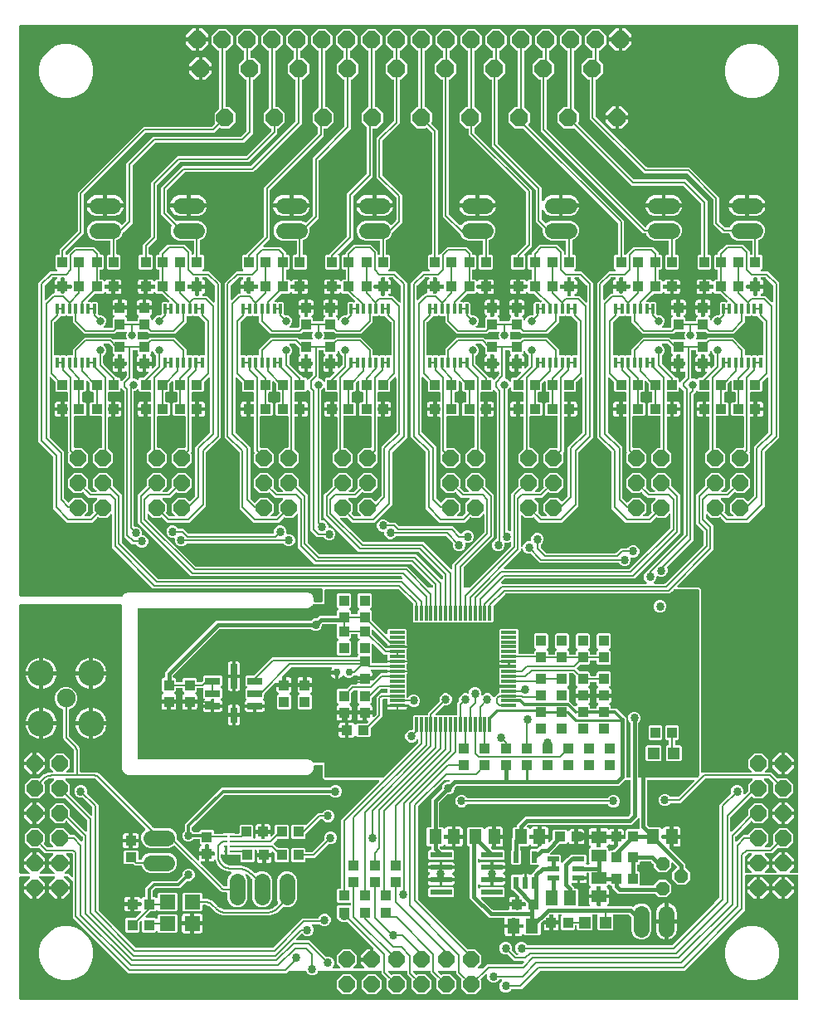
<source format=gbr>
G04 EAGLE Gerber RS-274X export*
G75*
%MOMM*%
%FSLAX34Y34*%
%LPD*%
%INTop Copper*%
%IPPOS*%
%AMOC8*
5,1,8,0,0,1.08239X$1,22.5*%
G01*
%ADD10R,1.000000X1.100000*%
%ADD11R,1.100000X1.000000*%
%ADD12R,0.300000X1.500000*%
%ADD13R,1.500000X0.300000*%
%ADD14P,1.759533X8X292.500000*%
%ADD15P,1.759533X8X112.500000*%
%ADD16R,0.304800X0.990600*%
%ADD17C,1.625600*%
%ADD18P,1.924489X8X22.500000*%
%ADD19R,1.600000X1.500000*%
%ADD20C,1.905000*%
%ADD21C,2.667000*%
%ADD22R,1.200000X0.550000*%
%ADD23R,0.550000X1.200000*%
%ADD24P,1.539592X8X292.500000*%
%ADD25R,1.300000X1.500000*%
%ADD26R,1.500000X1.300000*%
%ADD27P,1.759533X8X202.500000*%
%ADD28P,1.924489X8X112.500000*%
%ADD29R,1.200000X1.200000*%
%ADD30R,2.200000X0.600000*%
%ADD31R,0.700000X2.500000*%
%ADD32R,0.700000X1.600000*%
%ADD33R,1.500000X0.700000*%
%ADD34C,0.762000*%
%ADD35R,0.350000X0.250000*%
%ADD36C,0.254000*%
%ADD37C,0.304800*%
%ADD38C,0.203200*%
%ADD39C,0.406400*%
%ADD40C,0.858000*%
%ADD41C,0.808000*%
%ADD42C,0.152400*%
%ADD43C,1.108000*%

G36*
X774491Y131803D02*
X774491Y131803D01*
X774521Y131800D01*
X774632Y131823D01*
X774744Y131839D01*
X774771Y131851D01*
X774799Y131856D01*
X774900Y131908D01*
X775003Y131955D01*
X775026Y131974D01*
X775052Y131987D01*
X775134Y132065D01*
X775220Y132138D01*
X775237Y132163D01*
X775258Y132183D01*
X775315Y132281D01*
X775378Y132375D01*
X775387Y132403D01*
X775402Y132428D01*
X775429Y132538D01*
X775464Y132646D01*
X775464Y132676D01*
X775472Y132704D01*
X775468Y132817D01*
X775471Y132930D01*
X775464Y132959D01*
X775463Y132988D01*
X775428Y133096D01*
X775399Y133205D01*
X775384Y133231D01*
X775375Y133259D01*
X775330Y133322D01*
X775254Y133450D01*
X775208Y133493D01*
X775180Y133532D01*
X771231Y137481D01*
X771231Y139869D01*
X780884Y139869D01*
X780942Y139877D01*
X781000Y139875D01*
X781082Y139897D01*
X781165Y139909D01*
X781219Y139933D01*
X781275Y139947D01*
X781348Y139990D01*
X781425Y140025D01*
X781469Y140063D01*
X781520Y140093D01*
X781577Y140154D01*
X781642Y140209D01*
X781674Y140257D01*
X781714Y140300D01*
X781753Y140375D01*
X781799Y140445D01*
X781817Y140501D01*
X781844Y140553D01*
X781855Y140621D01*
X781885Y140716D01*
X781888Y140816D01*
X781899Y140884D01*
X781899Y141901D01*
X781901Y141901D01*
X781901Y140884D01*
X781909Y140829D01*
X781908Y140784D01*
X781908Y140782D01*
X781908Y140768D01*
X781929Y140686D01*
X781941Y140603D01*
X781965Y140549D01*
X781979Y140493D01*
X782022Y140420D01*
X782057Y140343D01*
X782095Y140298D01*
X782125Y140248D01*
X782186Y140190D01*
X782241Y140126D01*
X782289Y140094D01*
X782332Y140054D01*
X782407Y140015D01*
X782477Y139969D01*
X782533Y139951D01*
X782585Y139924D01*
X782653Y139913D01*
X782748Y139883D01*
X782848Y139880D01*
X782916Y139869D01*
X792569Y139869D01*
X792569Y137481D01*
X788620Y133532D01*
X788602Y133508D01*
X788580Y133489D01*
X788517Y133395D01*
X788449Y133305D01*
X788438Y133277D01*
X788422Y133253D01*
X788388Y133145D01*
X788348Y133039D01*
X788345Y133010D01*
X788336Y132982D01*
X788333Y132868D01*
X788324Y132756D01*
X788330Y132727D01*
X788329Y132698D01*
X788358Y132588D01*
X788380Y132477D01*
X788393Y132451D01*
X788401Y132423D01*
X788459Y132325D01*
X788511Y132225D01*
X788531Y132203D01*
X788546Y132178D01*
X788629Y132101D01*
X788707Y132019D01*
X788732Y132004D01*
X788753Y131984D01*
X788854Y131932D01*
X788952Y131875D01*
X788980Y131868D01*
X789007Y131854D01*
X789084Y131841D01*
X789228Y131805D01*
X789290Y131807D01*
X789338Y131799D01*
X796444Y131799D01*
X796502Y131807D01*
X796560Y131805D01*
X796642Y131827D01*
X796726Y131839D01*
X796779Y131862D01*
X796835Y131877D01*
X796908Y131920D01*
X796985Y131955D01*
X797030Y131993D01*
X797080Y132022D01*
X797138Y132084D01*
X797202Y132138D01*
X797234Y132187D01*
X797274Y132230D01*
X797313Y132305D01*
X797360Y132375D01*
X797377Y132431D01*
X797404Y132483D01*
X797415Y132551D01*
X797445Y132646D01*
X797448Y132746D01*
X797459Y132814D01*
X797459Y996444D01*
X797451Y996502D01*
X797453Y996560D01*
X797431Y996642D01*
X797419Y996726D01*
X797396Y996779D01*
X797381Y996835D01*
X797338Y996908D01*
X797303Y996985D01*
X797265Y997030D01*
X797236Y997080D01*
X797174Y997138D01*
X797120Y997202D01*
X797071Y997234D01*
X797028Y997274D01*
X796953Y997313D01*
X796883Y997360D01*
X796827Y997377D01*
X796775Y997404D01*
X796707Y997415D01*
X796612Y997445D01*
X796512Y997448D01*
X796444Y997459D01*
X3556Y997459D01*
X3498Y997451D01*
X3440Y997453D01*
X3358Y997431D01*
X3274Y997419D01*
X3221Y997396D01*
X3165Y997381D01*
X3092Y997338D01*
X3015Y997303D01*
X2970Y997265D01*
X2920Y997236D01*
X2862Y997174D01*
X2798Y997120D01*
X2766Y997071D01*
X2726Y997028D01*
X2687Y996953D01*
X2640Y996883D01*
X2623Y996827D01*
X2596Y996775D01*
X2585Y996707D01*
X2555Y996612D01*
X2552Y996512D01*
X2541Y996444D01*
X2541Y415000D01*
X2549Y414945D01*
X2547Y414901D01*
X2548Y414900D01*
X2547Y414884D01*
X2569Y414802D01*
X2581Y414719D01*
X2604Y414665D01*
X2619Y414609D01*
X2662Y414536D01*
X2697Y414459D01*
X2735Y414414D01*
X2764Y414364D01*
X2826Y414306D01*
X2880Y414242D01*
X2929Y414210D01*
X2972Y414170D01*
X3047Y414131D01*
X3117Y414085D01*
X3173Y414067D01*
X3225Y414040D01*
X3293Y414029D01*
X3388Y413999D01*
X3488Y413996D01*
X3556Y413985D01*
X107421Y413985D01*
X107498Y413996D01*
X107575Y413997D01*
X107638Y414015D01*
X107702Y414025D01*
X107773Y414056D01*
X107848Y414079D01*
X107902Y414114D01*
X107961Y414141D01*
X108021Y414191D01*
X108086Y414233D01*
X108122Y414276D01*
X108178Y414325D01*
X108250Y414433D01*
X108300Y414492D01*
X109108Y415892D01*
X112843Y418049D01*
X297157Y418049D01*
X300892Y415892D01*
X303049Y412157D01*
X303049Y409064D01*
X303057Y409006D01*
X303055Y408948D01*
X303077Y408866D01*
X303089Y408782D01*
X303112Y408729D01*
X303127Y408673D01*
X303170Y408600D01*
X303205Y408523D01*
X303243Y408478D01*
X303272Y408428D01*
X303334Y408370D01*
X303388Y408306D01*
X303437Y408274D01*
X303480Y408234D01*
X303555Y408195D01*
X303625Y408148D01*
X303681Y408131D01*
X303733Y408104D01*
X303801Y408093D01*
X303896Y408063D01*
X303996Y408060D01*
X304064Y408049D01*
X310936Y408049D01*
X310994Y408057D01*
X311052Y408055D01*
X311134Y408077D01*
X311218Y408089D01*
X311271Y408112D01*
X311327Y408127D01*
X311400Y408170D01*
X311477Y408205D01*
X311522Y408243D01*
X311572Y408272D01*
X311630Y408334D01*
X311694Y408388D01*
X311726Y408437D01*
X311766Y408480D01*
X311805Y408555D01*
X311852Y408625D01*
X311869Y408681D01*
X311896Y408733D01*
X311907Y408801D01*
X311937Y408896D01*
X311940Y408996D01*
X311951Y409064D01*
X311951Y420936D01*
X311943Y420994D01*
X311945Y421052D01*
X311923Y421134D01*
X311911Y421218D01*
X311888Y421271D01*
X311873Y421327D01*
X311830Y421400D01*
X311795Y421477D01*
X311757Y421522D01*
X311728Y421572D01*
X311666Y421630D01*
X311612Y421694D01*
X311563Y421726D01*
X311520Y421766D01*
X311445Y421805D01*
X311375Y421852D01*
X311319Y421869D01*
X311267Y421896D01*
X311199Y421907D01*
X311104Y421937D01*
X311004Y421940D01*
X310936Y421951D01*
X138737Y421951D01*
X96951Y463737D01*
X96951Y497031D01*
X96947Y497060D01*
X96950Y497089D01*
X96927Y497200D01*
X96911Y497312D01*
X96899Y497339D01*
X96894Y497368D01*
X96842Y497468D01*
X96795Y497572D01*
X96776Y497594D01*
X96763Y497620D01*
X96685Y497702D01*
X96612Y497789D01*
X96587Y497805D01*
X96567Y497826D01*
X96469Y497883D01*
X96375Y497946D01*
X96347Y497955D01*
X96322Y497970D01*
X96212Y497998D01*
X96104Y498032D01*
X96074Y498033D01*
X96046Y498040D01*
X95933Y498036D01*
X95820Y498039D01*
X95791Y498032D01*
X95762Y498031D01*
X95654Y497996D01*
X95545Y497968D01*
X95519Y497953D01*
X95491Y497944D01*
X95428Y497898D01*
X95300Y497822D01*
X95257Y497777D01*
X95218Y497749D01*
X91909Y494439D01*
X83491Y494439D01*
X83389Y494542D01*
X83342Y494577D01*
X83302Y494619D01*
X83229Y494662D01*
X83162Y494713D01*
X83107Y494733D01*
X83057Y494763D01*
X82975Y494784D01*
X82896Y494814D01*
X82838Y494819D01*
X82781Y494833D01*
X82697Y494830D01*
X82613Y494837D01*
X82555Y494826D01*
X82497Y494824D01*
X82417Y494798D01*
X82334Y494781D01*
X82282Y494754D01*
X82227Y494736D01*
X82170Y494696D01*
X82082Y494650D01*
X82009Y494582D01*
X81953Y494542D01*
X76863Y489451D01*
X51237Y489451D01*
X36951Y503737D01*
X36951Y555817D01*
X36939Y555903D01*
X36936Y555991D01*
X36919Y556043D01*
X36911Y556098D01*
X36876Y556178D01*
X36849Y556261D01*
X36821Y556300D01*
X36795Y556358D01*
X36699Y556471D01*
X36654Y556535D01*
X21951Y571237D01*
X21951Y733763D01*
X33737Y745549D01*
X40126Y745549D01*
X40155Y745553D01*
X40184Y745550D01*
X40295Y745573D01*
X40407Y745589D01*
X40434Y745601D01*
X40463Y745606D01*
X40563Y745659D01*
X40666Y745705D01*
X40689Y745724D01*
X40715Y745737D01*
X40797Y745815D01*
X40883Y745888D01*
X40900Y745913D01*
X40921Y745933D01*
X40978Y746031D01*
X41041Y746125D01*
X41050Y746153D01*
X41065Y746178D01*
X41093Y746288D01*
X41127Y746396D01*
X41128Y746426D01*
X41135Y746454D01*
X41131Y746567D01*
X41134Y746680D01*
X41127Y746709D01*
X41126Y746738D01*
X41091Y746846D01*
X41062Y746955D01*
X41047Y746981D01*
X41038Y747009D01*
X40993Y747073D01*
X40917Y747200D01*
X40871Y747243D01*
X40843Y747282D01*
X39467Y748658D01*
X39467Y761342D01*
X40658Y762533D01*
X42436Y762533D01*
X42494Y762541D01*
X42552Y762539D01*
X42634Y762561D01*
X42718Y762573D01*
X42771Y762596D01*
X42827Y762611D01*
X42900Y762654D01*
X42977Y762689D01*
X43022Y762727D01*
X43072Y762756D01*
X43130Y762818D01*
X43194Y762872D01*
X43226Y762921D01*
X43266Y762964D01*
X43305Y763039D01*
X43352Y763109D01*
X43369Y763165D01*
X43396Y763217D01*
X43407Y763285D01*
X43437Y763380D01*
X43440Y763480D01*
X43451Y763548D01*
X43451Y767763D01*
X61654Y785965D01*
X61706Y786035D01*
X61766Y786099D01*
X61792Y786149D01*
X61825Y786193D01*
X61856Y786274D01*
X61896Y786352D01*
X61904Y786400D01*
X61926Y786458D01*
X61938Y786606D01*
X61951Y786683D01*
X61951Y826263D01*
X128737Y893049D01*
X198317Y893049D01*
X198403Y893061D01*
X198491Y893064D01*
X198543Y893081D01*
X198598Y893089D01*
X198678Y893124D01*
X198761Y893151D01*
X198800Y893179D01*
X198858Y893205D01*
X198971Y893301D01*
X199035Y893346D01*
X201903Y896214D01*
X201938Y896261D01*
X201980Y896301D01*
X202023Y896374D01*
X202074Y896442D01*
X202094Y896496D01*
X202124Y896547D01*
X202145Y896628D01*
X202175Y896707D01*
X202180Y896766D01*
X202194Y896822D01*
X202191Y896906D01*
X202198Y896991D01*
X202187Y897048D01*
X202185Y897106D01*
X202159Y897187D01*
X202143Y897269D01*
X202116Y897321D01*
X202098Y897377D01*
X202058Y897433D01*
X202012Y897522D01*
X201943Y897594D01*
X201903Y897650D01*
X201577Y897976D01*
X201577Y907024D01*
X206154Y911601D01*
X206206Y911671D01*
X206266Y911735D01*
X206292Y911784D01*
X206325Y911828D01*
X206356Y911910D01*
X206396Y911988D01*
X206404Y912035D01*
X206426Y912094D01*
X206438Y912242D01*
X206451Y912319D01*
X206451Y969962D01*
X206443Y970020D01*
X206445Y970078D01*
X206423Y970160D01*
X206411Y970244D01*
X206388Y970297D01*
X206373Y970353D01*
X206330Y970426D01*
X206295Y970503D01*
X206257Y970548D01*
X206228Y970598D01*
X206166Y970656D01*
X206112Y970720D01*
X206063Y970752D01*
X206020Y970792D01*
X205945Y970831D01*
X205875Y970878D01*
X205819Y970895D01*
X205767Y970922D01*
X205699Y970933D01*
X205604Y970963D01*
X205504Y970966D01*
X205436Y970977D01*
X204976Y970977D01*
X198577Y977376D01*
X198577Y986424D01*
X204976Y992823D01*
X214024Y992823D01*
X220423Y986424D01*
X220423Y977376D01*
X214024Y970977D01*
X213564Y970977D01*
X213506Y970969D01*
X213448Y970971D01*
X213366Y970949D01*
X213282Y970937D01*
X213229Y970914D01*
X213173Y970899D01*
X213100Y970856D01*
X213023Y970821D01*
X212978Y970783D01*
X212928Y970754D01*
X212870Y970692D01*
X212806Y970638D01*
X212774Y970589D01*
X212734Y970546D01*
X212695Y970471D01*
X212648Y970401D01*
X212631Y970345D01*
X212604Y970293D01*
X212593Y970225D01*
X212563Y970130D01*
X212560Y970030D01*
X212549Y969962D01*
X212549Y914438D01*
X212557Y914380D01*
X212555Y914322D01*
X212577Y914240D01*
X212589Y914156D01*
X212612Y914103D01*
X212627Y914047D01*
X212670Y913974D01*
X212705Y913897D01*
X212743Y913852D01*
X212772Y913802D01*
X212834Y913744D01*
X212888Y913680D01*
X212937Y913648D01*
X212980Y913608D01*
X213055Y913569D01*
X213125Y913522D01*
X213181Y913505D01*
X213233Y913478D01*
X213301Y913467D01*
X213396Y913437D01*
X213496Y913434D01*
X213564Y913423D01*
X217024Y913423D01*
X223423Y907024D01*
X223423Y897976D01*
X217024Y891577D01*
X207976Y891577D01*
X207650Y891903D01*
X207604Y891938D01*
X207563Y891980D01*
X207535Y891997D01*
X207532Y892000D01*
X207515Y892009D01*
X207490Y892023D01*
X207423Y892074D01*
X207368Y892094D01*
X207318Y892124D01*
X207236Y892145D01*
X207157Y892175D01*
X207099Y892180D01*
X207042Y892194D01*
X206958Y892191D01*
X206874Y892198D01*
X206817Y892187D01*
X206758Y892185D01*
X206678Y892159D01*
X206595Y892143D01*
X206543Y892116D01*
X206488Y892098D01*
X206431Y892058D01*
X206377Y892029D01*
X206376Y892029D01*
X206343Y892012D01*
X206270Y891943D01*
X206214Y891903D01*
X203346Y889035D01*
X203346Y889034D01*
X201263Y886951D01*
X131683Y886951D01*
X131597Y886939D01*
X131509Y886936D01*
X131457Y886919D01*
X131402Y886911D01*
X131322Y886876D01*
X131239Y886849D01*
X131200Y886821D01*
X131142Y886795D01*
X131029Y886699D01*
X130965Y886654D01*
X68346Y824035D01*
X68294Y823965D01*
X68234Y823901D01*
X68208Y823851D01*
X68175Y823807D01*
X68144Y823726D01*
X68104Y823648D01*
X68096Y823600D01*
X68074Y823542D01*
X68062Y823394D01*
X68049Y823317D01*
X68049Y783737D01*
X49846Y765535D01*
X49794Y765465D01*
X49734Y765401D01*
X49708Y765351D01*
X49675Y765307D01*
X49644Y765226D01*
X49604Y765148D01*
X49596Y765100D01*
X49574Y765042D01*
X49562Y764894D01*
X49549Y764817D01*
X49549Y763548D01*
X49557Y763490D01*
X49555Y763432D01*
X49577Y763350D01*
X49589Y763266D01*
X49612Y763213D01*
X49627Y763157D01*
X49670Y763084D01*
X49705Y763007D01*
X49743Y762962D01*
X49772Y762912D01*
X49834Y762854D01*
X49888Y762790D01*
X49937Y762758D01*
X49980Y762718D01*
X50055Y762679D01*
X50125Y762632D01*
X50181Y762615D01*
X50233Y762588D01*
X50301Y762577D01*
X50396Y762547D01*
X50496Y762544D01*
X50564Y762533D01*
X50936Y762533D01*
X50994Y762541D01*
X51052Y762539D01*
X51134Y762561D01*
X51218Y762573D01*
X51271Y762596D01*
X51327Y762611D01*
X51400Y762654D01*
X51477Y762689D01*
X51522Y762727D01*
X51572Y762756D01*
X51630Y762818D01*
X51694Y762872D01*
X51726Y762921D01*
X51766Y762964D01*
X51805Y763039D01*
X51852Y763109D01*
X51869Y763165D01*
X51896Y763217D01*
X51907Y763285D01*
X51937Y763380D01*
X51940Y763480D01*
X51951Y763548D01*
X51951Y763763D01*
X58737Y770549D01*
X78763Y770549D01*
X82465Y766846D01*
X82466Y766846D01*
X84549Y764763D01*
X84549Y763548D01*
X84557Y763490D01*
X84555Y763432D01*
X84577Y763350D01*
X84589Y763266D01*
X84612Y763213D01*
X84627Y763157D01*
X84670Y763084D01*
X84705Y763007D01*
X84743Y762962D01*
X84772Y762912D01*
X84834Y762854D01*
X84888Y762790D01*
X84937Y762758D01*
X84980Y762718D01*
X85055Y762679D01*
X85125Y762632D01*
X85181Y762615D01*
X85233Y762588D01*
X85301Y762577D01*
X85396Y762547D01*
X85496Y762544D01*
X85564Y762533D01*
X87342Y762533D01*
X88533Y761342D01*
X88533Y748658D01*
X87342Y747467D01*
X85564Y747467D01*
X85506Y747459D01*
X85448Y747461D01*
X85366Y747439D01*
X85282Y747427D01*
X85229Y747404D01*
X85173Y747389D01*
X85100Y747346D01*
X85023Y747311D01*
X84978Y747273D01*
X84928Y747244D01*
X84870Y747182D01*
X84806Y747128D01*
X84774Y747079D01*
X84734Y747036D01*
X84695Y746961D01*
X84648Y746891D01*
X84631Y746835D01*
X84604Y746783D01*
X84593Y746715D01*
X84563Y746620D01*
X84560Y746520D01*
X84549Y746452D01*
X84549Y738048D01*
X84557Y737990D01*
X84555Y737932D01*
X84577Y737850D01*
X84589Y737766D01*
X84612Y737713D01*
X84627Y737657D01*
X84670Y737584D01*
X84705Y737507D01*
X84743Y737462D01*
X84772Y737412D01*
X84834Y737354D01*
X84888Y737290D01*
X84937Y737258D01*
X84980Y737218D01*
X85055Y737179D01*
X85125Y737132D01*
X85181Y737115D01*
X85233Y737088D01*
X85301Y737077D01*
X85396Y737047D01*
X85496Y737044D01*
X85564Y737033D01*
X87842Y737033D01*
X89061Y735814D01*
X89100Y735785D01*
X89132Y735749D01*
X89213Y735700D01*
X89288Y735643D01*
X89333Y735626D01*
X89375Y735600D01*
X89465Y735576D01*
X89553Y735542D01*
X89602Y735538D01*
X89649Y735525D01*
X89743Y735526D01*
X89837Y735518D01*
X89884Y735528D01*
X89933Y735529D01*
X90023Y735556D01*
X90115Y735574D01*
X90159Y735597D01*
X90205Y735611D01*
X90284Y735662D01*
X90368Y735705D01*
X90403Y735739D01*
X90444Y735765D01*
X90491Y735823D01*
X90574Y735901D01*
X90618Y735976D01*
X90658Y736024D01*
X90967Y736560D01*
X91440Y737033D01*
X92019Y737368D01*
X92666Y737541D01*
X96469Y737541D01*
X96469Y732031D01*
X90048Y732031D01*
X89990Y732023D01*
X89932Y732024D01*
X89850Y732003D01*
X89766Y731991D01*
X89713Y731967D01*
X89657Y731953D01*
X89584Y731910D01*
X89507Y731875D01*
X89462Y731837D01*
X89412Y731807D01*
X89354Y731746D01*
X89290Y731691D01*
X89258Y731643D01*
X89218Y731600D01*
X89179Y731525D01*
X89132Y731455D01*
X89115Y731399D01*
X89088Y731347D01*
X89077Y731279D01*
X89047Y731184D01*
X89044Y731084D01*
X89033Y731016D01*
X89033Y728984D01*
X89041Y728926D01*
X89039Y728868D01*
X89061Y728786D01*
X89073Y728703D01*
X89096Y728649D01*
X89111Y728593D01*
X89154Y728520D01*
X89189Y728443D01*
X89227Y728398D01*
X89256Y728348D01*
X89318Y728290D01*
X89372Y728226D01*
X89421Y728194D01*
X89464Y728154D01*
X89539Y728115D01*
X89609Y728069D01*
X89665Y728051D01*
X89717Y728024D01*
X89785Y728013D01*
X89880Y727983D01*
X89980Y727980D01*
X90048Y727969D01*
X96469Y727969D01*
X96469Y722459D01*
X92666Y722459D01*
X92019Y722632D01*
X91440Y722967D01*
X90967Y723440D01*
X90658Y723976D01*
X90628Y724014D01*
X90605Y724057D01*
X90540Y724126D01*
X90482Y724199D01*
X90443Y724228D01*
X90409Y724263D01*
X90328Y724311D01*
X90252Y724366D01*
X90206Y724383D01*
X90164Y724407D01*
X90073Y724430D01*
X89985Y724462D01*
X89936Y724465D01*
X89889Y724477D01*
X89795Y724474D01*
X89701Y724480D01*
X89653Y724470D01*
X89604Y724468D01*
X89515Y724439D01*
X89423Y724419D01*
X89380Y724396D01*
X89334Y724381D01*
X89273Y724338D01*
X89173Y724283D01*
X89112Y724222D01*
X89061Y724186D01*
X87842Y722967D01*
X80199Y722967D01*
X80113Y722955D01*
X80025Y722952D01*
X79973Y722935D01*
X79918Y722927D01*
X79838Y722892D01*
X79755Y722865D01*
X79716Y722837D01*
X79658Y722811D01*
X79545Y722715D01*
X79481Y722670D01*
X78786Y721975D01*
X78755Y721933D01*
X78724Y721907D01*
X78003Y721041D01*
X77965Y721032D01*
X77928Y721011D01*
X77889Y720999D01*
X77826Y720954D01*
X77717Y720893D01*
X77662Y720837D01*
X77615Y720804D01*
X72708Y715897D01*
X72691Y715873D01*
X72668Y715854D01*
X72605Y715760D01*
X72538Y715670D01*
X72527Y715642D01*
X72511Y715618D01*
X72477Y715510D01*
X72436Y715404D01*
X72434Y715375D01*
X72425Y715347D01*
X72422Y715233D01*
X72413Y715121D01*
X72418Y715092D01*
X72418Y715063D01*
X72446Y714953D01*
X72469Y714842D01*
X72482Y714816D01*
X72490Y714788D01*
X72547Y714690D01*
X72600Y714590D01*
X72620Y714568D01*
X72635Y714543D01*
X72717Y714466D01*
X72795Y714384D01*
X72821Y714369D01*
X72842Y714349D01*
X72943Y714297D01*
X73041Y714240D01*
X73069Y714233D01*
X73095Y714219D01*
X73173Y714206D01*
X73316Y714170D01*
X73379Y714172D01*
X73426Y714164D01*
X75066Y714164D01*
X75157Y714073D01*
X75204Y714038D01*
X75244Y713995D01*
X75317Y713952D01*
X75384Y713902D01*
X75439Y713881D01*
X75489Y713851D01*
X75571Y713830D01*
X75650Y713800D01*
X75708Y713796D01*
X75765Y713781D01*
X75849Y713784D01*
X75933Y713777D01*
X75991Y713788D01*
X76049Y713790D01*
X76129Y713816D01*
X76212Y713833D01*
X76264Y713860D01*
X76320Y713878D01*
X76376Y713918D01*
X76464Y713964D01*
X76537Y714032D01*
X76593Y714073D01*
X76684Y714164D01*
X81416Y714164D01*
X82607Y712973D01*
X82607Y702125D01*
X82619Y702039D01*
X82622Y701951D01*
X82639Y701899D01*
X82647Y701844D01*
X82682Y701764D01*
X82709Y701681D01*
X82737Y701642D01*
X82763Y701584D01*
X82852Y701480D01*
X82868Y701452D01*
X82881Y701440D01*
X82904Y701407D01*
X82941Y701370D01*
X83011Y701318D01*
X83075Y701258D01*
X83125Y701232D01*
X83169Y701199D01*
X83250Y701168D01*
X83328Y701128D01*
X83376Y701120D01*
X83434Y701098D01*
X83582Y701086D01*
X83659Y701073D01*
X86208Y701073D01*
X88440Y700148D01*
X90148Y698440D01*
X91073Y696208D01*
X91073Y693792D01*
X90148Y691560D01*
X88370Y689782D01*
X88352Y689758D01*
X88330Y689739D01*
X88267Y689645D01*
X88199Y689555D01*
X88189Y689527D01*
X88172Y689503D01*
X88138Y689395D01*
X88098Y689289D01*
X88095Y689260D01*
X88087Y689232D01*
X88084Y689118D01*
X88074Y689006D01*
X88080Y688977D01*
X88079Y688948D01*
X88108Y688838D01*
X88130Y688727D01*
X88144Y688701D01*
X88151Y688673D01*
X88209Y688575D01*
X88261Y688475D01*
X88281Y688453D01*
X88296Y688428D01*
X88379Y688351D01*
X88457Y688269D01*
X88482Y688254D01*
X88504Y688234D01*
X88605Y688182D01*
X88702Y688125D01*
X88731Y688118D01*
X88757Y688104D01*
X88834Y688091D01*
X88978Y688055D01*
X89040Y688057D01*
X89088Y688049D01*
X96817Y688049D01*
X96903Y688061D01*
X96991Y688064D01*
X97043Y688081D01*
X97098Y688089D01*
X97178Y688124D01*
X97261Y688151D01*
X97300Y688179D01*
X97358Y688205D01*
X97471Y688301D01*
X97535Y688346D01*
X97670Y688481D01*
X97722Y688551D01*
X97782Y688615D01*
X97808Y688665D01*
X97841Y688709D01*
X97872Y688790D01*
X97912Y688868D01*
X97920Y688916D01*
X97942Y688974D01*
X97954Y689122D01*
X97967Y689199D01*
X97967Y697842D01*
X99186Y699061D01*
X99215Y699100D01*
X99251Y699132D01*
X99300Y699213D01*
X99357Y699288D01*
X99374Y699333D01*
X99400Y699375D01*
X99424Y699465D01*
X99458Y699553D01*
X99462Y699602D01*
X99475Y699649D01*
X99474Y699743D01*
X99482Y699837D01*
X99472Y699884D01*
X99471Y699933D01*
X99444Y700023D01*
X99426Y700115D01*
X99403Y700159D01*
X99389Y700205D01*
X99338Y700284D01*
X99295Y700368D01*
X99261Y700403D01*
X99235Y700444D01*
X99177Y700491D01*
X99099Y700574D01*
X99024Y700618D01*
X98976Y700658D01*
X98440Y700967D01*
X97967Y701440D01*
X97632Y702019D01*
X97459Y702666D01*
X97459Y706469D01*
X103984Y706469D01*
X104042Y706477D01*
X104100Y706475D01*
X104182Y706497D01*
X104265Y706509D01*
X104319Y706533D01*
X104375Y706547D01*
X104448Y706590D01*
X104525Y706625D01*
X104569Y706663D01*
X104620Y706693D01*
X104677Y706754D01*
X104742Y706809D01*
X104774Y706857D01*
X104814Y706900D01*
X104853Y706975D01*
X104899Y707045D01*
X104917Y707101D01*
X104944Y707153D01*
X104955Y707221D01*
X104985Y707316D01*
X104988Y707416D01*
X104999Y707484D01*
X104999Y708501D01*
X105001Y708501D01*
X105001Y707484D01*
X105009Y707426D01*
X105008Y707368D01*
X105029Y707286D01*
X105041Y707203D01*
X105065Y707149D01*
X105079Y707093D01*
X105122Y707020D01*
X105157Y706943D01*
X105195Y706898D01*
X105225Y706848D01*
X105286Y706790D01*
X105341Y706726D01*
X105389Y706694D01*
X105432Y706654D01*
X105507Y706615D01*
X105577Y706569D01*
X105633Y706551D01*
X105685Y706524D01*
X105753Y706513D01*
X105848Y706483D01*
X105948Y706480D01*
X106016Y706469D01*
X112541Y706469D01*
X112541Y702666D01*
X112368Y702019D01*
X112033Y701440D01*
X111560Y700967D01*
X111024Y700658D01*
X110986Y700628D01*
X110943Y700605D01*
X110874Y700540D01*
X110801Y700482D01*
X110772Y700443D01*
X110737Y700409D01*
X110689Y700328D01*
X110634Y700252D01*
X110617Y700206D01*
X110593Y700164D01*
X110570Y700073D01*
X110538Y699985D01*
X110535Y699936D01*
X110523Y699889D01*
X110526Y699795D01*
X110520Y699701D01*
X110530Y699653D01*
X110532Y699604D01*
X110561Y699515D01*
X110581Y699423D01*
X110604Y699380D01*
X110619Y699334D01*
X110662Y699273D01*
X110717Y699173D01*
X110778Y699112D01*
X110814Y699061D01*
X112033Y697842D01*
X112033Y695564D01*
X112041Y695506D01*
X112039Y695448D01*
X112061Y695366D01*
X112073Y695282D01*
X112096Y695229D01*
X112111Y695173D01*
X112154Y695100D01*
X112189Y695023D01*
X112227Y694978D01*
X112256Y694928D01*
X112318Y694870D01*
X112372Y694806D01*
X112421Y694774D01*
X112464Y694734D01*
X112539Y694695D01*
X112609Y694648D01*
X112665Y694631D01*
X112717Y694604D01*
X112785Y694593D01*
X112880Y694563D01*
X112980Y694560D01*
X113048Y694549D01*
X121952Y694549D01*
X122010Y694557D01*
X122068Y694555D01*
X122150Y694577D01*
X122234Y694589D01*
X122287Y694612D01*
X122343Y694627D01*
X122416Y694670D01*
X122493Y694705D01*
X122538Y694743D01*
X122588Y694772D01*
X122646Y694834D01*
X122710Y694888D01*
X122742Y694937D01*
X122782Y694980D01*
X122821Y695055D01*
X122868Y695125D01*
X122885Y695181D01*
X122912Y695233D01*
X122923Y695301D01*
X122953Y695396D01*
X122956Y695496D01*
X122967Y695564D01*
X122967Y697842D01*
X124186Y699061D01*
X124215Y699099D01*
X124251Y699132D01*
X124300Y699213D01*
X124357Y699288D01*
X124374Y699333D01*
X124400Y699375D01*
X124425Y699466D01*
X124458Y699553D01*
X124462Y699602D01*
X124475Y699649D01*
X124474Y699743D01*
X124482Y699837D01*
X124472Y699884D01*
X124471Y699933D01*
X124444Y700023D01*
X124426Y700115D01*
X124403Y700159D01*
X124389Y700205D01*
X124338Y700284D01*
X124295Y700368D01*
X124261Y700403D01*
X124235Y700444D01*
X124177Y700491D01*
X124099Y700574D01*
X124024Y700618D01*
X123976Y700658D01*
X123440Y700967D01*
X122967Y701440D01*
X122632Y702019D01*
X122459Y702666D01*
X122459Y706469D01*
X128984Y706469D01*
X129042Y706477D01*
X129100Y706475D01*
X129182Y706497D01*
X129265Y706509D01*
X129319Y706533D01*
X129375Y706547D01*
X129448Y706590D01*
X129525Y706625D01*
X129569Y706663D01*
X129620Y706693D01*
X129677Y706754D01*
X129742Y706809D01*
X129774Y706857D01*
X129814Y706900D01*
X129853Y706975D01*
X129899Y707045D01*
X129917Y707101D01*
X129944Y707153D01*
X129955Y707221D01*
X129985Y707316D01*
X129988Y707416D01*
X129999Y707484D01*
X129999Y708501D01*
X130001Y708501D01*
X130001Y707484D01*
X130009Y707426D01*
X130008Y707368D01*
X130029Y707286D01*
X130041Y707203D01*
X130065Y707149D01*
X130079Y707093D01*
X130122Y707020D01*
X130157Y706943D01*
X130195Y706898D01*
X130225Y706848D01*
X130286Y706790D01*
X130341Y706726D01*
X130389Y706694D01*
X130432Y706654D01*
X130507Y706615D01*
X130577Y706569D01*
X130633Y706551D01*
X130685Y706524D01*
X130753Y706513D01*
X130848Y706483D01*
X130948Y706480D01*
X131016Y706469D01*
X137541Y706469D01*
X137541Y702666D01*
X137368Y702019D01*
X137033Y701440D01*
X136560Y700967D01*
X136024Y700658D01*
X135986Y700628D01*
X135943Y700605D01*
X135875Y700541D01*
X135801Y700482D01*
X135772Y700443D01*
X135737Y700409D01*
X135689Y700328D01*
X135634Y700252D01*
X135618Y700206D01*
X135593Y700164D01*
X135570Y700073D01*
X135538Y699985D01*
X135535Y699936D01*
X135523Y699889D01*
X135526Y699795D01*
X135520Y699701D01*
X135530Y699653D01*
X135532Y699604D01*
X135561Y699515D01*
X135581Y699423D01*
X135604Y699380D01*
X135619Y699334D01*
X135662Y699274D01*
X135717Y699173D01*
X135778Y699112D01*
X135814Y699061D01*
X137033Y697842D01*
X137033Y696738D01*
X137045Y696653D01*
X137047Y696567D01*
X137065Y696513D01*
X137073Y696457D01*
X137108Y696378D01*
X137134Y696296D01*
X137166Y696249D01*
X137189Y696197D01*
X137244Y696132D01*
X137292Y696060D01*
X137336Y696024D01*
X137372Y695980D01*
X137444Y695933D01*
X137510Y695877D01*
X137562Y695854D01*
X137609Y695823D01*
X137691Y695797D01*
X137770Y695762D01*
X137826Y695754D01*
X137880Y695737D01*
X137966Y695735D01*
X138051Y695723D01*
X138107Y695731D01*
X138164Y695730D01*
X138247Y695751D01*
X138332Y695764D01*
X138384Y695787D01*
X138439Y695801D01*
X138513Y695845D01*
X138592Y695881D01*
X138635Y695917D01*
X138684Y695947D01*
X138743Y696009D01*
X138808Y696065D01*
X138834Y696107D01*
X138878Y696154D01*
X138944Y696283D01*
X138986Y696350D01*
X139852Y698440D01*
X141560Y700148D01*
X143792Y701073D01*
X146341Y701073D01*
X146427Y701085D01*
X146515Y701088D01*
X146567Y701105D01*
X146622Y701113D01*
X146702Y701148D01*
X146785Y701175D01*
X146824Y701203D01*
X146882Y701229D01*
X146986Y701318D01*
X147014Y701334D01*
X147026Y701347D01*
X147059Y701370D01*
X147096Y701407D01*
X147148Y701477D01*
X147208Y701541D01*
X147234Y701591D01*
X147267Y701635D01*
X147298Y701716D01*
X147338Y701794D01*
X147346Y701842D01*
X147368Y701900D01*
X147380Y702048D01*
X147393Y702125D01*
X147393Y712973D01*
X148584Y714164D01*
X153316Y714164D01*
X153407Y714073D01*
X153454Y714038D01*
X153494Y713995D01*
X153567Y713952D01*
X153634Y713902D01*
X153689Y713881D01*
X153739Y713851D01*
X153821Y713831D01*
X153900Y713800D01*
X153958Y713796D01*
X154015Y713781D01*
X154099Y713784D01*
X154183Y713777D01*
X154241Y713788D01*
X154299Y713790D01*
X154379Y713816D01*
X154462Y713833D01*
X154514Y713860D01*
X154570Y713878D01*
X154626Y713918D01*
X154714Y713964D01*
X154787Y714033D01*
X154843Y714073D01*
X155011Y714241D01*
X155047Y714288D01*
X155089Y714328D01*
X155132Y714401D01*
X155182Y714468D01*
X155203Y714523D01*
X155233Y714573D01*
X155254Y714655D01*
X155284Y714734D01*
X155288Y714792D01*
X155303Y714849D01*
X155300Y714933D01*
X155307Y715017D01*
X155296Y715075D01*
X155294Y715133D01*
X155268Y715213D01*
X155251Y715296D01*
X155224Y715348D01*
X155206Y715404D01*
X155166Y715460D01*
X155120Y715548D01*
X155052Y715621D01*
X155011Y715677D01*
X148019Y722670D01*
X147949Y722722D01*
X147885Y722782D01*
X147835Y722808D01*
X147791Y722841D01*
X147710Y722872D01*
X147632Y722912D01*
X147584Y722920D01*
X147526Y722942D01*
X147378Y722954D01*
X147301Y722967D01*
X142158Y722967D01*
X140939Y724186D01*
X140901Y724215D01*
X140868Y724251D01*
X140787Y724300D01*
X140712Y724357D01*
X140667Y724374D01*
X140625Y724400D01*
X140534Y724425D01*
X140447Y724458D01*
X140398Y724462D01*
X140351Y724475D01*
X140257Y724474D01*
X140163Y724482D01*
X140116Y724472D01*
X140067Y724471D01*
X139977Y724444D01*
X139885Y724426D01*
X139841Y724403D01*
X139795Y724389D01*
X139716Y724338D01*
X139632Y724295D01*
X139597Y724261D01*
X139556Y724235D01*
X139509Y724177D01*
X139426Y724099D01*
X139382Y724024D01*
X139342Y723976D01*
X139033Y723440D01*
X138560Y722967D01*
X137981Y722632D01*
X137334Y722459D01*
X133531Y722459D01*
X133531Y727969D01*
X139952Y727969D01*
X140010Y727977D01*
X140068Y727975D01*
X140150Y727997D01*
X140234Y728009D01*
X140287Y728033D01*
X140343Y728047D01*
X140416Y728090D01*
X140493Y728125D01*
X140538Y728163D01*
X140588Y728193D01*
X140646Y728254D01*
X140710Y728309D01*
X140742Y728357D01*
X140782Y728400D01*
X140821Y728475D01*
X140868Y728545D01*
X140885Y728601D01*
X140912Y728653D01*
X140923Y728721D01*
X140953Y728816D01*
X140956Y728916D01*
X140967Y728984D01*
X140967Y731016D01*
X140959Y731074D01*
X140961Y731132D01*
X140939Y731214D01*
X140927Y731297D01*
X140904Y731351D01*
X140889Y731407D01*
X140846Y731480D01*
X140811Y731557D01*
X140773Y731601D01*
X140744Y731652D01*
X140682Y731709D01*
X140628Y731774D01*
X140579Y731806D01*
X140536Y731846D01*
X140461Y731885D01*
X140391Y731931D01*
X140335Y731949D01*
X140283Y731976D01*
X140215Y731987D01*
X140120Y732017D01*
X140020Y732020D01*
X139952Y732031D01*
X133531Y732031D01*
X133531Y737541D01*
X137334Y737541D01*
X137981Y737368D01*
X138560Y737033D01*
X139033Y736560D01*
X139342Y736024D01*
X139372Y735986D01*
X139395Y735943D01*
X139459Y735875D01*
X139518Y735801D01*
X139557Y735772D01*
X139591Y735737D01*
X139672Y735689D01*
X139748Y735634D01*
X139794Y735618D01*
X139836Y735593D01*
X139927Y735570D01*
X140015Y735538D01*
X140064Y735535D01*
X140111Y735523D01*
X140205Y735526D01*
X140299Y735520D01*
X140347Y735530D01*
X140396Y735532D01*
X140485Y735561D01*
X140577Y735581D01*
X140620Y735604D01*
X140666Y735619D01*
X140726Y735662D01*
X140827Y735717D01*
X140888Y735778D01*
X140939Y735814D01*
X142158Y737033D01*
X144436Y737033D01*
X144494Y737041D01*
X144552Y737039D01*
X144634Y737061D01*
X144718Y737073D01*
X144771Y737096D01*
X144827Y737111D01*
X144900Y737154D01*
X144977Y737189D01*
X145022Y737227D01*
X145072Y737256D01*
X145130Y737318D01*
X145194Y737372D01*
X145226Y737421D01*
X145266Y737464D01*
X145305Y737539D01*
X145352Y737609D01*
X145369Y737665D01*
X145396Y737717D01*
X145407Y737785D01*
X145437Y737880D01*
X145440Y737980D01*
X145451Y738048D01*
X145451Y746452D01*
X145443Y746510D01*
X145445Y746568D01*
X145423Y746650D01*
X145411Y746734D01*
X145388Y746787D01*
X145373Y746843D01*
X145330Y746916D01*
X145295Y746993D01*
X145257Y747038D01*
X145228Y747088D01*
X145166Y747146D01*
X145112Y747210D01*
X145063Y747242D01*
X145020Y747282D01*
X144945Y747321D01*
X144875Y747368D01*
X144819Y747385D01*
X144767Y747412D01*
X144699Y747423D01*
X144604Y747453D01*
X144504Y747456D01*
X144436Y747467D01*
X142658Y747467D01*
X141467Y748658D01*
X141467Y761342D01*
X142658Y762533D01*
X144436Y762533D01*
X144494Y762541D01*
X144552Y762539D01*
X144634Y762561D01*
X144718Y762573D01*
X144771Y762596D01*
X144827Y762611D01*
X144900Y762654D01*
X144977Y762689D01*
X145022Y762727D01*
X145072Y762756D01*
X145130Y762818D01*
X145194Y762872D01*
X145226Y762921D01*
X145266Y762964D01*
X145305Y763039D01*
X145352Y763109D01*
X145369Y763165D01*
X145396Y763217D01*
X145407Y763285D01*
X145437Y763380D01*
X145440Y763480D01*
X145451Y763548D01*
X145451Y764763D01*
X153737Y773049D01*
X171263Y773049D01*
X175965Y768346D01*
X175966Y768346D01*
X178049Y766263D01*
X178049Y763548D01*
X178057Y763490D01*
X178055Y763432D01*
X178077Y763350D01*
X178089Y763266D01*
X178112Y763213D01*
X178127Y763157D01*
X178170Y763084D01*
X178205Y763007D01*
X178243Y762962D01*
X178272Y762912D01*
X178334Y762854D01*
X178388Y762790D01*
X178437Y762758D01*
X178480Y762718D01*
X178555Y762679D01*
X178625Y762632D01*
X178681Y762615D01*
X178733Y762588D01*
X178801Y762577D01*
X178896Y762547D01*
X178996Y762544D01*
X179064Y762533D01*
X179436Y762533D01*
X179494Y762541D01*
X179552Y762539D01*
X179634Y762561D01*
X179718Y762573D01*
X179771Y762596D01*
X179827Y762611D01*
X179900Y762654D01*
X179977Y762689D01*
X180022Y762727D01*
X180072Y762756D01*
X180130Y762818D01*
X180194Y762872D01*
X180226Y762921D01*
X180266Y762964D01*
X180305Y763039D01*
X180352Y763109D01*
X180369Y763165D01*
X180396Y763217D01*
X180407Y763285D01*
X180437Y763380D01*
X180440Y763480D01*
X180451Y763548D01*
X180451Y776124D01*
X180443Y776182D01*
X180445Y776240D01*
X180423Y776322D01*
X180411Y776406D01*
X180388Y776459D01*
X180373Y776515D01*
X180330Y776588D01*
X180295Y776665D01*
X180257Y776710D01*
X180228Y776760D01*
X180166Y776818D01*
X180112Y776882D01*
X180063Y776914D01*
X180020Y776954D01*
X179945Y776993D01*
X179875Y777040D01*
X179819Y777057D01*
X179767Y777084D01*
X179699Y777095D01*
X179604Y777125D01*
X179504Y777128D01*
X179436Y777139D01*
X164851Y777139D01*
X161116Y778686D01*
X158258Y781544D01*
X156711Y785279D01*
X156711Y789321D01*
X157815Y791987D01*
X157816Y791988D01*
X157817Y791990D01*
X157851Y792124D01*
X157886Y792262D01*
X157886Y792264D01*
X157887Y792265D01*
X157882Y792406D01*
X157878Y792546D01*
X157878Y792548D01*
X157878Y792549D01*
X157835Y792682D01*
X157792Y792817D01*
X157791Y792818D01*
X157790Y792820D01*
X157782Y792832D01*
X157633Y793053D01*
X157610Y793073D01*
X157595Y793093D01*
X146951Y803737D01*
X146951Y831263D01*
X168737Y853049D01*
X238317Y853049D01*
X238403Y853061D01*
X238491Y853064D01*
X238543Y853081D01*
X238598Y853089D01*
X238678Y853124D01*
X238761Y853151D01*
X238800Y853179D01*
X238858Y853205D01*
X238971Y853301D01*
X239035Y853346D01*
X284154Y898465D01*
X284206Y898535D01*
X284266Y898599D01*
X284292Y898649D01*
X284325Y898693D01*
X284356Y898774D01*
X284396Y898852D01*
X284404Y898900D01*
X284426Y898958D01*
X284438Y899106D01*
X284451Y899183D01*
X284451Y940562D01*
X284443Y940620D01*
X284445Y940678D01*
X284423Y940760D01*
X284411Y940844D01*
X284388Y940897D01*
X284373Y940953D01*
X284330Y941026D01*
X284295Y941103D01*
X284257Y941148D01*
X284228Y941198D01*
X284166Y941256D01*
X284112Y941320D01*
X284063Y941352D01*
X284020Y941392D01*
X283945Y941431D01*
X283875Y941478D01*
X283819Y941495D01*
X283767Y941522D01*
X283699Y941533D01*
X283604Y941563D01*
X283504Y941566D01*
X283436Y941577D01*
X282976Y941577D01*
X276577Y947976D01*
X276577Y957024D01*
X282354Y962801D01*
X282406Y962871D01*
X282466Y962935D01*
X282492Y962984D01*
X282525Y963028D01*
X282556Y963110D01*
X282596Y963188D01*
X282604Y963235D01*
X282626Y963294D01*
X282638Y963442D01*
X282651Y963519D01*
X282651Y969962D01*
X282643Y970020D01*
X282645Y970078D01*
X282623Y970160D01*
X282611Y970244D01*
X282588Y970297D01*
X282573Y970353D01*
X282530Y970426D01*
X282495Y970503D01*
X282457Y970548D01*
X282428Y970598D01*
X282366Y970656D01*
X282312Y970720D01*
X282263Y970752D01*
X282220Y970792D01*
X282145Y970831D01*
X282075Y970878D01*
X282019Y970895D01*
X281967Y970922D01*
X281899Y970933D01*
X281804Y970963D01*
X281704Y970966D01*
X281636Y970977D01*
X281176Y970977D01*
X274777Y977376D01*
X274777Y986424D01*
X281176Y992823D01*
X290224Y992823D01*
X296623Y986424D01*
X296623Y977376D01*
X290224Y970977D01*
X289764Y970977D01*
X289706Y970969D01*
X289648Y970971D01*
X289566Y970949D01*
X289482Y970937D01*
X289429Y970914D01*
X289373Y970899D01*
X289300Y970856D01*
X289223Y970821D01*
X289178Y970783D01*
X289128Y970754D01*
X289070Y970692D01*
X289006Y970638D01*
X288974Y970589D01*
X288934Y970546D01*
X288895Y970471D01*
X288848Y970401D01*
X288831Y970345D01*
X288804Y970293D01*
X288793Y970225D01*
X288763Y970130D01*
X288760Y970030D01*
X288749Y969962D01*
X288749Y964438D01*
X288757Y964380D01*
X288755Y964322D01*
X288777Y964240D01*
X288789Y964156D01*
X288812Y964103D01*
X288827Y964047D01*
X288870Y963974D01*
X288905Y963897D01*
X288943Y963852D01*
X288972Y963802D01*
X289034Y963744D01*
X289088Y963680D01*
X289137Y963648D01*
X289180Y963608D01*
X289255Y963569D01*
X289325Y963522D01*
X289381Y963505D01*
X289433Y963478D01*
X289501Y963467D01*
X289596Y963437D01*
X289696Y963434D01*
X289764Y963423D01*
X292024Y963423D01*
X298423Y957024D01*
X298423Y947976D01*
X292024Y941577D01*
X291564Y941577D01*
X291506Y941569D01*
X291448Y941571D01*
X291366Y941549D01*
X291282Y941537D01*
X291229Y941514D01*
X291173Y941499D01*
X291100Y941456D01*
X291023Y941421D01*
X290978Y941383D01*
X290928Y941354D01*
X290870Y941292D01*
X290806Y941238D01*
X290774Y941189D01*
X290734Y941146D01*
X290695Y941071D01*
X290648Y941001D01*
X290631Y940945D01*
X290604Y940893D01*
X290593Y940825D01*
X290563Y940730D01*
X290560Y940630D01*
X290549Y940562D01*
X290549Y896237D01*
X288466Y894154D01*
X288465Y894154D01*
X243346Y849035D01*
X243346Y849034D01*
X241263Y846951D01*
X171683Y846951D01*
X171597Y846939D01*
X171509Y846936D01*
X171457Y846919D01*
X171402Y846911D01*
X171322Y846876D01*
X171239Y846849D01*
X171200Y846821D01*
X171142Y846795D01*
X171029Y846699D01*
X170965Y846654D01*
X153346Y829035D01*
X153294Y828965D01*
X153234Y828901D01*
X153208Y828851D01*
X153175Y828807D01*
X153144Y828726D01*
X153104Y828648D01*
X153096Y828600D01*
X153074Y828542D01*
X153062Y828394D01*
X153049Y828317D01*
X153049Y806683D01*
X153061Y806597D01*
X153064Y806509D01*
X153081Y806457D01*
X153089Y806402D01*
X153124Y806322D01*
X153151Y806239D01*
X153179Y806200D01*
X153205Y806142D01*
X153301Y806029D01*
X153346Y805965D01*
X162250Y797062D01*
X162251Y797061D01*
X162252Y797059D01*
X162366Y796975D01*
X162477Y796891D01*
X162479Y796890D01*
X162480Y796889D01*
X162612Y796839D01*
X162743Y796790D01*
X162744Y796789D01*
X162746Y796789D01*
X162885Y796778D01*
X163026Y796766D01*
X163028Y796766D01*
X163029Y796766D01*
X163044Y796770D01*
X163305Y796822D01*
X163332Y796836D01*
X163356Y796842D01*
X164851Y797461D01*
X185149Y797461D01*
X188884Y795914D01*
X191742Y793056D01*
X193289Y789321D01*
X193289Y785279D01*
X191742Y781544D01*
X188884Y778686D01*
X187175Y777979D01*
X187174Y777978D01*
X187173Y777977D01*
X187056Y777908D01*
X186931Y777834D01*
X186929Y777833D01*
X186928Y777832D01*
X186833Y777731D01*
X186735Y777627D01*
X186735Y777626D01*
X186734Y777625D01*
X186669Y777499D01*
X186605Y777375D01*
X186605Y777373D01*
X186604Y777372D01*
X186602Y777357D01*
X186550Y777096D01*
X186553Y777065D01*
X186549Y777041D01*
X186549Y763548D01*
X186557Y763490D01*
X186555Y763432D01*
X186577Y763350D01*
X186589Y763266D01*
X186612Y763213D01*
X186627Y763157D01*
X186670Y763084D01*
X186705Y763007D01*
X186743Y762962D01*
X186772Y762912D01*
X186834Y762854D01*
X186888Y762790D01*
X186937Y762758D01*
X186980Y762718D01*
X187055Y762679D01*
X187125Y762632D01*
X187181Y762615D01*
X187233Y762588D01*
X187301Y762577D01*
X187396Y762547D01*
X187496Y762544D01*
X187564Y762533D01*
X189342Y762533D01*
X190533Y761342D01*
X190533Y748658D01*
X189157Y747282D01*
X189139Y747258D01*
X189117Y747239D01*
X189054Y747145D01*
X188986Y747055D01*
X188975Y747027D01*
X188959Y747003D01*
X188925Y746895D01*
X188884Y746789D01*
X188882Y746760D01*
X188873Y746732D01*
X188870Y746618D01*
X188861Y746506D01*
X188867Y746477D01*
X188866Y746448D01*
X188895Y746338D01*
X188917Y746227D01*
X188930Y746201D01*
X188938Y746173D01*
X188995Y746075D01*
X189048Y745975D01*
X189068Y745953D01*
X189083Y745928D01*
X189165Y745851D01*
X189244Y745769D01*
X189269Y745754D01*
X189290Y745734D01*
X189391Y745682D01*
X189489Y745625D01*
X189517Y745618D01*
X189543Y745604D01*
X189621Y745591D01*
X189764Y745555D01*
X189827Y745557D01*
X189874Y745549D01*
X196263Y745549D01*
X205965Y735846D01*
X205966Y735846D01*
X208049Y733763D01*
X208049Y576237D01*
X193346Y561535D01*
X193294Y561465D01*
X193234Y561401D01*
X193208Y561351D01*
X193175Y561307D01*
X193144Y561226D01*
X193104Y561148D01*
X193096Y561100D01*
X193074Y561042D01*
X193062Y560894D01*
X193049Y560817D01*
X193049Y506237D01*
X176263Y489451D01*
X153137Y489451D01*
X151054Y491534D01*
X151054Y491535D01*
X148047Y494542D01*
X148000Y494577D01*
X147960Y494619D01*
X147887Y494662D01*
X147820Y494713D01*
X147765Y494733D01*
X147715Y494763D01*
X147633Y494784D01*
X147554Y494814D01*
X147496Y494819D01*
X147439Y494833D01*
X147355Y494830D01*
X147271Y494837D01*
X147213Y494826D01*
X147155Y494824D01*
X147075Y494798D01*
X146992Y494781D01*
X146940Y494754D01*
X146884Y494736D01*
X146828Y494696D01*
X146740Y494650D01*
X146667Y494582D01*
X146611Y494542D01*
X146509Y494439D01*
X138091Y494439D01*
X134782Y497749D01*
X134758Y497766D01*
X134739Y497789D01*
X134645Y497852D01*
X134555Y497920D01*
X134527Y497930D01*
X134503Y497946D01*
X134395Y497981D01*
X134289Y498021D01*
X134260Y498023D01*
X134232Y498032D01*
X134118Y498035D01*
X134006Y498044D01*
X133977Y498039D01*
X133948Y498039D01*
X133838Y498011D01*
X133727Y497989D01*
X133701Y497975D01*
X133673Y497968D01*
X133575Y497910D01*
X133475Y497858D01*
X133453Y497837D01*
X133428Y497822D01*
X133351Y497740D01*
X133269Y497662D01*
X133254Y497636D01*
X133234Y497615D01*
X133182Y497514D01*
X133125Y497416D01*
X133118Y497388D01*
X133104Y497362D01*
X133091Y497285D01*
X133055Y497141D01*
X133057Y497078D01*
X133049Y497031D01*
X133049Y494183D01*
X133056Y494129D01*
X133055Y494091D01*
X133062Y494066D01*
X133064Y494009D01*
X133081Y493957D01*
X133089Y493902D01*
X133124Y493822D01*
X133151Y493739D01*
X133179Y493700D01*
X133205Y493642D01*
X133301Y493529D01*
X133346Y493465D01*
X182215Y444596D01*
X182285Y444544D01*
X182349Y444484D01*
X182399Y444458D01*
X182443Y444425D01*
X182524Y444394D01*
X182602Y444354D01*
X182650Y444346D01*
X182708Y444324D01*
X182856Y444312D01*
X182933Y444299D01*
X398763Y444299D01*
X419715Y423346D01*
X419785Y423294D01*
X419849Y423234D01*
X419899Y423208D01*
X419943Y423175D01*
X420024Y423144D01*
X420102Y423104D01*
X420150Y423096D01*
X420208Y423074D01*
X420356Y423062D01*
X420433Y423049D01*
X423436Y423049D01*
X423494Y423057D01*
X423552Y423055D01*
X423634Y423077D01*
X423718Y423089D01*
X423771Y423112D01*
X423827Y423127D01*
X423900Y423170D01*
X423977Y423205D01*
X424022Y423243D01*
X424072Y423272D01*
X424130Y423334D01*
X424194Y423388D01*
X424226Y423437D01*
X424266Y423480D01*
X424305Y423555D01*
X424352Y423625D01*
X424369Y423681D01*
X424396Y423733D01*
X424407Y423801D01*
X424437Y423896D01*
X424440Y423996D01*
X424451Y424064D01*
X424451Y424567D01*
X424439Y424653D01*
X424436Y424741D01*
X424419Y424793D01*
X424411Y424848D01*
X424376Y424928D01*
X424349Y425011D01*
X424321Y425050D01*
X424295Y425108D01*
X424199Y425221D01*
X424154Y425285D01*
X402785Y446654D01*
X402715Y446706D01*
X402651Y446766D01*
X402601Y446792D01*
X402557Y446825D01*
X402476Y446856D01*
X402398Y446896D01*
X402350Y446904D01*
X402292Y446926D01*
X402144Y446938D01*
X402067Y446951D01*
X303737Y446951D01*
X286951Y463737D01*
X286951Y497031D01*
X286947Y497060D01*
X286950Y497089D01*
X286927Y497200D01*
X286911Y497312D01*
X286899Y497339D01*
X286894Y497368D01*
X286842Y497468D01*
X286795Y497572D01*
X286776Y497594D01*
X286763Y497620D01*
X286685Y497702D01*
X286612Y497789D01*
X286587Y497805D01*
X286567Y497826D01*
X286469Y497883D01*
X286375Y497946D01*
X286347Y497955D01*
X286322Y497970D01*
X286212Y497998D01*
X286104Y498032D01*
X286074Y498033D01*
X286046Y498040D01*
X285933Y498036D01*
X285820Y498039D01*
X285791Y498032D01*
X285762Y498031D01*
X285654Y497996D01*
X285545Y497968D01*
X285519Y497953D01*
X285491Y497944D01*
X285428Y497898D01*
X285300Y497822D01*
X285257Y497777D01*
X285218Y497749D01*
X281909Y494439D01*
X273491Y494439D01*
X273389Y494542D01*
X273342Y494577D01*
X273302Y494619D01*
X273229Y494662D01*
X273162Y494713D01*
X273107Y494733D01*
X273057Y494763D01*
X272975Y494784D01*
X272896Y494814D01*
X272838Y494819D01*
X272781Y494833D01*
X272697Y494830D01*
X272613Y494837D01*
X272555Y494826D01*
X272497Y494824D01*
X272417Y494798D01*
X272334Y494781D01*
X272282Y494754D01*
X272227Y494736D01*
X272170Y494696D01*
X272082Y494650D01*
X272009Y494582D01*
X271953Y494542D01*
X266863Y489451D01*
X241237Y489451D01*
X226951Y503737D01*
X226951Y560817D01*
X226939Y560903D01*
X226936Y560991D01*
X226919Y561043D01*
X226911Y561098D01*
X226876Y561178D01*
X226849Y561261D01*
X226821Y561300D01*
X226795Y561358D01*
X226699Y561471D01*
X226654Y561535D01*
X211951Y576237D01*
X211951Y733763D01*
X214034Y735846D01*
X214035Y735846D01*
X221654Y743465D01*
X221654Y743466D01*
X223737Y745549D01*
X230126Y745549D01*
X230155Y745553D01*
X230184Y745550D01*
X230295Y745573D01*
X230407Y745589D01*
X230434Y745601D01*
X230463Y745606D01*
X230563Y745659D01*
X230666Y745705D01*
X230689Y745724D01*
X230715Y745737D01*
X230797Y745815D01*
X230883Y745888D01*
X230900Y745913D01*
X230921Y745933D01*
X230978Y746031D01*
X231041Y746125D01*
X231050Y746153D01*
X231065Y746178D01*
X231093Y746288D01*
X231127Y746396D01*
X231128Y746426D01*
X231135Y746454D01*
X231131Y746567D01*
X231134Y746680D01*
X231127Y746709D01*
X231126Y746738D01*
X231091Y746846D01*
X231062Y746955D01*
X231047Y746981D01*
X231038Y747009D01*
X230993Y747073D01*
X230917Y747200D01*
X230871Y747243D01*
X230843Y747282D01*
X229467Y748658D01*
X229467Y761342D01*
X230658Y762533D01*
X232801Y762533D01*
X232887Y762545D01*
X232975Y762548D01*
X233027Y762565D01*
X233082Y762573D01*
X233162Y762608D01*
X233245Y762635D01*
X233284Y762663D01*
X233342Y762689D01*
X233455Y762785D01*
X233519Y762830D01*
X235535Y764846D01*
X251654Y780965D01*
X251706Y781035D01*
X251766Y781099D01*
X251792Y781149D01*
X251825Y781193D01*
X251856Y781274D01*
X251896Y781352D01*
X251904Y781400D01*
X251926Y781458D01*
X251938Y781606D01*
X251951Y781683D01*
X251951Y831263D01*
X306654Y885965D01*
X306706Y886035D01*
X306766Y886099D01*
X306792Y886149D01*
X306825Y886193D01*
X306856Y886274D01*
X306896Y886352D01*
X306904Y886400D01*
X306926Y886458D01*
X306938Y886606D01*
X306951Y886683D01*
X306951Y892181D01*
X306940Y892263D01*
X306941Y892301D01*
X306938Y892313D01*
X306936Y892355D01*
X306919Y892408D01*
X306911Y892463D01*
X306881Y892531D01*
X306869Y892576D01*
X306860Y892592D01*
X306849Y892626D01*
X306821Y892665D01*
X306795Y892722D01*
X306752Y892773D01*
X306724Y892821D01*
X306681Y892861D01*
X306654Y892899D01*
X301577Y897976D01*
X301577Y907024D01*
X307754Y913201D01*
X307806Y913271D01*
X307866Y913335D01*
X307892Y913384D01*
X307925Y913428D01*
X307956Y913510D01*
X307996Y913588D01*
X308004Y913635D01*
X308026Y913694D01*
X308038Y913842D01*
X308051Y913919D01*
X308051Y969962D01*
X308043Y970020D01*
X308045Y970078D01*
X308023Y970160D01*
X308011Y970244D01*
X307988Y970297D01*
X307973Y970353D01*
X307930Y970426D01*
X307895Y970503D01*
X307857Y970548D01*
X307828Y970598D01*
X307766Y970656D01*
X307712Y970720D01*
X307663Y970752D01*
X307620Y970792D01*
X307545Y970831D01*
X307475Y970878D01*
X307419Y970895D01*
X307367Y970922D01*
X307299Y970933D01*
X307204Y970963D01*
X307104Y970966D01*
X307036Y970977D01*
X306576Y970977D01*
X300177Y977376D01*
X300177Y986424D01*
X306576Y992823D01*
X315624Y992823D01*
X322023Y986424D01*
X322023Y977376D01*
X315624Y970977D01*
X315164Y970977D01*
X315106Y970969D01*
X315048Y970971D01*
X314966Y970949D01*
X314882Y970937D01*
X314829Y970914D01*
X314773Y970899D01*
X314700Y970856D01*
X314623Y970821D01*
X314578Y970783D01*
X314528Y970754D01*
X314470Y970692D01*
X314406Y970638D01*
X314374Y970589D01*
X314334Y970546D01*
X314295Y970471D01*
X314248Y970401D01*
X314231Y970345D01*
X314204Y970293D01*
X314193Y970225D01*
X314163Y970130D01*
X314160Y970030D01*
X314149Y969962D01*
X314149Y914438D01*
X314157Y914380D01*
X314155Y914322D01*
X314177Y914240D01*
X314189Y914156D01*
X314212Y914103D01*
X314227Y914047D01*
X314270Y913974D01*
X314305Y913897D01*
X314343Y913852D01*
X314372Y913802D01*
X314434Y913744D01*
X314488Y913680D01*
X314537Y913648D01*
X314580Y913608D01*
X314655Y913569D01*
X314725Y913522D01*
X314781Y913505D01*
X314833Y913478D01*
X314901Y913467D01*
X314996Y913437D01*
X315096Y913434D01*
X315164Y913423D01*
X317024Y913423D01*
X323423Y907024D01*
X323423Y897976D01*
X317024Y891577D01*
X314064Y891577D01*
X314006Y891569D01*
X313948Y891571D01*
X313866Y891549D01*
X313782Y891537D01*
X313729Y891514D01*
X313673Y891499D01*
X313600Y891456D01*
X313523Y891421D01*
X313478Y891383D01*
X313428Y891354D01*
X313370Y891292D01*
X313306Y891238D01*
X313274Y891189D01*
X313234Y891146D01*
X313195Y891071D01*
X313148Y891001D01*
X313131Y890945D01*
X313104Y890893D01*
X313093Y890825D01*
X313063Y890730D01*
X313060Y890630D01*
X313049Y890562D01*
X313049Y883737D01*
X258346Y829035D01*
X258294Y828965D01*
X258234Y828901D01*
X258208Y828851D01*
X258175Y828807D01*
X258144Y828726D01*
X258104Y828648D01*
X258096Y828600D01*
X258074Y828542D01*
X258062Y828394D01*
X258049Y828317D01*
X258049Y778737D01*
X251593Y772282D01*
X251576Y772258D01*
X251553Y772239D01*
X251491Y772145D01*
X251423Y772055D01*
X251412Y772027D01*
X251396Y772003D01*
X251362Y771895D01*
X251321Y771789D01*
X251319Y771760D01*
X251310Y771732D01*
X251307Y771618D01*
X251298Y771506D01*
X251303Y771477D01*
X251303Y771448D01*
X251331Y771338D01*
X251354Y771227D01*
X251367Y771201D01*
X251375Y771173D01*
X251432Y771075D01*
X251485Y770975D01*
X251505Y770953D01*
X251520Y770928D01*
X251602Y770851D01*
X251680Y770769D01*
X251706Y770754D01*
X251727Y770734D01*
X251828Y770682D01*
X251926Y770625D01*
X251954Y770618D01*
X251980Y770604D01*
X252058Y770591D01*
X252201Y770555D01*
X252264Y770557D01*
X252311Y770549D01*
X268763Y770549D01*
X274549Y764763D01*
X274549Y763548D01*
X274557Y763490D01*
X274555Y763432D01*
X274577Y763350D01*
X274589Y763266D01*
X274612Y763213D01*
X274627Y763157D01*
X274670Y763084D01*
X274705Y763007D01*
X274743Y762962D01*
X274772Y762912D01*
X274834Y762854D01*
X274888Y762790D01*
X274937Y762758D01*
X274980Y762718D01*
X275055Y762679D01*
X275125Y762632D01*
X275181Y762615D01*
X275233Y762588D01*
X275301Y762577D01*
X275396Y762547D01*
X275496Y762544D01*
X275564Y762533D01*
X277342Y762533D01*
X278533Y761342D01*
X278533Y748658D01*
X277342Y747467D01*
X275564Y747467D01*
X275506Y747459D01*
X275448Y747461D01*
X275366Y747439D01*
X275282Y747427D01*
X275229Y747404D01*
X275173Y747389D01*
X275100Y747346D01*
X275023Y747311D01*
X274978Y747273D01*
X274928Y747244D01*
X274870Y747182D01*
X274806Y747128D01*
X274774Y747079D01*
X274734Y747036D01*
X274695Y746961D01*
X274648Y746891D01*
X274631Y746835D01*
X274604Y746783D01*
X274593Y746715D01*
X274563Y746620D01*
X274560Y746520D01*
X274549Y746452D01*
X274549Y738048D01*
X274557Y737990D01*
X274555Y737932D01*
X274577Y737850D01*
X274589Y737766D01*
X274612Y737713D01*
X274627Y737657D01*
X274670Y737584D01*
X274705Y737507D01*
X274743Y737462D01*
X274772Y737412D01*
X274834Y737354D01*
X274888Y737290D01*
X274937Y737258D01*
X274980Y737218D01*
X275055Y737179D01*
X275125Y737132D01*
X275181Y737115D01*
X275233Y737088D01*
X275301Y737077D01*
X275396Y737047D01*
X275496Y737044D01*
X275564Y737033D01*
X277842Y737033D01*
X279061Y735814D01*
X279099Y735785D01*
X279132Y735749D01*
X279213Y735700D01*
X279288Y735643D01*
X279333Y735626D01*
X279375Y735600D01*
X279466Y735575D01*
X279553Y735542D01*
X279602Y735538D01*
X279649Y735525D01*
X279743Y735526D01*
X279837Y735518D01*
X279884Y735528D01*
X279933Y735529D01*
X280023Y735556D01*
X280115Y735574D01*
X280159Y735597D01*
X280205Y735611D01*
X280284Y735662D01*
X280368Y735705D01*
X280403Y735739D01*
X280444Y735765D01*
X280491Y735823D01*
X280574Y735901D01*
X280618Y735976D01*
X280658Y736024D01*
X280967Y736560D01*
X281440Y737033D01*
X282019Y737368D01*
X282666Y737541D01*
X286469Y737541D01*
X286469Y732031D01*
X280048Y732031D01*
X279990Y732023D01*
X279932Y732024D01*
X279850Y732003D01*
X279766Y731991D01*
X279713Y731967D01*
X279657Y731953D01*
X279584Y731910D01*
X279507Y731875D01*
X279462Y731837D01*
X279412Y731807D01*
X279354Y731746D01*
X279290Y731691D01*
X279258Y731643D01*
X279218Y731600D01*
X279179Y731525D01*
X279132Y731455D01*
X279115Y731399D01*
X279088Y731347D01*
X279077Y731279D01*
X279047Y731184D01*
X279044Y731084D01*
X279033Y731016D01*
X279033Y728984D01*
X279041Y728926D01*
X279039Y728868D01*
X279061Y728786D01*
X279073Y728703D01*
X279096Y728649D01*
X279111Y728593D01*
X279154Y728520D01*
X279189Y728443D01*
X279227Y728398D01*
X279256Y728348D01*
X279318Y728290D01*
X279372Y728226D01*
X279421Y728194D01*
X279464Y728154D01*
X279539Y728115D01*
X279609Y728069D01*
X279665Y728051D01*
X279717Y728024D01*
X279785Y728013D01*
X279880Y727983D01*
X279980Y727980D01*
X280048Y727969D01*
X286469Y727969D01*
X286469Y722459D01*
X282666Y722459D01*
X282019Y722632D01*
X281440Y722967D01*
X280967Y723440D01*
X280658Y723976D01*
X280628Y724014D01*
X280605Y724057D01*
X280541Y724125D01*
X280482Y724199D01*
X280443Y724228D01*
X280409Y724263D01*
X280328Y724311D01*
X280252Y724366D01*
X280206Y724382D01*
X280164Y724407D01*
X280073Y724430D01*
X279985Y724462D01*
X279936Y724465D01*
X279889Y724477D01*
X279795Y724474D01*
X279701Y724480D01*
X279653Y724470D01*
X279604Y724468D01*
X279515Y724439D01*
X279423Y724419D01*
X279380Y724396D01*
X279334Y724381D01*
X279274Y724338D01*
X279173Y724283D01*
X279112Y724222D01*
X279061Y724186D01*
X277842Y722967D01*
X270199Y722967D01*
X270113Y722955D01*
X270025Y722952D01*
X269973Y722935D01*
X269918Y722927D01*
X269838Y722892D01*
X269755Y722865D01*
X269715Y722837D01*
X269658Y722811D01*
X269545Y722715D01*
X269481Y722670D01*
X268786Y721975D01*
X268755Y721933D01*
X268724Y721907D01*
X268003Y721041D01*
X267965Y721032D01*
X267928Y721011D01*
X267889Y720999D01*
X267826Y720954D01*
X267717Y720893D01*
X267662Y720837D01*
X267615Y720804D01*
X262708Y715897D01*
X262691Y715873D01*
X262668Y715854D01*
X262605Y715760D01*
X262538Y715670D01*
X262527Y715642D01*
X262511Y715618D01*
X262477Y715510D01*
X262436Y715404D01*
X262434Y715375D01*
X262425Y715347D01*
X262422Y715233D01*
X262413Y715121D01*
X262418Y715092D01*
X262418Y715063D01*
X262446Y714953D01*
X262469Y714842D01*
X262482Y714816D01*
X262490Y714788D01*
X262547Y714690D01*
X262600Y714590D01*
X262620Y714568D01*
X262635Y714543D01*
X262717Y714466D01*
X262795Y714384D01*
X262821Y714369D01*
X262842Y714349D01*
X262943Y714297D01*
X263041Y714240D01*
X263069Y714233D01*
X263095Y714219D01*
X263173Y714206D01*
X263316Y714170D01*
X263379Y714172D01*
X263426Y714164D01*
X265066Y714164D01*
X265157Y714073D01*
X265204Y714038D01*
X265244Y713995D01*
X265317Y713952D01*
X265384Y713902D01*
X265439Y713881D01*
X265489Y713851D01*
X265571Y713830D01*
X265650Y713800D01*
X265708Y713796D01*
X265765Y713781D01*
X265849Y713784D01*
X265933Y713777D01*
X265991Y713788D01*
X266049Y713790D01*
X266129Y713816D01*
X266212Y713833D01*
X266264Y713860D01*
X266320Y713878D01*
X266376Y713918D01*
X266464Y713964D01*
X266537Y714032D01*
X266593Y714073D01*
X266684Y714164D01*
X271416Y714164D01*
X272607Y712973D01*
X272607Y702125D01*
X272619Y702039D01*
X272622Y701951D01*
X272639Y701899D01*
X272647Y701844D01*
X272682Y701764D01*
X272709Y701681D01*
X272737Y701642D01*
X272763Y701584D01*
X272852Y701480D01*
X272868Y701452D01*
X272881Y701440D01*
X272904Y701407D01*
X272941Y701370D01*
X273011Y701318D01*
X273075Y701258D01*
X273125Y701232D01*
X273169Y701199D01*
X273250Y701168D01*
X273328Y701128D01*
X273376Y701120D01*
X273434Y701098D01*
X273582Y701086D01*
X273659Y701073D01*
X276208Y701073D01*
X278440Y700148D01*
X280148Y698440D01*
X281073Y696208D01*
X281073Y693792D01*
X280148Y691560D01*
X278370Y689782D01*
X278352Y689758D01*
X278330Y689739D01*
X278267Y689645D01*
X278199Y689555D01*
X278189Y689527D01*
X278172Y689503D01*
X278138Y689395D01*
X278098Y689289D01*
X278095Y689260D01*
X278087Y689232D01*
X278084Y689118D01*
X278074Y689006D01*
X278080Y688977D01*
X278079Y688948D01*
X278108Y688838D01*
X278130Y688727D01*
X278144Y688701D01*
X278151Y688673D01*
X278209Y688575D01*
X278261Y688475D01*
X278281Y688453D01*
X278296Y688428D01*
X278379Y688351D01*
X278457Y688269D01*
X278482Y688254D01*
X278504Y688234D01*
X278605Y688182D01*
X278702Y688125D01*
X278731Y688118D01*
X278757Y688104D01*
X278834Y688091D01*
X278978Y688055D01*
X279040Y688057D01*
X279088Y688049D01*
X286817Y688049D01*
X286903Y688061D01*
X286991Y688064D01*
X287043Y688081D01*
X287098Y688089D01*
X287178Y688124D01*
X287261Y688151D01*
X287300Y688179D01*
X287358Y688205D01*
X287471Y688301D01*
X287535Y688346D01*
X287670Y688481D01*
X287722Y688551D01*
X287782Y688615D01*
X287808Y688665D01*
X287841Y688709D01*
X287872Y688790D01*
X287912Y688868D01*
X287920Y688916D01*
X287942Y688974D01*
X287954Y689122D01*
X287967Y689199D01*
X287967Y697842D01*
X289186Y699061D01*
X289215Y699100D01*
X289251Y699132D01*
X289300Y699213D01*
X289357Y699288D01*
X289374Y699333D01*
X289400Y699375D01*
X289424Y699465D01*
X289458Y699553D01*
X289462Y699602D01*
X289475Y699649D01*
X289474Y699743D01*
X289482Y699837D01*
X289472Y699884D01*
X289471Y699933D01*
X289444Y700023D01*
X289426Y700115D01*
X289403Y700159D01*
X289389Y700205D01*
X289338Y700284D01*
X289295Y700368D01*
X289261Y700403D01*
X289235Y700444D01*
X289177Y700491D01*
X289099Y700574D01*
X289024Y700618D01*
X288976Y700658D01*
X288440Y700967D01*
X287967Y701440D01*
X287632Y702019D01*
X287459Y702666D01*
X287459Y706469D01*
X292969Y706469D01*
X292969Y700048D01*
X292977Y699990D01*
X292975Y699932D01*
X292997Y699850D01*
X293009Y699766D01*
X293033Y699713D01*
X293047Y699657D01*
X293090Y699584D01*
X293125Y699507D01*
X293163Y699462D01*
X293193Y699412D01*
X293254Y699354D01*
X293309Y699290D01*
X293357Y699258D01*
X293400Y699218D01*
X293475Y699179D01*
X293545Y699132D01*
X293601Y699115D01*
X293653Y699088D01*
X293721Y699077D01*
X293816Y699047D01*
X293916Y699044D01*
X293984Y699033D01*
X296016Y699033D01*
X296074Y699041D01*
X296132Y699039D01*
X296214Y699061D01*
X296297Y699073D01*
X296351Y699096D01*
X296407Y699111D01*
X296480Y699154D01*
X296557Y699189D01*
X296601Y699227D01*
X296652Y699256D01*
X296709Y699318D01*
X296774Y699372D01*
X296806Y699421D01*
X296846Y699464D01*
X296885Y699539D01*
X296931Y699609D01*
X296949Y699665D01*
X296976Y699717D01*
X296987Y699785D01*
X297017Y699880D01*
X297020Y699980D01*
X297031Y700048D01*
X297031Y706469D01*
X302541Y706469D01*
X302541Y702666D01*
X302368Y702019D01*
X302033Y701440D01*
X301560Y700967D01*
X301024Y700658D01*
X300986Y700628D01*
X300943Y700605D01*
X300874Y700540D01*
X300801Y700482D01*
X300772Y700443D01*
X300737Y700409D01*
X300689Y700328D01*
X300634Y700252D01*
X300617Y700206D01*
X300593Y700164D01*
X300570Y700073D01*
X300538Y699985D01*
X300535Y699936D01*
X300523Y699889D01*
X300526Y699795D01*
X300520Y699701D01*
X300530Y699653D01*
X300532Y699604D01*
X300561Y699515D01*
X300581Y699423D01*
X300604Y699380D01*
X300619Y699334D01*
X300662Y699273D01*
X300717Y699173D01*
X300778Y699112D01*
X300814Y699061D01*
X302033Y697842D01*
X302033Y695564D01*
X302041Y695506D01*
X302039Y695448D01*
X302061Y695366D01*
X302073Y695282D01*
X302096Y695229D01*
X302111Y695173D01*
X302154Y695100D01*
X302189Y695023D01*
X302227Y694978D01*
X302256Y694928D01*
X302318Y694870D01*
X302372Y694806D01*
X302421Y694774D01*
X302464Y694734D01*
X302539Y694695D01*
X302609Y694648D01*
X302665Y694631D01*
X302717Y694604D01*
X302785Y694593D01*
X302880Y694563D01*
X302980Y694560D01*
X303048Y694549D01*
X311952Y694549D01*
X312010Y694557D01*
X312068Y694555D01*
X312150Y694577D01*
X312234Y694589D01*
X312287Y694612D01*
X312343Y694627D01*
X312416Y694670D01*
X312493Y694705D01*
X312538Y694743D01*
X312588Y694772D01*
X312646Y694834D01*
X312710Y694888D01*
X312742Y694937D01*
X312782Y694980D01*
X312821Y695055D01*
X312868Y695125D01*
X312885Y695181D01*
X312912Y695233D01*
X312923Y695301D01*
X312953Y695396D01*
X312956Y695496D01*
X312967Y695564D01*
X312967Y697842D01*
X314186Y699061D01*
X314215Y699099D01*
X314251Y699132D01*
X314300Y699213D01*
X314357Y699288D01*
X314374Y699333D01*
X314400Y699375D01*
X314425Y699466D01*
X314458Y699553D01*
X314462Y699602D01*
X314475Y699649D01*
X314474Y699743D01*
X314482Y699837D01*
X314472Y699884D01*
X314471Y699933D01*
X314444Y700023D01*
X314426Y700115D01*
X314403Y700159D01*
X314389Y700205D01*
X314338Y700284D01*
X314295Y700368D01*
X314261Y700403D01*
X314235Y700444D01*
X314177Y700491D01*
X314099Y700574D01*
X314024Y700618D01*
X313976Y700658D01*
X313440Y700967D01*
X312967Y701440D01*
X312632Y702019D01*
X312459Y702666D01*
X312459Y706469D01*
X317969Y706469D01*
X317969Y700048D01*
X317977Y699990D01*
X317975Y699932D01*
X317997Y699850D01*
X318009Y699766D01*
X318033Y699713D01*
X318047Y699657D01*
X318090Y699584D01*
X318125Y699507D01*
X318163Y699462D01*
X318193Y699412D01*
X318254Y699354D01*
X318309Y699290D01*
X318357Y699258D01*
X318400Y699218D01*
X318475Y699179D01*
X318545Y699132D01*
X318601Y699115D01*
X318653Y699088D01*
X318721Y699077D01*
X318816Y699047D01*
X318916Y699044D01*
X318984Y699033D01*
X321016Y699033D01*
X321074Y699041D01*
X321132Y699039D01*
X321214Y699061D01*
X321297Y699073D01*
X321351Y699096D01*
X321407Y699111D01*
X321480Y699154D01*
X321557Y699189D01*
X321601Y699227D01*
X321652Y699256D01*
X321709Y699318D01*
X321774Y699372D01*
X321806Y699421D01*
X321846Y699464D01*
X321885Y699539D01*
X321931Y699609D01*
X321949Y699665D01*
X321976Y699717D01*
X321987Y699785D01*
X322017Y699880D01*
X322020Y699980D01*
X322031Y700048D01*
X322031Y706469D01*
X327541Y706469D01*
X327541Y702666D01*
X327368Y702019D01*
X327033Y701440D01*
X326560Y700967D01*
X326024Y700658D01*
X325986Y700628D01*
X325943Y700605D01*
X325875Y700541D01*
X325801Y700482D01*
X325772Y700443D01*
X325737Y700409D01*
X325689Y700328D01*
X325634Y700252D01*
X325618Y700206D01*
X325593Y700164D01*
X325570Y700073D01*
X325538Y699985D01*
X325535Y699936D01*
X325523Y699889D01*
X325526Y699795D01*
X325520Y699701D01*
X325530Y699653D01*
X325532Y699604D01*
X325561Y699515D01*
X325581Y699423D01*
X325604Y699380D01*
X325619Y699334D01*
X325662Y699274D01*
X325717Y699173D01*
X325778Y699112D01*
X325814Y699061D01*
X327033Y697842D01*
X327033Y696738D01*
X327045Y696653D01*
X327047Y696567D01*
X327065Y696513D01*
X327073Y696457D01*
X327108Y696378D01*
X327134Y696296D01*
X327166Y696249D01*
X327189Y696197D01*
X327244Y696132D01*
X327292Y696060D01*
X327336Y696024D01*
X327372Y695980D01*
X327444Y695933D01*
X327510Y695877D01*
X327562Y695854D01*
X327609Y695823D01*
X327691Y695797D01*
X327770Y695762D01*
X327826Y695754D01*
X327880Y695737D01*
X327966Y695735D01*
X328051Y695723D01*
X328107Y695731D01*
X328164Y695730D01*
X328247Y695751D01*
X328332Y695764D01*
X328384Y695787D01*
X328439Y695801D01*
X328513Y695845D01*
X328592Y695881D01*
X328635Y695917D01*
X328684Y695947D01*
X328743Y696009D01*
X328808Y696065D01*
X328834Y696107D01*
X328878Y696154D01*
X328944Y696283D01*
X328986Y696350D01*
X329852Y698440D01*
X331560Y700148D01*
X333792Y701073D01*
X336341Y701073D01*
X336427Y701085D01*
X336514Y701088D01*
X336567Y701105D01*
X336622Y701113D01*
X336702Y701148D01*
X336785Y701175D01*
X336824Y701203D01*
X336882Y701229D01*
X336986Y701317D01*
X337014Y701334D01*
X337026Y701347D01*
X337058Y701370D01*
X337096Y701407D01*
X337148Y701477D01*
X337208Y701541D01*
X337233Y701590D01*
X337267Y701634D01*
X337298Y701716D01*
X337338Y701794D01*
X337346Y701842D01*
X337368Y701900D01*
X337380Y702048D01*
X337393Y702125D01*
X337393Y712973D01*
X338584Y714164D01*
X343316Y714164D01*
X343407Y714073D01*
X343454Y714038D01*
X343494Y713995D01*
X343567Y713952D01*
X343634Y713902D01*
X343689Y713881D01*
X343739Y713851D01*
X343821Y713831D01*
X343900Y713800D01*
X343958Y713796D01*
X344015Y713781D01*
X344099Y713784D01*
X344183Y713777D01*
X344241Y713788D01*
X344299Y713790D01*
X344379Y713816D01*
X344462Y713833D01*
X344514Y713860D01*
X344570Y713878D01*
X344626Y713918D01*
X344714Y713964D01*
X344787Y714033D01*
X344843Y714073D01*
X345011Y714241D01*
X345047Y714288D01*
X345089Y714328D01*
X345132Y714401D01*
X345182Y714468D01*
X345203Y714523D01*
X345233Y714573D01*
X345254Y714655D01*
X345284Y714734D01*
X345288Y714792D01*
X345303Y714849D01*
X345300Y714933D01*
X345307Y715017D01*
X345296Y715075D01*
X345294Y715133D01*
X345268Y715213D01*
X345251Y715296D01*
X345224Y715348D01*
X345206Y715404D01*
X345166Y715460D01*
X345120Y715548D01*
X345052Y715621D01*
X345011Y715677D01*
X338019Y722670D01*
X337949Y722722D01*
X337885Y722782D01*
X337835Y722808D01*
X337791Y722841D01*
X337710Y722872D01*
X337632Y722912D01*
X337584Y722920D01*
X337526Y722942D01*
X337378Y722954D01*
X337301Y722967D01*
X332158Y722967D01*
X330939Y724186D01*
X330901Y724215D01*
X330868Y724251D01*
X330787Y724300D01*
X330712Y724357D01*
X330667Y724374D01*
X330625Y724400D01*
X330534Y724425D01*
X330447Y724458D01*
X330398Y724462D01*
X330351Y724475D01*
X330257Y724474D01*
X330163Y724482D01*
X330116Y724472D01*
X330067Y724471D01*
X329977Y724444D01*
X329885Y724426D01*
X329841Y724403D01*
X329795Y724389D01*
X329716Y724338D01*
X329632Y724295D01*
X329597Y724261D01*
X329556Y724235D01*
X329509Y724177D01*
X329426Y724099D01*
X329382Y724024D01*
X329342Y723976D01*
X329033Y723440D01*
X328560Y722967D01*
X327981Y722632D01*
X327334Y722459D01*
X323531Y722459D01*
X323531Y727969D01*
X329952Y727969D01*
X330010Y727977D01*
X330068Y727975D01*
X330150Y727997D01*
X330234Y728009D01*
X330287Y728033D01*
X330343Y728047D01*
X330416Y728090D01*
X330493Y728125D01*
X330538Y728163D01*
X330588Y728193D01*
X330646Y728254D01*
X330710Y728309D01*
X330742Y728357D01*
X330782Y728400D01*
X330821Y728475D01*
X330868Y728545D01*
X330885Y728601D01*
X330912Y728653D01*
X330923Y728721D01*
X330953Y728816D01*
X330956Y728916D01*
X330967Y728984D01*
X330967Y731016D01*
X330959Y731074D01*
X330961Y731132D01*
X330939Y731214D01*
X330927Y731297D01*
X330904Y731351D01*
X330889Y731407D01*
X330846Y731480D01*
X330811Y731557D01*
X330773Y731601D01*
X330744Y731652D01*
X330682Y731709D01*
X330628Y731774D01*
X330579Y731806D01*
X330536Y731846D01*
X330461Y731885D01*
X330391Y731931D01*
X330335Y731949D01*
X330283Y731976D01*
X330215Y731987D01*
X330120Y732017D01*
X330020Y732020D01*
X329952Y732031D01*
X323531Y732031D01*
X323531Y737541D01*
X327334Y737541D01*
X327981Y737368D01*
X328560Y737033D01*
X329033Y736560D01*
X329342Y736024D01*
X329372Y735986D01*
X329395Y735943D01*
X329459Y735875D01*
X329518Y735801D01*
X329557Y735772D01*
X329591Y735737D01*
X329672Y735689D01*
X329748Y735634D01*
X329794Y735618D01*
X329836Y735593D01*
X329927Y735570D01*
X330015Y735538D01*
X330064Y735535D01*
X330111Y735523D01*
X330205Y735526D01*
X330299Y735520D01*
X330347Y735530D01*
X330396Y735532D01*
X330485Y735561D01*
X330577Y735581D01*
X330620Y735604D01*
X330666Y735619D01*
X330726Y735662D01*
X330827Y735717D01*
X330888Y735778D01*
X330939Y735814D01*
X332158Y737033D01*
X334436Y737033D01*
X334494Y737041D01*
X334552Y737039D01*
X334634Y737061D01*
X334718Y737073D01*
X334771Y737096D01*
X334827Y737111D01*
X334900Y737154D01*
X334977Y737189D01*
X335022Y737227D01*
X335072Y737256D01*
X335130Y737318D01*
X335194Y737372D01*
X335226Y737421D01*
X335266Y737464D01*
X335305Y737539D01*
X335352Y737609D01*
X335369Y737665D01*
X335396Y737717D01*
X335407Y737785D01*
X335437Y737880D01*
X335440Y737980D01*
X335451Y738048D01*
X335451Y746452D01*
X335443Y746510D01*
X335445Y746568D01*
X335423Y746650D01*
X335411Y746734D01*
X335388Y746787D01*
X335373Y746843D01*
X335330Y746916D01*
X335295Y746993D01*
X335257Y747038D01*
X335228Y747088D01*
X335166Y747146D01*
X335112Y747210D01*
X335063Y747242D01*
X335020Y747282D01*
X334945Y747321D01*
X334875Y747368D01*
X334819Y747385D01*
X334767Y747412D01*
X334699Y747423D01*
X334604Y747453D01*
X334504Y747456D01*
X334436Y747467D01*
X332658Y747467D01*
X331467Y748658D01*
X331467Y761342D01*
X332658Y762533D01*
X334436Y762533D01*
X334494Y762541D01*
X334552Y762539D01*
X334634Y762561D01*
X334718Y762573D01*
X334771Y762596D01*
X334827Y762611D01*
X334900Y762654D01*
X334977Y762689D01*
X335022Y762727D01*
X335072Y762756D01*
X335130Y762818D01*
X335194Y762872D01*
X335226Y762921D01*
X335266Y762964D01*
X335305Y763039D01*
X335352Y763109D01*
X335369Y763165D01*
X335396Y763217D01*
X335407Y763285D01*
X335437Y763380D01*
X335440Y763480D01*
X335451Y763548D01*
X335451Y764763D01*
X337534Y766846D01*
X337535Y766846D01*
X341654Y770965D01*
X341654Y770966D01*
X343737Y773049D01*
X361263Y773049D01*
X368049Y766263D01*
X368049Y763548D01*
X368057Y763490D01*
X368055Y763432D01*
X368077Y763350D01*
X368089Y763266D01*
X368112Y763213D01*
X368127Y763157D01*
X368170Y763084D01*
X368205Y763007D01*
X368243Y762962D01*
X368272Y762912D01*
X368334Y762854D01*
X368388Y762790D01*
X368437Y762758D01*
X368480Y762718D01*
X368555Y762679D01*
X368625Y762632D01*
X368681Y762615D01*
X368733Y762588D01*
X368801Y762577D01*
X368896Y762547D01*
X368996Y762544D01*
X369064Y762533D01*
X369436Y762533D01*
X369494Y762541D01*
X369552Y762539D01*
X369634Y762561D01*
X369718Y762573D01*
X369771Y762596D01*
X369827Y762611D01*
X369900Y762654D01*
X369977Y762689D01*
X370022Y762727D01*
X370072Y762756D01*
X370130Y762818D01*
X370194Y762872D01*
X370226Y762921D01*
X370266Y762964D01*
X370305Y763039D01*
X370352Y763109D01*
X370369Y763165D01*
X370396Y763217D01*
X370407Y763285D01*
X370437Y763380D01*
X370440Y763480D01*
X370451Y763548D01*
X370451Y776124D01*
X370443Y776182D01*
X370445Y776240D01*
X370423Y776322D01*
X370411Y776406D01*
X370388Y776459D01*
X370373Y776515D01*
X370330Y776588D01*
X370295Y776665D01*
X370257Y776710D01*
X370228Y776760D01*
X370166Y776818D01*
X370112Y776882D01*
X370063Y776914D01*
X370020Y776954D01*
X369945Y776993D01*
X369875Y777040D01*
X369819Y777057D01*
X369767Y777084D01*
X369699Y777095D01*
X369604Y777125D01*
X369504Y777128D01*
X369436Y777139D01*
X354851Y777139D01*
X351116Y778686D01*
X348258Y781544D01*
X346711Y785279D01*
X346711Y789321D01*
X348258Y793056D01*
X351116Y795914D01*
X354851Y797461D01*
X375149Y797461D01*
X378884Y795914D01*
X381400Y793397D01*
X381447Y793362D01*
X381487Y793320D01*
X381560Y793277D01*
X381627Y793226D01*
X381682Y793206D01*
X381732Y793176D01*
X381814Y793155D01*
X381893Y793125D01*
X381951Y793120D01*
X382008Y793106D01*
X382092Y793109D01*
X382176Y793102D01*
X382233Y793113D01*
X382292Y793115D01*
X382372Y793141D01*
X382455Y793158D01*
X382507Y793185D01*
X382562Y793203D01*
X382619Y793243D01*
X382707Y793289D01*
X382780Y793357D01*
X382836Y793397D01*
X386654Y797215D01*
X386706Y797285D01*
X386766Y797349D01*
X386792Y797399D01*
X386825Y797443D01*
X386856Y797524D01*
X386896Y797602D01*
X386904Y797650D01*
X386926Y797708D01*
X386938Y797856D01*
X386951Y797933D01*
X386951Y820817D01*
X386939Y820903D01*
X386936Y820991D01*
X386919Y821043D01*
X386911Y821098D01*
X386876Y821178D01*
X386849Y821261D01*
X386821Y821300D01*
X386795Y821358D01*
X386699Y821471D01*
X386654Y821535D01*
X366951Y841237D01*
X366951Y881263D01*
X384154Y898465D01*
X384206Y898535D01*
X384266Y898599D01*
X384292Y898649D01*
X384325Y898693D01*
X384356Y898774D01*
X384396Y898852D01*
X384404Y898900D01*
X384426Y898958D01*
X384438Y899106D01*
X384451Y899183D01*
X384451Y940562D01*
X384443Y940620D01*
X384445Y940678D01*
X384423Y940760D01*
X384411Y940844D01*
X384388Y940897D01*
X384373Y940953D01*
X384330Y941026D01*
X384295Y941103D01*
X384257Y941148D01*
X384228Y941198D01*
X384166Y941256D01*
X384112Y941320D01*
X384063Y941352D01*
X384020Y941392D01*
X383945Y941431D01*
X383875Y941478D01*
X383819Y941495D01*
X383767Y941522D01*
X383699Y941533D01*
X383604Y941563D01*
X383504Y941566D01*
X383436Y941577D01*
X382976Y941577D01*
X376577Y947976D01*
X376577Y957024D01*
X382976Y963423D01*
X383236Y963423D01*
X383294Y963431D01*
X383352Y963429D01*
X383434Y963451D01*
X383518Y963463D01*
X383571Y963486D01*
X383627Y963501D01*
X383700Y963544D01*
X383777Y963579D01*
X383822Y963617D01*
X383872Y963646D01*
X383930Y963708D01*
X383994Y963762D01*
X384026Y963811D01*
X384066Y963854D01*
X384105Y963929D01*
X384152Y963999D01*
X384169Y964055D01*
X384196Y964107D01*
X384207Y964175D01*
X384237Y964270D01*
X384240Y964370D01*
X384251Y964438D01*
X384251Y969962D01*
X384243Y970020D01*
X384245Y970078D01*
X384223Y970160D01*
X384211Y970244D01*
X384188Y970297D01*
X384173Y970353D01*
X384130Y970426D01*
X384095Y970503D01*
X384057Y970548D01*
X384028Y970598D01*
X383966Y970656D01*
X383912Y970720D01*
X383863Y970752D01*
X383820Y970792D01*
X383745Y970831D01*
X383675Y970878D01*
X383619Y970895D01*
X383567Y970922D01*
X383499Y970933D01*
X383404Y970963D01*
X383304Y970966D01*
X383236Y970977D01*
X382776Y970977D01*
X376377Y977376D01*
X376377Y986424D01*
X382776Y992823D01*
X391824Y992823D01*
X398223Y986424D01*
X398223Y977376D01*
X391824Y970977D01*
X391364Y970977D01*
X391306Y970969D01*
X391248Y970971D01*
X391166Y970949D01*
X391082Y970937D01*
X391029Y970914D01*
X390973Y970899D01*
X390900Y970856D01*
X390823Y970821D01*
X390778Y970783D01*
X390728Y970754D01*
X390670Y970692D01*
X390606Y970638D01*
X390574Y970589D01*
X390534Y970546D01*
X390495Y970471D01*
X390448Y970401D01*
X390431Y970345D01*
X390404Y970293D01*
X390393Y970225D01*
X390363Y970130D01*
X390360Y970030D01*
X390349Y969962D01*
X390349Y964438D01*
X390357Y964380D01*
X390355Y964322D01*
X390377Y964240D01*
X390389Y964156D01*
X390412Y964103D01*
X390427Y964047D01*
X390470Y963974D01*
X390505Y963897D01*
X390543Y963852D01*
X390572Y963802D01*
X390634Y963744D01*
X390688Y963680D01*
X390737Y963648D01*
X390780Y963608D01*
X390855Y963569D01*
X390925Y963522D01*
X390981Y963505D01*
X391033Y963478D01*
X391101Y963467D01*
X391196Y963437D01*
X391296Y963434D01*
X391364Y963423D01*
X392024Y963423D01*
X398423Y957024D01*
X398423Y947976D01*
X392024Y941577D01*
X391564Y941577D01*
X391506Y941569D01*
X391448Y941571D01*
X391366Y941549D01*
X391282Y941537D01*
X391229Y941514D01*
X391173Y941499D01*
X391100Y941456D01*
X391023Y941421D01*
X390978Y941383D01*
X390928Y941354D01*
X390870Y941292D01*
X390806Y941238D01*
X390774Y941189D01*
X390734Y941146D01*
X390695Y941071D01*
X390648Y941001D01*
X390631Y940945D01*
X390604Y940893D01*
X390593Y940825D01*
X390563Y940730D01*
X390560Y940630D01*
X390549Y940562D01*
X390549Y896237D01*
X373346Y879035D01*
X373294Y878965D01*
X373234Y878901D01*
X373208Y878851D01*
X373175Y878807D01*
X373144Y878726D01*
X373104Y878648D01*
X373096Y878600D01*
X373074Y878542D01*
X373062Y878394D01*
X373049Y878317D01*
X373049Y844183D01*
X373061Y844097D01*
X373064Y844009D01*
X373081Y843957D01*
X373089Y843902D01*
X373124Y843822D01*
X373151Y843739D01*
X373179Y843700D01*
X373205Y843642D01*
X373301Y843529D01*
X373346Y843465D01*
X393049Y823763D01*
X393049Y794987D01*
X383395Y785333D01*
X383376Y785309D01*
X383353Y785289D01*
X383311Y785222D01*
X383224Y785106D01*
X383201Y785046D01*
X383175Y785004D01*
X381742Y781544D01*
X378884Y778686D01*
X377175Y777979D01*
X377174Y777978D01*
X377173Y777977D01*
X377054Y777907D01*
X376931Y777834D01*
X376930Y777833D01*
X376928Y777832D01*
X376833Y777731D01*
X376735Y777627D01*
X376735Y777626D01*
X376734Y777625D01*
X376671Y777502D01*
X376605Y777375D01*
X376605Y777373D01*
X376604Y777372D01*
X376602Y777357D01*
X376550Y777096D01*
X376553Y777065D01*
X376549Y777041D01*
X376549Y763548D01*
X376557Y763490D01*
X376555Y763432D01*
X376577Y763350D01*
X376589Y763266D01*
X376612Y763213D01*
X376627Y763157D01*
X376670Y763084D01*
X376705Y763007D01*
X376743Y762962D01*
X376772Y762912D01*
X376834Y762854D01*
X376888Y762790D01*
X376937Y762758D01*
X376980Y762718D01*
X377055Y762679D01*
X377125Y762632D01*
X377181Y762615D01*
X377233Y762588D01*
X377301Y762577D01*
X377396Y762547D01*
X377496Y762544D01*
X377564Y762533D01*
X379342Y762533D01*
X380533Y761342D01*
X380533Y748658D01*
X379157Y747282D01*
X379139Y747258D01*
X379117Y747239D01*
X379054Y747145D01*
X378986Y747055D01*
X378975Y747027D01*
X378959Y747003D01*
X378925Y746895D01*
X378884Y746789D01*
X378882Y746760D01*
X378873Y746732D01*
X378870Y746618D01*
X378861Y746506D01*
X378867Y746477D01*
X378866Y746448D01*
X378895Y746338D01*
X378917Y746227D01*
X378930Y746201D01*
X378938Y746173D01*
X378995Y746075D01*
X379048Y745975D01*
X379068Y745953D01*
X379083Y745928D01*
X379165Y745851D01*
X379244Y745769D01*
X379269Y745754D01*
X379290Y745734D01*
X379391Y745682D01*
X379489Y745625D01*
X379517Y745618D01*
X379543Y745604D01*
X379621Y745591D01*
X379764Y745555D01*
X379827Y745557D01*
X379874Y745549D01*
X386263Y745549D01*
X398049Y733763D01*
X398049Y576237D01*
X383092Y561281D01*
X383040Y561211D01*
X382980Y561147D01*
X382954Y561097D01*
X382921Y561053D01*
X382890Y560972D01*
X382850Y560894D01*
X382842Y560846D01*
X382820Y560788D01*
X382808Y560640D01*
X382795Y560563D01*
X382795Y510687D01*
X382807Y510601D01*
X382810Y510513D01*
X382827Y510461D01*
X382835Y510406D01*
X382870Y510326D01*
X382897Y510243D01*
X382925Y510204D01*
X382951Y510146D01*
X383047Y510033D01*
X383049Y510030D01*
X383049Y507487D01*
X365013Y489451D01*
X344705Y489451D01*
X344646Y489443D01*
X344586Y489444D01*
X344506Y489423D01*
X344424Y489411D01*
X344369Y489387D01*
X344348Y489381D01*
X343095Y489450D01*
X343064Y489447D01*
X343039Y489451D01*
X341789Y489451D01*
X340954Y490382D01*
X340931Y490402D01*
X340916Y490422D01*
X340030Y491309D01*
X340022Y491339D01*
X339985Y491397D01*
X339945Y491486D01*
X339879Y491563D01*
X339842Y491623D01*
X337619Y494102D01*
X337531Y494176D01*
X337447Y494254D01*
X337422Y494267D01*
X337401Y494285D01*
X337296Y494331D01*
X337194Y494384D01*
X337169Y494388D01*
X337141Y494400D01*
X336877Y494437D01*
X336863Y494439D01*
X331073Y494439D01*
X331044Y494435D01*
X331015Y494438D01*
X330904Y494415D01*
X330792Y494399D01*
X330765Y494387D01*
X330736Y494382D01*
X330636Y494330D01*
X330532Y494283D01*
X330510Y494264D01*
X330484Y494251D01*
X330402Y494173D01*
X330315Y494100D01*
X330299Y494075D01*
X330278Y494055D01*
X330221Y493957D01*
X330158Y493863D01*
X330149Y493835D01*
X330134Y493810D01*
X330106Y493700D01*
X330072Y493592D01*
X330071Y493562D01*
X330064Y493534D01*
X330068Y493421D01*
X330065Y493308D01*
X330072Y493279D01*
X330073Y493250D01*
X330108Y493142D01*
X330137Y493033D01*
X330152Y493007D01*
X330161Y492979D01*
X330206Y492916D01*
X330282Y492788D01*
X330327Y492745D01*
X330355Y492706D01*
X353465Y469596D01*
X353535Y469544D01*
X353599Y469484D01*
X353649Y469458D01*
X353693Y469425D01*
X353774Y469394D01*
X353852Y469354D01*
X353900Y469346D01*
X353958Y469324D01*
X354106Y469312D01*
X354183Y469299D01*
X415013Y469299D01*
X442718Y441593D01*
X442742Y441576D01*
X442761Y441553D01*
X442855Y441491D01*
X442945Y441423D01*
X442973Y441412D01*
X442997Y441396D01*
X443105Y441362D01*
X443211Y441321D01*
X443240Y441319D01*
X443268Y441310D01*
X443382Y441307D01*
X443494Y441298D01*
X443523Y441303D01*
X443552Y441303D01*
X443662Y441331D01*
X443773Y441354D01*
X443799Y441367D01*
X443827Y441375D01*
X443925Y441432D01*
X444025Y441485D01*
X444047Y441505D01*
X444072Y441520D01*
X444149Y441602D01*
X444231Y441680D01*
X444246Y441706D01*
X444266Y441727D01*
X444318Y441828D01*
X444375Y441926D01*
X444382Y441954D01*
X444396Y441980D01*
X444409Y442058D01*
X444445Y442201D01*
X444443Y442264D01*
X444451Y442311D01*
X444451Y447013D01*
X476654Y479215D01*
X476706Y479285D01*
X476766Y479349D01*
X476792Y479399D01*
X476825Y479443D01*
X476856Y479524D01*
X476896Y479602D01*
X476904Y479650D01*
X476926Y479708D01*
X476935Y479819D01*
X476937Y479826D01*
X476938Y479852D01*
X476938Y479856D01*
X476951Y479933D01*
X476951Y497031D01*
X476947Y497060D01*
X476950Y497089D01*
X476927Y497200D01*
X476911Y497312D01*
X476899Y497339D01*
X476894Y497368D01*
X476842Y497468D01*
X476795Y497572D01*
X476776Y497594D01*
X476763Y497620D01*
X476685Y497702D01*
X476612Y497789D01*
X476587Y497805D01*
X476567Y497826D01*
X476469Y497883D01*
X476375Y497946D01*
X476347Y497955D01*
X476322Y497970D01*
X476212Y497998D01*
X476104Y498032D01*
X476074Y498033D01*
X476046Y498040D01*
X475933Y498036D01*
X475820Y498039D01*
X475791Y498032D01*
X475762Y498031D01*
X475654Y497996D01*
X475545Y497968D01*
X475519Y497953D01*
X475491Y497944D01*
X475428Y497898D01*
X475300Y497822D01*
X475257Y497777D01*
X475218Y497749D01*
X471909Y494439D01*
X463491Y494439D01*
X463389Y494542D01*
X463342Y494577D01*
X463302Y494619D01*
X463229Y494662D01*
X463162Y494713D01*
X463107Y494733D01*
X463057Y494763D01*
X462975Y494784D01*
X462896Y494814D01*
X462838Y494819D01*
X462781Y494833D01*
X462697Y494830D01*
X462613Y494837D01*
X462555Y494826D01*
X462497Y494824D01*
X462417Y494798D01*
X462334Y494781D01*
X462282Y494754D01*
X462227Y494736D01*
X462170Y494696D01*
X462082Y494650D01*
X462009Y494582D01*
X461953Y494542D01*
X456863Y489451D01*
X431237Y489451D01*
X416951Y503737D01*
X416951Y560817D01*
X416939Y560903D01*
X416936Y560991D01*
X416919Y561043D01*
X416911Y561098D01*
X416876Y561178D01*
X416849Y561261D01*
X416821Y561300D01*
X416795Y561358D01*
X416699Y561471D01*
X416654Y561535D01*
X401951Y576237D01*
X401951Y733763D01*
X413737Y745549D01*
X420126Y745549D01*
X420155Y745553D01*
X420184Y745550D01*
X420295Y745573D01*
X420407Y745589D01*
X420434Y745601D01*
X420463Y745606D01*
X420563Y745659D01*
X420666Y745705D01*
X420689Y745724D01*
X420715Y745737D01*
X420797Y745815D01*
X420883Y745888D01*
X420900Y745913D01*
X420921Y745933D01*
X420978Y746031D01*
X421041Y746125D01*
X421050Y746153D01*
X421065Y746178D01*
X421093Y746288D01*
X421127Y746396D01*
X421128Y746426D01*
X421135Y746454D01*
X421131Y746567D01*
X421134Y746680D01*
X421127Y746709D01*
X421126Y746738D01*
X421091Y746846D01*
X421062Y746955D01*
X421047Y746981D01*
X421038Y747009D01*
X420993Y747073D01*
X420917Y747200D01*
X420871Y747243D01*
X420843Y747282D01*
X419467Y748658D01*
X419467Y761342D01*
X420658Y762533D01*
X422436Y762533D01*
X422494Y762541D01*
X422552Y762539D01*
X422634Y762561D01*
X422718Y762573D01*
X422771Y762596D01*
X422827Y762611D01*
X422900Y762654D01*
X422977Y762689D01*
X423022Y762727D01*
X423072Y762756D01*
X423130Y762818D01*
X423194Y762872D01*
X423226Y762921D01*
X423266Y762964D01*
X423305Y763039D01*
X423352Y763109D01*
X423369Y763165D01*
X423396Y763217D01*
X423407Y763285D01*
X423437Y763380D01*
X423440Y763480D01*
X423451Y763548D01*
X423451Y886817D01*
X423439Y886903D01*
X423436Y886991D01*
X423419Y887043D01*
X423411Y887098D01*
X423376Y887178D01*
X423349Y887261D01*
X423321Y887300D01*
X423295Y887358D01*
X423199Y887471D01*
X423154Y887535D01*
X418786Y891903D01*
X418739Y891938D01*
X418699Y891980D01*
X418671Y891997D01*
X418667Y892000D01*
X418651Y892008D01*
X418626Y892023D01*
X418558Y892074D01*
X418504Y892095D01*
X418453Y892124D01*
X418372Y892145D01*
X418293Y892175D01*
X418234Y892180D01*
X418178Y892194D01*
X418094Y892191D01*
X418009Y892198D01*
X417952Y892187D01*
X417894Y892185D01*
X417813Y892159D01*
X417731Y892143D01*
X417679Y892116D01*
X417623Y892098D01*
X417567Y892058D01*
X417512Y892029D01*
X417478Y892012D01*
X417406Y891943D01*
X417350Y891903D01*
X417024Y891577D01*
X407976Y891577D01*
X401577Y897976D01*
X401577Y907024D01*
X407976Y913423D01*
X408636Y913423D01*
X408694Y913431D01*
X408752Y913429D01*
X408834Y913451D01*
X408918Y913463D01*
X408971Y913486D01*
X409027Y913501D01*
X409100Y913544D01*
X409177Y913579D01*
X409222Y913617D01*
X409272Y913646D01*
X409330Y913708D01*
X409394Y913762D01*
X409426Y913811D01*
X409466Y913854D01*
X409505Y913929D01*
X409552Y913999D01*
X409569Y914055D01*
X409596Y914107D01*
X409607Y914175D01*
X409637Y914270D01*
X409640Y914370D01*
X409651Y914438D01*
X409651Y969962D01*
X409643Y970020D01*
X409645Y970078D01*
X409623Y970160D01*
X409611Y970244D01*
X409588Y970297D01*
X409573Y970353D01*
X409530Y970426D01*
X409495Y970503D01*
X409457Y970548D01*
X409428Y970598D01*
X409366Y970656D01*
X409312Y970720D01*
X409263Y970752D01*
X409220Y970792D01*
X409145Y970831D01*
X409075Y970878D01*
X409019Y970895D01*
X408967Y970922D01*
X408899Y970933D01*
X408804Y970963D01*
X408704Y970966D01*
X408636Y970977D01*
X408176Y970977D01*
X401777Y977376D01*
X401777Y986424D01*
X408176Y992823D01*
X417224Y992823D01*
X423623Y986424D01*
X423623Y977376D01*
X417224Y970977D01*
X416764Y970977D01*
X416706Y970969D01*
X416648Y970971D01*
X416566Y970949D01*
X416482Y970937D01*
X416429Y970914D01*
X416373Y970899D01*
X416300Y970856D01*
X416223Y970821D01*
X416178Y970783D01*
X416128Y970754D01*
X416070Y970692D01*
X416006Y970638D01*
X415974Y970589D01*
X415934Y970546D01*
X415895Y970471D01*
X415848Y970401D01*
X415831Y970345D01*
X415804Y970293D01*
X415793Y970225D01*
X415763Y970130D01*
X415760Y970030D01*
X415749Y969962D01*
X415749Y914438D01*
X415757Y914380D01*
X415755Y914322D01*
X415777Y914240D01*
X415789Y914156D01*
X415812Y914103D01*
X415827Y914047D01*
X415870Y913974D01*
X415905Y913897D01*
X415943Y913852D01*
X415972Y913802D01*
X416034Y913744D01*
X416088Y913680D01*
X416137Y913648D01*
X416180Y913608D01*
X416255Y913569D01*
X416325Y913522D01*
X416381Y913505D01*
X416433Y913478D01*
X416501Y913467D01*
X416596Y913437D01*
X416696Y913434D01*
X416764Y913423D01*
X417024Y913423D01*
X423423Y907024D01*
X423423Y897976D01*
X423097Y897650D01*
X423062Y897603D01*
X423020Y897563D01*
X422977Y897490D01*
X422926Y897423D01*
X422905Y897368D01*
X422876Y897318D01*
X422855Y897236D01*
X422825Y897157D01*
X422820Y897099D01*
X422806Y897042D01*
X422809Y896958D01*
X422802Y896874D01*
X422813Y896817D01*
X422815Y896758D01*
X422841Y896678D01*
X422857Y896595D01*
X422884Y896543D01*
X422902Y896488D01*
X422942Y896431D01*
X422988Y896343D01*
X423057Y896271D01*
X423097Y896214D01*
X427465Y891846D01*
X427466Y891846D01*
X429549Y889763D01*
X429549Y763548D01*
X429557Y763490D01*
X429555Y763432D01*
X429577Y763350D01*
X429589Y763266D01*
X429612Y763213D01*
X429627Y763157D01*
X429670Y763084D01*
X429705Y763007D01*
X429743Y762962D01*
X429772Y762912D01*
X429834Y762854D01*
X429888Y762790D01*
X429937Y762758D01*
X429980Y762718D01*
X430055Y762679D01*
X430125Y762632D01*
X430181Y762615D01*
X430233Y762588D01*
X430301Y762577D01*
X430396Y762547D01*
X430496Y762544D01*
X430564Y762533D01*
X430936Y762533D01*
X430994Y762541D01*
X431052Y762539D01*
X431134Y762561D01*
X431218Y762573D01*
X431271Y762596D01*
X431327Y762611D01*
X431400Y762654D01*
X431477Y762689D01*
X431522Y762727D01*
X431572Y762756D01*
X431630Y762818D01*
X431694Y762872D01*
X431726Y762921D01*
X431766Y762964D01*
X431805Y763039D01*
X431852Y763109D01*
X431869Y763165D01*
X431896Y763217D01*
X431907Y763285D01*
X431937Y763380D01*
X431940Y763480D01*
X431951Y763548D01*
X431951Y763763D01*
X438737Y770549D01*
X458763Y770549D01*
X464549Y764763D01*
X464549Y763548D01*
X464557Y763490D01*
X464555Y763432D01*
X464577Y763350D01*
X464589Y763266D01*
X464612Y763213D01*
X464627Y763157D01*
X464670Y763084D01*
X464705Y763007D01*
X464743Y762962D01*
X464772Y762912D01*
X464834Y762854D01*
X464888Y762790D01*
X464937Y762758D01*
X464980Y762718D01*
X465055Y762679D01*
X465125Y762632D01*
X465181Y762615D01*
X465233Y762588D01*
X465301Y762577D01*
X465396Y762547D01*
X465496Y762544D01*
X465564Y762533D01*
X467342Y762533D01*
X468533Y761342D01*
X468533Y748658D01*
X467342Y747467D01*
X465564Y747467D01*
X465506Y747459D01*
X465448Y747461D01*
X465366Y747439D01*
X465282Y747427D01*
X465229Y747404D01*
X465173Y747389D01*
X465100Y747346D01*
X465023Y747311D01*
X464978Y747273D01*
X464928Y747244D01*
X464870Y747182D01*
X464806Y747128D01*
X464774Y747079D01*
X464734Y747036D01*
X464695Y746961D01*
X464648Y746891D01*
X464631Y746835D01*
X464604Y746783D01*
X464593Y746715D01*
X464563Y746620D01*
X464560Y746520D01*
X464549Y746452D01*
X464549Y738048D01*
X464557Y737990D01*
X464555Y737932D01*
X464577Y737850D01*
X464589Y737766D01*
X464612Y737713D01*
X464627Y737657D01*
X464670Y737584D01*
X464705Y737507D01*
X464743Y737462D01*
X464772Y737412D01*
X464834Y737354D01*
X464888Y737290D01*
X464937Y737258D01*
X464980Y737218D01*
X465055Y737179D01*
X465125Y737132D01*
X465181Y737115D01*
X465233Y737088D01*
X465301Y737077D01*
X465396Y737047D01*
X465496Y737044D01*
X465564Y737033D01*
X467842Y737033D01*
X469061Y735814D01*
X469099Y735785D01*
X469132Y735749D01*
X469213Y735700D01*
X469288Y735643D01*
X469333Y735626D01*
X469375Y735600D01*
X469466Y735575D01*
X469553Y735542D01*
X469602Y735538D01*
X469649Y735525D01*
X469743Y735526D01*
X469837Y735518D01*
X469884Y735528D01*
X469933Y735529D01*
X470023Y735556D01*
X470115Y735574D01*
X470159Y735597D01*
X470205Y735611D01*
X470284Y735662D01*
X470368Y735705D01*
X470403Y735739D01*
X470444Y735765D01*
X470491Y735823D01*
X470574Y735901D01*
X470618Y735976D01*
X470658Y736024D01*
X470967Y736560D01*
X471440Y737033D01*
X472019Y737368D01*
X472666Y737541D01*
X476469Y737541D01*
X476469Y732031D01*
X470048Y732031D01*
X469990Y732023D01*
X469932Y732024D01*
X469850Y732003D01*
X469766Y731991D01*
X469713Y731967D01*
X469657Y731953D01*
X469584Y731910D01*
X469507Y731875D01*
X469462Y731837D01*
X469412Y731807D01*
X469354Y731746D01*
X469290Y731691D01*
X469258Y731643D01*
X469218Y731600D01*
X469179Y731525D01*
X469132Y731455D01*
X469115Y731399D01*
X469088Y731347D01*
X469077Y731279D01*
X469047Y731184D01*
X469044Y731084D01*
X469033Y731016D01*
X469033Y728984D01*
X469041Y728926D01*
X469039Y728868D01*
X469061Y728786D01*
X469073Y728703D01*
X469096Y728649D01*
X469111Y728593D01*
X469154Y728520D01*
X469189Y728443D01*
X469227Y728398D01*
X469256Y728348D01*
X469318Y728290D01*
X469372Y728226D01*
X469421Y728194D01*
X469464Y728154D01*
X469539Y728115D01*
X469609Y728069D01*
X469665Y728051D01*
X469717Y728024D01*
X469785Y728013D01*
X469880Y727983D01*
X469980Y727980D01*
X470048Y727969D01*
X476469Y727969D01*
X476469Y722459D01*
X472666Y722459D01*
X472019Y722632D01*
X471440Y722967D01*
X470967Y723440D01*
X470658Y723976D01*
X470628Y724014D01*
X470605Y724057D01*
X470541Y724125D01*
X470482Y724199D01*
X470443Y724228D01*
X470409Y724263D01*
X470328Y724311D01*
X470252Y724366D01*
X470206Y724382D01*
X470164Y724407D01*
X470073Y724430D01*
X469985Y724462D01*
X469936Y724465D01*
X469889Y724477D01*
X469795Y724474D01*
X469701Y724480D01*
X469653Y724470D01*
X469604Y724468D01*
X469515Y724439D01*
X469423Y724419D01*
X469380Y724396D01*
X469334Y724381D01*
X469274Y724338D01*
X469173Y724283D01*
X469112Y724222D01*
X469061Y724186D01*
X467842Y722967D01*
X460199Y722967D01*
X460113Y722955D01*
X460025Y722952D01*
X459973Y722935D01*
X459918Y722927D01*
X459838Y722892D01*
X459755Y722865D01*
X459716Y722837D01*
X459658Y722811D01*
X459545Y722715D01*
X459481Y722670D01*
X458786Y721975D01*
X458755Y721933D01*
X458724Y721907D01*
X458003Y721041D01*
X457965Y721032D01*
X457928Y721011D01*
X457889Y720999D01*
X457826Y720954D01*
X457717Y720893D01*
X457662Y720837D01*
X457615Y720804D01*
X452708Y715897D01*
X452691Y715873D01*
X452668Y715854D01*
X452605Y715760D01*
X452538Y715670D01*
X452527Y715642D01*
X452511Y715618D01*
X452477Y715510D01*
X452436Y715404D01*
X452434Y715375D01*
X452425Y715347D01*
X452422Y715233D01*
X452413Y715121D01*
X452418Y715092D01*
X452418Y715063D01*
X452446Y714953D01*
X452469Y714842D01*
X452482Y714816D01*
X452490Y714788D01*
X452547Y714690D01*
X452600Y714590D01*
X452620Y714568D01*
X452635Y714543D01*
X452717Y714466D01*
X452795Y714384D01*
X452821Y714369D01*
X452842Y714349D01*
X452943Y714297D01*
X453041Y714240D01*
X453069Y714233D01*
X453095Y714219D01*
X453173Y714206D01*
X453316Y714170D01*
X453379Y714172D01*
X453426Y714164D01*
X455066Y714164D01*
X455157Y714073D01*
X455204Y714038D01*
X455244Y713995D01*
X455317Y713952D01*
X455384Y713902D01*
X455439Y713881D01*
X455489Y713851D01*
X455571Y713830D01*
X455650Y713800D01*
X455708Y713796D01*
X455765Y713781D01*
X455849Y713784D01*
X455933Y713777D01*
X455991Y713788D01*
X456049Y713790D01*
X456129Y713816D01*
X456212Y713833D01*
X456264Y713860D01*
X456320Y713878D01*
X456376Y713918D01*
X456464Y713964D01*
X456537Y714032D01*
X456593Y714073D01*
X456684Y714164D01*
X461416Y714164D01*
X462607Y712973D01*
X462607Y702125D01*
X462619Y702039D01*
X462622Y701951D01*
X462639Y701899D01*
X462647Y701844D01*
X462682Y701764D01*
X462709Y701681D01*
X462737Y701642D01*
X462763Y701584D01*
X462852Y701480D01*
X462868Y701452D01*
X462881Y701440D01*
X462904Y701407D01*
X462941Y701370D01*
X463011Y701318D01*
X463075Y701258D01*
X463125Y701232D01*
X463169Y701199D01*
X463250Y701168D01*
X463328Y701128D01*
X463376Y701120D01*
X463434Y701098D01*
X463582Y701086D01*
X463659Y701073D01*
X466208Y701073D01*
X468440Y700148D01*
X470148Y698440D01*
X471073Y696208D01*
X471073Y693792D01*
X470148Y691560D01*
X468370Y689782D01*
X468352Y689758D01*
X468330Y689739D01*
X468267Y689645D01*
X468199Y689555D01*
X468189Y689527D01*
X468172Y689503D01*
X468138Y689395D01*
X468098Y689289D01*
X468095Y689260D01*
X468087Y689232D01*
X468084Y689118D01*
X468074Y689006D01*
X468080Y688977D01*
X468079Y688948D01*
X468108Y688838D01*
X468130Y688727D01*
X468144Y688701D01*
X468151Y688673D01*
X468209Y688575D01*
X468261Y688475D01*
X468281Y688453D01*
X468296Y688428D01*
X468379Y688351D01*
X468457Y688269D01*
X468482Y688254D01*
X468504Y688234D01*
X468605Y688182D01*
X468702Y688125D01*
X468731Y688118D01*
X468757Y688104D01*
X468834Y688091D01*
X468978Y688055D01*
X469040Y688057D01*
X469088Y688049D01*
X476817Y688049D01*
X476903Y688061D01*
X476991Y688064D01*
X477043Y688081D01*
X477098Y688089D01*
X477178Y688124D01*
X477261Y688151D01*
X477300Y688179D01*
X477358Y688205D01*
X477471Y688301D01*
X477535Y688346D01*
X477670Y688481D01*
X477722Y688551D01*
X477782Y688615D01*
X477808Y688665D01*
X477841Y688709D01*
X477872Y688790D01*
X477912Y688868D01*
X477920Y688916D01*
X477942Y688974D01*
X477954Y689122D01*
X477967Y689199D01*
X477967Y697842D01*
X479186Y699061D01*
X479215Y699099D01*
X479251Y699132D01*
X479300Y699213D01*
X479357Y699288D01*
X479374Y699333D01*
X479400Y699375D01*
X479425Y699466D01*
X479458Y699553D01*
X479462Y699602D01*
X479475Y699649D01*
X479474Y699743D01*
X479482Y699837D01*
X479472Y699884D01*
X479471Y699933D01*
X479444Y700023D01*
X479426Y700115D01*
X479403Y700159D01*
X479389Y700205D01*
X479338Y700284D01*
X479295Y700368D01*
X479261Y700403D01*
X479235Y700444D01*
X479177Y700491D01*
X479099Y700574D01*
X479024Y700618D01*
X478976Y700658D01*
X478440Y700967D01*
X477967Y701440D01*
X477632Y702019D01*
X477459Y702666D01*
X477459Y706469D01*
X482969Y706469D01*
X482969Y700048D01*
X482977Y699990D01*
X482975Y699932D01*
X482997Y699850D01*
X483009Y699766D01*
X483033Y699713D01*
X483047Y699657D01*
X483090Y699584D01*
X483125Y699507D01*
X483163Y699462D01*
X483193Y699412D01*
X483254Y699354D01*
X483309Y699290D01*
X483357Y699258D01*
X483400Y699218D01*
X483475Y699179D01*
X483545Y699132D01*
X483601Y699115D01*
X483653Y699088D01*
X483721Y699077D01*
X483816Y699047D01*
X483916Y699044D01*
X483984Y699033D01*
X486016Y699033D01*
X486074Y699041D01*
X486132Y699039D01*
X486214Y699061D01*
X486297Y699073D01*
X486351Y699096D01*
X486407Y699111D01*
X486480Y699154D01*
X486557Y699189D01*
X486601Y699227D01*
X486652Y699256D01*
X486709Y699318D01*
X486774Y699372D01*
X486806Y699421D01*
X486846Y699464D01*
X486885Y699539D01*
X486931Y699609D01*
X486949Y699665D01*
X486976Y699717D01*
X486987Y699785D01*
X487017Y699880D01*
X487020Y699980D01*
X487031Y700048D01*
X487031Y706469D01*
X492541Y706469D01*
X492541Y702666D01*
X492368Y702019D01*
X492033Y701440D01*
X491560Y700967D01*
X491024Y700658D01*
X490986Y700628D01*
X490943Y700605D01*
X490875Y700541D01*
X490801Y700482D01*
X490772Y700443D01*
X490737Y700409D01*
X490689Y700328D01*
X490634Y700252D01*
X490618Y700206D01*
X490593Y700164D01*
X490570Y700073D01*
X490538Y699985D01*
X490535Y699936D01*
X490523Y699889D01*
X490526Y699795D01*
X490520Y699701D01*
X490530Y699653D01*
X490532Y699604D01*
X490561Y699515D01*
X490581Y699423D01*
X490604Y699380D01*
X490619Y699334D01*
X490662Y699274D01*
X490717Y699173D01*
X490778Y699112D01*
X490814Y699061D01*
X492033Y697842D01*
X492033Y695564D01*
X492041Y695506D01*
X492039Y695448D01*
X492061Y695366D01*
X492073Y695282D01*
X492096Y695229D01*
X492111Y695173D01*
X492154Y695100D01*
X492189Y695023D01*
X492227Y694978D01*
X492256Y694928D01*
X492318Y694870D01*
X492372Y694806D01*
X492421Y694774D01*
X492464Y694734D01*
X492539Y694695D01*
X492609Y694648D01*
X492665Y694631D01*
X492717Y694604D01*
X492785Y694593D01*
X492880Y694563D01*
X492980Y694560D01*
X493048Y694549D01*
X501952Y694549D01*
X502010Y694557D01*
X502068Y694555D01*
X502150Y694577D01*
X502234Y694589D01*
X502287Y694612D01*
X502343Y694627D01*
X502416Y694670D01*
X502493Y694705D01*
X502538Y694743D01*
X502588Y694772D01*
X502646Y694834D01*
X502710Y694888D01*
X502742Y694937D01*
X502782Y694980D01*
X502821Y695055D01*
X502868Y695125D01*
X502885Y695181D01*
X502912Y695233D01*
X502923Y695301D01*
X502953Y695396D01*
X502956Y695496D01*
X502967Y695564D01*
X502967Y697842D01*
X504186Y699061D01*
X504215Y699099D01*
X504251Y699132D01*
X504300Y699213D01*
X504357Y699288D01*
X504374Y699333D01*
X504400Y699375D01*
X504425Y699466D01*
X504458Y699553D01*
X504462Y699602D01*
X504475Y699649D01*
X504474Y699743D01*
X504482Y699837D01*
X504472Y699884D01*
X504471Y699933D01*
X504444Y700023D01*
X504426Y700115D01*
X504403Y700159D01*
X504389Y700205D01*
X504338Y700284D01*
X504295Y700368D01*
X504261Y700403D01*
X504235Y700444D01*
X504177Y700491D01*
X504099Y700574D01*
X504024Y700618D01*
X503976Y700658D01*
X503440Y700967D01*
X502967Y701440D01*
X502632Y702019D01*
X502459Y702666D01*
X502459Y706469D01*
X507969Y706469D01*
X507969Y700048D01*
X507977Y699990D01*
X507975Y699932D01*
X507997Y699850D01*
X508009Y699766D01*
X508033Y699713D01*
X508047Y699657D01*
X508090Y699584D01*
X508125Y699507D01*
X508163Y699462D01*
X508193Y699412D01*
X508254Y699354D01*
X508309Y699290D01*
X508357Y699258D01*
X508400Y699218D01*
X508475Y699179D01*
X508545Y699132D01*
X508601Y699115D01*
X508653Y699088D01*
X508721Y699077D01*
X508816Y699047D01*
X508916Y699044D01*
X508984Y699033D01*
X511016Y699033D01*
X511074Y699041D01*
X511132Y699039D01*
X511214Y699061D01*
X511297Y699073D01*
X511351Y699096D01*
X511407Y699111D01*
X511480Y699154D01*
X511557Y699189D01*
X511601Y699227D01*
X511652Y699256D01*
X511709Y699318D01*
X511774Y699372D01*
X511806Y699421D01*
X511846Y699464D01*
X511885Y699539D01*
X511931Y699609D01*
X511949Y699665D01*
X511976Y699717D01*
X511987Y699785D01*
X512017Y699880D01*
X512020Y699980D01*
X512031Y700048D01*
X512031Y706469D01*
X517541Y706469D01*
X517541Y702666D01*
X517368Y702019D01*
X517033Y701440D01*
X516560Y700967D01*
X516024Y700658D01*
X515986Y700628D01*
X515943Y700605D01*
X515875Y700541D01*
X515801Y700482D01*
X515772Y700443D01*
X515737Y700409D01*
X515689Y700328D01*
X515634Y700252D01*
X515618Y700206D01*
X515593Y700164D01*
X515570Y700073D01*
X515538Y699985D01*
X515535Y699936D01*
X515523Y699889D01*
X515526Y699795D01*
X515520Y699701D01*
X515530Y699653D01*
X515532Y699604D01*
X515561Y699515D01*
X515581Y699423D01*
X515604Y699380D01*
X515619Y699334D01*
X515662Y699274D01*
X515717Y699173D01*
X515778Y699112D01*
X515814Y699061D01*
X517033Y697842D01*
X517033Y696738D01*
X517045Y696653D01*
X517047Y696567D01*
X517065Y696513D01*
X517073Y696457D01*
X517108Y696378D01*
X517134Y696296D01*
X517166Y696249D01*
X517189Y696197D01*
X517244Y696132D01*
X517292Y696060D01*
X517336Y696024D01*
X517372Y695980D01*
X517444Y695933D01*
X517510Y695877D01*
X517562Y695854D01*
X517609Y695823D01*
X517691Y695797D01*
X517770Y695762D01*
X517826Y695754D01*
X517880Y695737D01*
X517966Y695735D01*
X518051Y695723D01*
X518107Y695731D01*
X518164Y695730D01*
X518247Y695751D01*
X518332Y695764D01*
X518384Y695787D01*
X518439Y695801D01*
X518513Y695845D01*
X518592Y695881D01*
X518635Y695917D01*
X518684Y695947D01*
X518743Y696009D01*
X518808Y696065D01*
X518834Y696107D01*
X518878Y696154D01*
X518944Y696283D01*
X518986Y696350D01*
X519852Y698440D01*
X521560Y700148D01*
X523792Y701073D01*
X526341Y701073D01*
X526427Y701085D01*
X526515Y701088D01*
X526567Y701105D01*
X526622Y701113D01*
X526702Y701148D01*
X526785Y701175D01*
X526824Y701203D01*
X526882Y701229D01*
X526986Y701318D01*
X527014Y701334D01*
X527026Y701347D01*
X527059Y701370D01*
X527096Y701407D01*
X527148Y701477D01*
X527208Y701541D01*
X527234Y701591D01*
X527267Y701635D01*
X527298Y701716D01*
X527338Y701794D01*
X527346Y701842D01*
X527368Y701900D01*
X527380Y702048D01*
X527393Y702125D01*
X527393Y712973D01*
X528584Y714164D01*
X533316Y714164D01*
X533407Y714073D01*
X533454Y714038D01*
X533494Y713995D01*
X533567Y713952D01*
X533634Y713902D01*
X533689Y713881D01*
X533739Y713851D01*
X533821Y713831D01*
X533900Y713800D01*
X533958Y713796D01*
X534015Y713781D01*
X534099Y713784D01*
X534183Y713777D01*
X534241Y713788D01*
X534299Y713790D01*
X534379Y713816D01*
X534462Y713833D01*
X534514Y713860D01*
X534570Y713878D01*
X534626Y713918D01*
X534714Y713964D01*
X534787Y714033D01*
X534843Y714073D01*
X535011Y714241D01*
X535047Y714288D01*
X535089Y714328D01*
X535132Y714401D01*
X535182Y714468D01*
X535203Y714523D01*
X535233Y714573D01*
X535254Y714655D01*
X535284Y714734D01*
X535288Y714792D01*
X535303Y714849D01*
X535300Y714933D01*
X535307Y715017D01*
X535296Y715075D01*
X535294Y715133D01*
X535268Y715213D01*
X535251Y715296D01*
X535224Y715348D01*
X535206Y715404D01*
X535166Y715460D01*
X535120Y715548D01*
X535052Y715621D01*
X535011Y715677D01*
X528019Y722670D01*
X527949Y722722D01*
X527885Y722782D01*
X527835Y722808D01*
X527791Y722841D01*
X527710Y722872D01*
X527632Y722912D01*
X527584Y722920D01*
X527526Y722942D01*
X527378Y722954D01*
X527301Y722967D01*
X522158Y722967D01*
X520939Y724186D01*
X520900Y724215D01*
X520868Y724251D01*
X520787Y724300D01*
X520712Y724357D01*
X520667Y724374D01*
X520625Y724400D01*
X520535Y724424D01*
X520447Y724458D01*
X520398Y724462D01*
X520351Y724475D01*
X520257Y724474D01*
X520163Y724482D01*
X520116Y724472D01*
X520067Y724471D01*
X519977Y724444D01*
X519885Y724426D01*
X519841Y724403D01*
X519795Y724389D01*
X519716Y724338D01*
X519632Y724295D01*
X519597Y724261D01*
X519556Y724235D01*
X519509Y724177D01*
X519426Y724099D01*
X519382Y724024D01*
X519342Y723976D01*
X519033Y723440D01*
X518560Y722967D01*
X517981Y722632D01*
X517334Y722459D01*
X513531Y722459D01*
X513531Y727969D01*
X519952Y727969D01*
X520010Y727977D01*
X520068Y727975D01*
X520150Y727997D01*
X520234Y728009D01*
X520287Y728033D01*
X520343Y728047D01*
X520416Y728090D01*
X520493Y728125D01*
X520538Y728163D01*
X520588Y728193D01*
X520646Y728254D01*
X520710Y728309D01*
X520742Y728357D01*
X520782Y728400D01*
X520821Y728475D01*
X520868Y728545D01*
X520885Y728601D01*
X520912Y728653D01*
X520923Y728721D01*
X520953Y728816D01*
X520956Y728916D01*
X520967Y728984D01*
X520967Y731016D01*
X520959Y731074D01*
X520961Y731132D01*
X520939Y731214D01*
X520927Y731297D01*
X520904Y731351D01*
X520889Y731407D01*
X520846Y731480D01*
X520811Y731557D01*
X520773Y731601D01*
X520744Y731652D01*
X520682Y731709D01*
X520628Y731774D01*
X520579Y731806D01*
X520536Y731846D01*
X520461Y731885D01*
X520391Y731931D01*
X520335Y731949D01*
X520283Y731976D01*
X520215Y731987D01*
X520120Y732017D01*
X520020Y732020D01*
X519952Y732031D01*
X513531Y732031D01*
X513531Y737541D01*
X517334Y737541D01*
X517981Y737368D01*
X518560Y737033D01*
X519033Y736560D01*
X519342Y736024D01*
X519372Y735986D01*
X519395Y735943D01*
X519460Y735874D01*
X519518Y735801D01*
X519557Y735772D01*
X519591Y735737D01*
X519672Y735689D01*
X519748Y735634D01*
X519794Y735617D01*
X519836Y735593D01*
X519927Y735570D01*
X520015Y735538D01*
X520064Y735535D01*
X520111Y735523D01*
X520205Y735526D01*
X520299Y735520D01*
X520347Y735530D01*
X520396Y735532D01*
X520485Y735561D01*
X520577Y735581D01*
X520620Y735604D01*
X520666Y735619D01*
X520727Y735662D01*
X520827Y735717D01*
X520888Y735778D01*
X520939Y735814D01*
X522158Y737033D01*
X524436Y737033D01*
X524494Y737041D01*
X524552Y737039D01*
X524634Y737061D01*
X524718Y737073D01*
X524771Y737096D01*
X524827Y737111D01*
X524900Y737154D01*
X524977Y737189D01*
X525022Y737227D01*
X525072Y737256D01*
X525130Y737318D01*
X525194Y737372D01*
X525226Y737421D01*
X525266Y737464D01*
X525305Y737539D01*
X525352Y737609D01*
X525369Y737665D01*
X525396Y737717D01*
X525407Y737785D01*
X525437Y737880D01*
X525440Y737980D01*
X525451Y738048D01*
X525451Y746452D01*
X525443Y746510D01*
X525445Y746568D01*
X525423Y746650D01*
X525411Y746734D01*
X525388Y746787D01*
X525373Y746843D01*
X525330Y746916D01*
X525295Y746993D01*
X525257Y747038D01*
X525228Y747088D01*
X525166Y747146D01*
X525112Y747210D01*
X525063Y747242D01*
X525020Y747282D01*
X524945Y747321D01*
X524875Y747368D01*
X524819Y747385D01*
X524767Y747412D01*
X524699Y747423D01*
X524604Y747453D01*
X524504Y747456D01*
X524436Y747467D01*
X522658Y747467D01*
X521467Y748658D01*
X521467Y761342D01*
X522658Y762533D01*
X524436Y762533D01*
X524494Y762541D01*
X524552Y762539D01*
X524634Y762561D01*
X524718Y762573D01*
X524771Y762596D01*
X524827Y762611D01*
X524900Y762654D01*
X524977Y762689D01*
X525022Y762727D01*
X525072Y762756D01*
X525130Y762818D01*
X525194Y762872D01*
X525226Y762921D01*
X525266Y762964D01*
X525305Y763039D01*
X525352Y763109D01*
X525369Y763165D01*
X525396Y763217D01*
X525407Y763285D01*
X525437Y763380D01*
X525440Y763480D01*
X525451Y763548D01*
X525451Y764763D01*
X527534Y766846D01*
X527535Y766846D01*
X531654Y770965D01*
X531654Y770966D01*
X533737Y773049D01*
X551263Y773049D01*
X558049Y766263D01*
X558049Y763548D01*
X558057Y763490D01*
X558055Y763432D01*
X558077Y763350D01*
X558089Y763266D01*
X558112Y763213D01*
X558127Y763157D01*
X558170Y763084D01*
X558205Y763007D01*
X558243Y762962D01*
X558272Y762912D01*
X558334Y762854D01*
X558388Y762790D01*
X558437Y762758D01*
X558480Y762718D01*
X558555Y762679D01*
X558625Y762632D01*
X558681Y762615D01*
X558733Y762588D01*
X558801Y762577D01*
X558896Y762547D01*
X558996Y762544D01*
X559064Y762533D01*
X559436Y762533D01*
X559494Y762541D01*
X559552Y762539D01*
X559634Y762561D01*
X559718Y762573D01*
X559771Y762596D01*
X559827Y762611D01*
X559900Y762654D01*
X559977Y762689D01*
X560022Y762727D01*
X560072Y762756D01*
X560130Y762818D01*
X560194Y762872D01*
X560226Y762921D01*
X560266Y762964D01*
X560305Y763039D01*
X560352Y763109D01*
X560369Y763165D01*
X560396Y763217D01*
X560407Y763285D01*
X560437Y763380D01*
X560440Y763480D01*
X560451Y763548D01*
X560451Y776124D01*
X560443Y776182D01*
X560445Y776240D01*
X560423Y776322D01*
X560411Y776406D01*
X560388Y776459D01*
X560373Y776515D01*
X560330Y776588D01*
X560295Y776665D01*
X560257Y776710D01*
X560228Y776760D01*
X560166Y776818D01*
X560112Y776882D01*
X560063Y776914D01*
X560020Y776954D01*
X559945Y776993D01*
X559875Y777040D01*
X559819Y777057D01*
X559767Y777084D01*
X559699Y777095D01*
X559604Y777125D01*
X559504Y777128D01*
X559436Y777139D01*
X544851Y777139D01*
X541116Y778686D01*
X538258Y781544D01*
X536711Y785279D01*
X536711Y788557D01*
X536699Y788643D01*
X536696Y788731D01*
X536679Y788783D01*
X536671Y788838D01*
X536636Y788918D01*
X536609Y789001D01*
X536581Y789040D01*
X536555Y789098D01*
X536459Y789211D01*
X536414Y789275D01*
X529451Y796237D01*
X529451Y828317D01*
X529439Y828403D01*
X529436Y828491D01*
X529419Y828543D01*
X529411Y828598D01*
X529376Y828678D01*
X529349Y828761D01*
X529321Y828800D01*
X529295Y828858D01*
X529199Y828971D01*
X529154Y829035D01*
X484451Y873737D01*
X484451Y940562D01*
X484443Y940620D01*
X484445Y940678D01*
X484423Y940760D01*
X484411Y940844D01*
X484388Y940897D01*
X484373Y940953D01*
X484330Y941026D01*
X484295Y941103D01*
X484257Y941148D01*
X484228Y941198D01*
X484166Y941256D01*
X484112Y941320D01*
X484063Y941352D01*
X484020Y941392D01*
X483945Y941431D01*
X483875Y941478D01*
X483819Y941495D01*
X483767Y941522D01*
X483699Y941533D01*
X483604Y941563D01*
X483504Y941566D01*
X483436Y941577D01*
X482976Y941577D01*
X476577Y947976D01*
X476577Y957024D01*
X482976Y963423D01*
X484836Y963423D01*
X484894Y963431D01*
X484952Y963429D01*
X485034Y963451D01*
X485118Y963463D01*
X485171Y963486D01*
X485227Y963501D01*
X485300Y963544D01*
X485377Y963579D01*
X485422Y963617D01*
X485472Y963646D01*
X485530Y963708D01*
X485594Y963762D01*
X485626Y963811D01*
X485666Y963854D01*
X485705Y963929D01*
X485752Y963999D01*
X485769Y964055D01*
X485796Y964107D01*
X485807Y964175D01*
X485837Y964270D01*
X485840Y964370D01*
X485851Y964438D01*
X485851Y969962D01*
X485843Y970020D01*
X485845Y970078D01*
X485823Y970160D01*
X485811Y970244D01*
X485788Y970297D01*
X485773Y970353D01*
X485730Y970426D01*
X485695Y970503D01*
X485657Y970548D01*
X485628Y970598D01*
X485566Y970656D01*
X485512Y970720D01*
X485463Y970752D01*
X485420Y970792D01*
X485345Y970831D01*
X485275Y970878D01*
X485219Y970895D01*
X485167Y970922D01*
X485099Y970933D01*
X485004Y970963D01*
X484904Y970966D01*
X484836Y970977D01*
X484376Y970977D01*
X477977Y977376D01*
X477977Y986424D01*
X484376Y992823D01*
X493424Y992823D01*
X499823Y986424D01*
X499823Y977376D01*
X493424Y970977D01*
X492964Y970977D01*
X492906Y970969D01*
X492848Y970971D01*
X492766Y970949D01*
X492682Y970937D01*
X492629Y970914D01*
X492573Y970899D01*
X492500Y970856D01*
X492423Y970821D01*
X492378Y970783D01*
X492328Y970754D01*
X492270Y970692D01*
X492206Y970638D01*
X492174Y970589D01*
X492134Y970546D01*
X492095Y970471D01*
X492048Y970401D01*
X492031Y970345D01*
X492004Y970293D01*
X491993Y970225D01*
X491963Y970130D01*
X491960Y970030D01*
X491949Y969962D01*
X491949Y963919D01*
X491961Y963832D01*
X491964Y963745D01*
X491981Y963692D01*
X491989Y963637D01*
X492024Y963558D01*
X492051Y963474D01*
X492079Y963435D01*
X492105Y963378D01*
X492201Y963265D01*
X492246Y963201D01*
X498423Y957024D01*
X498423Y947976D01*
X492024Y941577D01*
X491564Y941577D01*
X491506Y941569D01*
X491448Y941571D01*
X491366Y941549D01*
X491282Y941537D01*
X491229Y941514D01*
X491173Y941499D01*
X491100Y941456D01*
X491023Y941421D01*
X490978Y941383D01*
X490928Y941354D01*
X490870Y941292D01*
X490806Y941238D01*
X490774Y941189D01*
X490734Y941146D01*
X490695Y941071D01*
X490648Y941001D01*
X490631Y940945D01*
X490604Y940893D01*
X490593Y940825D01*
X490563Y940730D01*
X490560Y940630D01*
X490549Y940562D01*
X490549Y876683D01*
X490561Y876597D01*
X490564Y876509D01*
X490581Y876457D01*
X490589Y876402D01*
X490624Y876322D01*
X490651Y876239D01*
X490679Y876200D01*
X490705Y876142D01*
X490801Y876029D01*
X490846Y875965D01*
X535549Y831263D01*
X535549Y818206D01*
X535555Y818160D01*
X535553Y818114D01*
X535575Y818019D01*
X535589Y817924D01*
X535607Y817882D01*
X535618Y817837D01*
X535665Y817753D01*
X535705Y817665D01*
X535735Y817629D01*
X535757Y817589D01*
X535826Y817521D01*
X535888Y817448D01*
X535927Y817422D01*
X535960Y817390D01*
X536045Y817344D01*
X536125Y817290D01*
X536169Y817276D01*
X536210Y817254D01*
X536304Y817233D01*
X536396Y817204D01*
X536442Y817203D01*
X536487Y817193D01*
X536584Y817199D01*
X536680Y817197D01*
X536725Y817209D01*
X536771Y817212D01*
X536862Y817244D01*
X536955Y817269D01*
X536995Y817292D01*
X537039Y817308D01*
X537117Y817365D01*
X537200Y817414D01*
X537231Y817448D01*
X537269Y817475D01*
X537314Y817535D01*
X537394Y817621D01*
X537432Y817696D01*
X537469Y817745D01*
X537747Y818292D01*
X538734Y819650D01*
X539922Y820838D01*
X541280Y821825D01*
X542777Y822587D01*
X544374Y823106D01*
X546032Y823369D01*
X552969Y823369D01*
X552969Y813716D01*
X552977Y813658D01*
X552975Y813600D01*
X552997Y813518D01*
X553009Y813435D01*
X553033Y813381D01*
X553047Y813325D01*
X553090Y813252D01*
X553125Y813175D01*
X553163Y813131D01*
X553193Y813080D01*
X553254Y813023D01*
X553309Y812958D01*
X553357Y812926D01*
X553400Y812886D01*
X553475Y812847D01*
X553545Y812801D01*
X553601Y812783D01*
X553653Y812756D01*
X553721Y812745D01*
X553816Y812715D01*
X553916Y812712D01*
X553984Y812701D01*
X555001Y812701D01*
X555001Y812699D01*
X553984Y812699D01*
X553926Y812691D01*
X553868Y812692D01*
X553786Y812671D01*
X553703Y812659D01*
X553649Y812635D01*
X553593Y812621D01*
X553520Y812578D01*
X553443Y812543D01*
X553398Y812505D01*
X553348Y812475D01*
X553290Y812414D01*
X553226Y812359D01*
X553194Y812311D01*
X553154Y812268D01*
X553115Y812193D01*
X553069Y812123D01*
X553051Y812067D01*
X553024Y812015D01*
X553013Y811947D01*
X552983Y811852D01*
X552980Y811752D01*
X552969Y811684D01*
X552969Y802031D01*
X546032Y802031D01*
X544374Y802294D01*
X542777Y802813D01*
X541280Y803575D01*
X539922Y804562D01*
X538734Y805750D01*
X537747Y807108D01*
X537469Y807655D01*
X537442Y807693D01*
X537423Y807735D01*
X537361Y807809D01*
X537305Y807888D01*
X537269Y807917D01*
X537239Y807952D01*
X537159Y808006D01*
X537084Y808066D01*
X537041Y808084D01*
X537003Y808110D01*
X536911Y808139D01*
X536822Y808176D01*
X536776Y808182D01*
X536732Y808196D01*
X536635Y808198D01*
X536539Y808209D01*
X536494Y808202D01*
X536448Y808203D01*
X536354Y808179D01*
X536259Y808163D01*
X536217Y808143D01*
X536173Y808131D01*
X536090Y808082D01*
X536002Y808040D01*
X535968Y808010D01*
X535928Y807986D01*
X535862Y807916D01*
X535790Y807851D01*
X535765Y807812D01*
X535734Y807779D01*
X535690Y807693D01*
X535638Y807611D01*
X535625Y807567D01*
X535604Y807526D01*
X535592Y807451D01*
X535559Y807338D01*
X535559Y807255D01*
X535549Y807194D01*
X535549Y799183D01*
X535561Y799097D01*
X535564Y799009D01*
X535581Y798957D01*
X535589Y798902D01*
X535624Y798822D01*
X535651Y798739D01*
X535679Y798700D01*
X535705Y798642D01*
X535801Y798529D01*
X535846Y798465D01*
X539039Y795272D01*
X539086Y795237D01*
X539126Y795195D01*
X539199Y795152D01*
X539266Y795101D01*
X539321Y795081D01*
X539371Y795051D01*
X539453Y795030D01*
X539532Y795000D01*
X539590Y794995D01*
X539647Y794981D01*
X539731Y794984D01*
X539815Y794977D01*
X539873Y794988D01*
X539931Y794990D01*
X540011Y795016D01*
X540094Y795033D01*
X540146Y795060D01*
X540202Y795078D01*
X540258Y795118D01*
X540346Y795164D01*
X540419Y795232D01*
X540475Y795272D01*
X541116Y795914D01*
X544851Y797461D01*
X565149Y797461D01*
X568884Y795914D01*
X571742Y793056D01*
X573289Y789321D01*
X573289Y785279D01*
X571742Y781544D01*
X568884Y778686D01*
X567175Y777979D01*
X567174Y777978D01*
X567173Y777977D01*
X567054Y777907D01*
X566931Y777834D01*
X566930Y777833D01*
X566928Y777832D01*
X566833Y777731D01*
X566735Y777627D01*
X566735Y777626D01*
X566734Y777625D01*
X566671Y777502D01*
X566605Y777375D01*
X566605Y777373D01*
X566604Y777372D01*
X566602Y777357D01*
X566550Y777096D01*
X566553Y777065D01*
X566549Y777041D01*
X566549Y763548D01*
X566557Y763490D01*
X566555Y763432D01*
X566577Y763350D01*
X566589Y763266D01*
X566612Y763213D01*
X566627Y763157D01*
X566670Y763084D01*
X566705Y763007D01*
X566743Y762962D01*
X566772Y762912D01*
X566834Y762854D01*
X566888Y762790D01*
X566937Y762758D01*
X566980Y762718D01*
X567055Y762679D01*
X567125Y762632D01*
X567181Y762615D01*
X567233Y762588D01*
X567301Y762577D01*
X567396Y762547D01*
X567496Y762544D01*
X567564Y762533D01*
X569342Y762533D01*
X570533Y761342D01*
X570533Y748658D01*
X569157Y747282D01*
X569139Y747258D01*
X569117Y747239D01*
X569054Y747145D01*
X568986Y747055D01*
X568975Y747027D01*
X568959Y747003D01*
X568925Y746895D01*
X568884Y746789D01*
X568882Y746760D01*
X568873Y746732D01*
X568870Y746618D01*
X568861Y746506D01*
X568867Y746477D01*
X568866Y746448D01*
X568895Y746338D01*
X568917Y746227D01*
X568930Y746201D01*
X568938Y746173D01*
X568995Y746075D01*
X569048Y745975D01*
X569068Y745953D01*
X569083Y745928D01*
X569165Y745851D01*
X569244Y745769D01*
X569269Y745754D01*
X569290Y745734D01*
X569391Y745682D01*
X569489Y745625D01*
X569517Y745618D01*
X569543Y745604D01*
X569621Y745591D01*
X569764Y745555D01*
X569827Y745557D01*
X569874Y745549D01*
X576263Y745549D01*
X585965Y735846D01*
X585966Y735846D01*
X588049Y733763D01*
X588049Y576237D01*
X573346Y561535D01*
X573294Y561465D01*
X573234Y561401D01*
X573208Y561351D01*
X573175Y561307D01*
X573144Y561226D01*
X573104Y561148D01*
X573096Y561100D01*
X573074Y561042D01*
X573062Y560894D01*
X573049Y560817D01*
X573049Y506237D01*
X556263Y489451D01*
X533137Y489451D01*
X528047Y494542D01*
X528000Y494577D01*
X527960Y494619D01*
X527887Y494662D01*
X527820Y494713D01*
X527765Y494733D01*
X527715Y494763D01*
X527633Y494784D01*
X527554Y494814D01*
X527496Y494819D01*
X527439Y494833D01*
X527355Y494830D01*
X527271Y494837D01*
X527213Y494826D01*
X527155Y494824D01*
X527075Y494798D01*
X526992Y494781D01*
X526940Y494755D01*
X526884Y494736D01*
X526828Y494696D01*
X526740Y494650D01*
X526667Y494582D01*
X526611Y494542D01*
X526509Y494439D01*
X518091Y494439D01*
X516032Y496499D01*
X516008Y496516D01*
X515989Y496539D01*
X515895Y496602D01*
X515805Y496670D01*
X515777Y496680D01*
X515753Y496696D01*
X515645Y496731D01*
X515539Y496771D01*
X515510Y496773D01*
X515482Y496782D01*
X515368Y496785D01*
X515256Y496794D01*
X515227Y496789D01*
X515198Y496789D01*
X515088Y496761D01*
X514977Y496739D01*
X514951Y496725D01*
X514923Y496718D01*
X514825Y496660D01*
X514725Y496608D01*
X514703Y496587D01*
X514678Y496572D01*
X514601Y496490D01*
X514519Y496412D01*
X514504Y496386D01*
X514484Y496365D01*
X514432Y496264D01*
X514375Y496166D01*
X514368Y496138D01*
X514354Y496112D01*
X514341Y496035D01*
X514305Y495891D01*
X514307Y495828D01*
X514299Y495781D01*
X514299Y465576D01*
X514311Y465491D01*
X514313Y465405D01*
X514331Y465351D01*
X514339Y465295D01*
X514374Y465217D01*
X514400Y465135D01*
X514432Y465087D01*
X514455Y465036D01*
X514510Y464970D01*
X514558Y464899D01*
X514602Y464862D01*
X514638Y464819D01*
X514710Y464771D01*
X514776Y464716D01*
X514828Y464693D01*
X514875Y464661D01*
X514957Y464635D01*
X515036Y464600D01*
X515092Y464592D01*
X515146Y464575D01*
X515232Y464573D01*
X515317Y464561D01*
X515373Y464569D01*
X515430Y464568D01*
X515513Y464590D01*
X515599Y464602D01*
X515650Y464625D01*
X515705Y464640D01*
X515779Y464684D01*
X515858Y464719D01*
X515901Y464756D01*
X515950Y464785D01*
X516009Y464848D01*
X516074Y464903D01*
X516100Y464945D01*
X516144Y464992D01*
X516210Y465121D01*
X516252Y465188D01*
X517140Y467332D01*
X518918Y469110D01*
X521242Y470073D01*
X523912Y470073D01*
X523970Y470081D01*
X524028Y470079D01*
X524110Y470101D01*
X524194Y470113D01*
X524247Y470136D01*
X524303Y470151D01*
X524376Y470194D01*
X524453Y470229D01*
X524498Y470267D01*
X524548Y470296D01*
X524606Y470358D01*
X524670Y470412D01*
X524702Y470461D01*
X524742Y470504D01*
X524781Y470579D01*
X524828Y470649D01*
X524845Y470705D01*
X524872Y470757D01*
X524883Y470825D01*
X524913Y470920D01*
X524916Y471020D01*
X524927Y471088D01*
X524927Y473758D01*
X525890Y476082D01*
X527668Y477860D01*
X529992Y478823D01*
X532508Y478823D01*
X534832Y477860D01*
X536610Y476082D01*
X537573Y473758D01*
X537573Y471242D01*
X536610Y468918D01*
X534791Y467100D01*
X534681Y467034D01*
X534680Y467033D01*
X534678Y467032D01*
X534583Y466931D01*
X534485Y466828D01*
X534485Y466826D01*
X534484Y466825D01*
X534421Y466702D01*
X534355Y466575D01*
X534355Y466573D01*
X534354Y466572D01*
X534352Y466557D01*
X534300Y466296D01*
X534303Y466265D01*
X534299Y466241D01*
X534299Y464183D01*
X534311Y464097D01*
X534314Y464009D01*
X534331Y463957D01*
X534339Y463902D01*
X534374Y463822D01*
X534401Y463739D01*
X534429Y463700D01*
X534455Y463642D01*
X534551Y463529D01*
X534596Y463465D01*
X539715Y458346D01*
X539785Y458294D01*
X539849Y458234D01*
X539899Y458208D01*
X539943Y458175D01*
X540024Y458144D01*
X540102Y458104D01*
X540150Y458096D01*
X540208Y458074D01*
X540356Y458062D01*
X540433Y458049D01*
X610817Y458049D01*
X610903Y458061D01*
X610991Y458064D01*
X611043Y458081D01*
X611098Y458089D01*
X611178Y458124D01*
X611261Y458151D01*
X611300Y458179D01*
X611358Y458205D01*
X611471Y458301D01*
X611535Y458346D01*
X616237Y463049D01*
X622491Y463049D01*
X622492Y463049D01*
X622494Y463049D01*
X622635Y463069D01*
X622772Y463089D01*
X622774Y463089D01*
X622775Y463089D01*
X622904Y463147D01*
X623032Y463205D01*
X623033Y463206D01*
X623034Y463207D01*
X623144Y463300D01*
X623249Y463388D01*
X623250Y463390D01*
X623251Y463391D01*
X623259Y463404D01*
X623352Y463544D01*
X625168Y465360D01*
X627492Y466323D01*
X630008Y466323D01*
X632332Y465360D01*
X634110Y463582D01*
X635073Y461258D01*
X635073Y458742D01*
X634110Y456418D01*
X632332Y454640D01*
X630008Y453677D01*
X627338Y453677D01*
X627280Y453669D01*
X627222Y453671D01*
X627140Y453649D01*
X627056Y453637D01*
X627003Y453614D01*
X626947Y453599D01*
X626874Y453556D01*
X626797Y453521D01*
X626752Y453483D01*
X626702Y453454D01*
X626644Y453392D01*
X626580Y453338D01*
X626548Y453289D01*
X626508Y453246D01*
X626469Y453171D01*
X626422Y453101D01*
X626405Y453045D01*
X626378Y452993D01*
X626367Y452925D01*
X626337Y452830D01*
X626334Y452730D01*
X626323Y452662D01*
X626323Y449992D01*
X625360Y447668D01*
X623582Y445890D01*
X621258Y444927D01*
X618742Y444927D01*
X616418Y445890D01*
X614600Y447709D01*
X614534Y447819D01*
X614533Y447820D01*
X614532Y447822D01*
X614431Y447917D01*
X614328Y448015D01*
X614326Y448015D01*
X614325Y448016D01*
X614203Y448079D01*
X614075Y448145D01*
X614073Y448145D01*
X614072Y448146D01*
X614057Y448148D01*
X613796Y448200D01*
X613765Y448197D01*
X613741Y448201D01*
X533737Y448201D01*
X524770Y457168D01*
X524769Y457169D01*
X524768Y457171D01*
X524656Y457254D01*
X524543Y457339D01*
X524541Y457340D01*
X524540Y457341D01*
X524408Y457391D01*
X524277Y457440D01*
X524276Y457441D01*
X524274Y457441D01*
X524129Y457453D01*
X523994Y457464D01*
X523992Y457464D01*
X523990Y457464D01*
X523974Y457460D01*
X523811Y457427D01*
X521242Y457427D01*
X518918Y458390D01*
X517140Y460168D01*
X516252Y462312D01*
X516208Y462386D01*
X516173Y462464D01*
X516136Y462508D01*
X516107Y462557D01*
X516045Y462616D01*
X515989Y462681D01*
X515942Y462713D01*
X515901Y462752D01*
X515824Y462791D01*
X515753Y462839D01*
X515699Y462856D01*
X515648Y462882D01*
X515564Y462899D01*
X515482Y462925D01*
X515425Y462926D01*
X515369Y462937D01*
X515284Y462930D01*
X515198Y462932D01*
X515143Y462918D01*
X515086Y462913D01*
X515005Y462882D01*
X514923Y462860D01*
X514874Y462831D01*
X514821Y462811D01*
X514752Y462759D01*
X514678Y462715D01*
X514639Y462674D01*
X514594Y462639D01*
X514542Y462570D01*
X514484Y462508D01*
X514458Y462457D01*
X514424Y462412D01*
X514393Y462331D01*
X514354Y462255D01*
X514346Y462206D01*
X514323Y462146D01*
X514312Y462001D01*
X514299Y461924D01*
X514299Y460737D01*
X512216Y458654D01*
X512215Y458654D01*
X497093Y443532D01*
X497076Y443508D01*
X497053Y443489D01*
X496991Y443395D01*
X496923Y443305D01*
X496912Y443277D01*
X496896Y443253D01*
X496862Y443145D01*
X496821Y443039D01*
X496819Y443010D01*
X496810Y442982D01*
X496807Y442868D01*
X496798Y442756D01*
X496803Y442727D01*
X496803Y442698D01*
X496831Y442588D01*
X496854Y442477D01*
X496867Y442451D01*
X496875Y442423D01*
X496932Y442325D01*
X496985Y442225D01*
X497005Y442203D01*
X497020Y442178D01*
X497102Y442101D01*
X497180Y442019D01*
X497206Y442004D01*
X497227Y441984D01*
X497328Y441932D01*
X497426Y441875D01*
X497454Y441868D01*
X497480Y441854D01*
X497558Y441841D01*
X497701Y441805D01*
X497764Y441807D01*
X497811Y441799D01*
X624567Y441799D01*
X624653Y441811D01*
X624741Y441814D01*
X624793Y441831D01*
X624848Y441839D01*
X624928Y441874D01*
X625011Y441901D01*
X625050Y441929D01*
X625108Y441955D01*
X625221Y442051D01*
X625285Y442096D01*
X666654Y483465D01*
X666706Y483535D01*
X666766Y483599D01*
X666792Y483649D01*
X666825Y483693D01*
X666856Y483774D01*
X666896Y483852D01*
X666904Y483900D01*
X666926Y483958D01*
X666938Y484106D01*
X666951Y484183D01*
X666951Y497031D01*
X666947Y497060D01*
X666950Y497089D01*
X666927Y497200D01*
X666911Y497312D01*
X666899Y497339D01*
X666894Y497368D01*
X666842Y497468D01*
X666795Y497572D01*
X666776Y497594D01*
X666763Y497620D01*
X666685Y497702D01*
X666612Y497789D01*
X666587Y497805D01*
X666567Y497826D01*
X666469Y497883D01*
X666375Y497946D01*
X666347Y497955D01*
X666322Y497970D01*
X666212Y497998D01*
X666104Y498032D01*
X666074Y498033D01*
X666046Y498040D01*
X665933Y498036D01*
X665820Y498039D01*
X665791Y498032D01*
X665762Y498031D01*
X665654Y497996D01*
X665545Y497968D01*
X665519Y497953D01*
X665491Y497944D01*
X665428Y497898D01*
X665300Y497822D01*
X665257Y497777D01*
X665218Y497749D01*
X661909Y494439D01*
X653491Y494439D01*
X653389Y494542D01*
X653342Y494577D01*
X653302Y494619D01*
X653229Y494662D01*
X653162Y494713D01*
X653107Y494733D01*
X653057Y494763D01*
X652975Y494784D01*
X652896Y494814D01*
X652838Y494819D01*
X652781Y494833D01*
X652697Y494830D01*
X652613Y494837D01*
X652555Y494826D01*
X652497Y494824D01*
X652417Y494798D01*
X652334Y494781D01*
X652282Y494754D01*
X652227Y494736D01*
X652170Y494696D01*
X652082Y494650D01*
X652009Y494582D01*
X651953Y494542D01*
X646863Y489451D01*
X621237Y489451D01*
X606951Y503737D01*
X606951Y560817D01*
X606939Y560903D01*
X606936Y560991D01*
X606919Y561043D01*
X606911Y561098D01*
X606876Y561178D01*
X606849Y561261D01*
X606821Y561300D01*
X606795Y561358D01*
X606699Y561471D01*
X606654Y561535D01*
X591951Y576237D01*
X591951Y733763D01*
X594034Y735846D01*
X594035Y735846D01*
X601654Y743465D01*
X601654Y743466D01*
X603737Y745549D01*
X610126Y745549D01*
X610155Y745553D01*
X610184Y745550D01*
X610295Y745573D01*
X610407Y745589D01*
X610434Y745601D01*
X610463Y745606D01*
X610563Y745659D01*
X610666Y745705D01*
X610689Y745724D01*
X610715Y745737D01*
X610797Y745815D01*
X610883Y745888D01*
X610900Y745913D01*
X610921Y745933D01*
X610978Y746031D01*
X611041Y746125D01*
X611050Y746153D01*
X611065Y746178D01*
X611093Y746288D01*
X611127Y746396D01*
X611128Y746426D01*
X611135Y746454D01*
X611131Y746567D01*
X611134Y746680D01*
X611127Y746709D01*
X611126Y746738D01*
X611091Y746846D01*
X611062Y746955D01*
X611047Y746981D01*
X611038Y747009D01*
X610993Y747073D01*
X610917Y747200D01*
X610871Y747243D01*
X610843Y747282D01*
X609467Y748658D01*
X609467Y761342D01*
X610658Y762533D01*
X612436Y762533D01*
X612494Y762541D01*
X612552Y762539D01*
X612634Y762561D01*
X612718Y762573D01*
X612771Y762596D01*
X612827Y762611D01*
X612900Y762654D01*
X612977Y762689D01*
X613022Y762727D01*
X613072Y762756D01*
X613130Y762818D01*
X613194Y762872D01*
X613226Y762921D01*
X613266Y762964D01*
X613305Y763039D01*
X613352Y763109D01*
X613369Y763165D01*
X613396Y763217D01*
X613407Y763285D01*
X613437Y763380D01*
X613440Y763480D01*
X613451Y763548D01*
X613451Y794317D01*
X613439Y794403D01*
X613436Y794491D01*
X613419Y794543D01*
X613411Y794598D01*
X613376Y794678D01*
X613349Y794761D01*
X613321Y794800D01*
X613295Y794858D01*
X613199Y794971D01*
X613154Y795035D01*
X516909Y891280D01*
X516839Y891332D01*
X516775Y891392D01*
X516725Y891418D01*
X516681Y891451D01*
X516600Y891482D01*
X516522Y891522D01*
X516474Y891530D01*
X516416Y891552D01*
X516268Y891564D01*
X516191Y891577D01*
X507976Y891577D01*
X501577Y897976D01*
X501577Y907024D01*
X507976Y913423D01*
X510236Y913423D01*
X510294Y913431D01*
X510352Y913429D01*
X510434Y913451D01*
X510518Y913463D01*
X510571Y913486D01*
X510627Y913501D01*
X510700Y913544D01*
X510777Y913579D01*
X510822Y913617D01*
X510872Y913646D01*
X510930Y913708D01*
X510994Y913762D01*
X511026Y913811D01*
X511066Y913854D01*
X511105Y913929D01*
X511152Y913999D01*
X511169Y914055D01*
X511196Y914107D01*
X511207Y914175D01*
X511237Y914270D01*
X511240Y914370D01*
X511251Y914438D01*
X511251Y969962D01*
X511243Y970020D01*
X511245Y970078D01*
X511223Y970160D01*
X511211Y970244D01*
X511188Y970297D01*
X511173Y970353D01*
X511130Y970426D01*
X511095Y970503D01*
X511057Y970548D01*
X511028Y970598D01*
X510966Y970656D01*
X510912Y970720D01*
X510863Y970752D01*
X510820Y970792D01*
X510745Y970831D01*
X510675Y970878D01*
X510619Y970895D01*
X510567Y970922D01*
X510499Y970933D01*
X510404Y970963D01*
X510304Y970966D01*
X510236Y970977D01*
X509776Y970977D01*
X503377Y977376D01*
X503377Y986424D01*
X509776Y992823D01*
X518824Y992823D01*
X525223Y986424D01*
X525223Y977376D01*
X518824Y970977D01*
X518364Y970977D01*
X518306Y970969D01*
X518248Y970971D01*
X518166Y970949D01*
X518082Y970937D01*
X518029Y970914D01*
X517973Y970899D01*
X517900Y970856D01*
X517823Y970821D01*
X517778Y970783D01*
X517728Y970754D01*
X517670Y970692D01*
X517606Y970638D01*
X517574Y970589D01*
X517534Y970546D01*
X517495Y970471D01*
X517448Y970401D01*
X517431Y970345D01*
X517404Y970293D01*
X517393Y970225D01*
X517363Y970130D01*
X517360Y970030D01*
X517349Y969962D01*
X517349Y913519D01*
X517361Y913432D01*
X517364Y913345D01*
X517381Y913292D01*
X517389Y913237D01*
X517424Y913158D01*
X517451Y913074D01*
X517479Y913035D01*
X517505Y912978D01*
X517561Y912911D01*
X517586Y912869D01*
X517620Y912838D01*
X517646Y912801D01*
X523423Y907024D01*
X523423Y897976D01*
X521847Y896400D01*
X521812Y896354D01*
X521770Y896313D01*
X521727Y896240D01*
X521676Y896173D01*
X521656Y896118D01*
X521626Y896068D01*
X521605Y895986D01*
X521575Y895907D01*
X521570Y895849D01*
X521556Y895792D01*
X521559Y895708D01*
X521552Y895624D01*
X521563Y895567D01*
X521565Y895508D01*
X521591Y895428D01*
X521607Y895345D01*
X521634Y895293D01*
X521652Y895238D01*
X521692Y895181D01*
X521738Y895093D01*
X521807Y895020D01*
X521847Y894964D01*
X617465Y799346D01*
X619549Y797263D01*
X619549Y763548D01*
X619557Y763490D01*
X619555Y763432D01*
X619577Y763350D01*
X619589Y763266D01*
X619612Y763213D01*
X619627Y763157D01*
X619670Y763084D01*
X619705Y763007D01*
X619743Y762962D01*
X619772Y762912D01*
X619834Y762854D01*
X619888Y762790D01*
X619937Y762758D01*
X619980Y762718D01*
X620055Y762679D01*
X620125Y762632D01*
X620181Y762615D01*
X620233Y762588D01*
X620301Y762577D01*
X620396Y762547D01*
X620496Y762544D01*
X620564Y762533D01*
X620936Y762533D01*
X620994Y762541D01*
X621052Y762539D01*
X621134Y762561D01*
X621218Y762573D01*
X621271Y762596D01*
X621327Y762611D01*
X621400Y762654D01*
X621477Y762689D01*
X621522Y762727D01*
X621572Y762756D01*
X621630Y762818D01*
X621694Y762872D01*
X621726Y762921D01*
X621766Y762964D01*
X621805Y763039D01*
X621852Y763109D01*
X621869Y763165D01*
X621896Y763217D01*
X621907Y763285D01*
X621937Y763380D01*
X621940Y763480D01*
X621951Y763548D01*
X621951Y763763D01*
X628737Y770549D01*
X648763Y770549D01*
X654549Y764763D01*
X654549Y763548D01*
X654557Y763490D01*
X654555Y763432D01*
X654577Y763350D01*
X654589Y763266D01*
X654612Y763213D01*
X654627Y763157D01*
X654670Y763084D01*
X654705Y763007D01*
X654743Y762962D01*
X654772Y762912D01*
X654834Y762854D01*
X654888Y762790D01*
X654937Y762758D01*
X654980Y762718D01*
X655055Y762679D01*
X655125Y762632D01*
X655181Y762615D01*
X655233Y762588D01*
X655301Y762577D01*
X655396Y762547D01*
X655496Y762544D01*
X655564Y762533D01*
X657342Y762533D01*
X658533Y761342D01*
X658533Y748658D01*
X657342Y747467D01*
X655564Y747467D01*
X655506Y747459D01*
X655448Y747461D01*
X655366Y747439D01*
X655282Y747427D01*
X655229Y747404D01*
X655173Y747389D01*
X655100Y747346D01*
X655023Y747311D01*
X654978Y747273D01*
X654928Y747244D01*
X654870Y747182D01*
X654806Y747128D01*
X654774Y747079D01*
X654734Y747036D01*
X654695Y746961D01*
X654648Y746891D01*
X654631Y746835D01*
X654604Y746783D01*
X654593Y746715D01*
X654563Y746620D01*
X654560Y746520D01*
X654549Y746452D01*
X654549Y738048D01*
X654557Y737990D01*
X654555Y737932D01*
X654577Y737850D01*
X654589Y737766D01*
X654612Y737713D01*
X654627Y737657D01*
X654670Y737584D01*
X654705Y737507D01*
X654743Y737462D01*
X654772Y737412D01*
X654834Y737354D01*
X654888Y737290D01*
X654937Y737258D01*
X654980Y737218D01*
X655055Y737179D01*
X655125Y737132D01*
X655181Y737115D01*
X655233Y737088D01*
X655301Y737077D01*
X655396Y737047D01*
X655496Y737044D01*
X655564Y737033D01*
X657842Y737033D01*
X659061Y735814D01*
X659099Y735785D01*
X659132Y735749D01*
X659213Y735700D01*
X659288Y735643D01*
X659333Y735626D01*
X659375Y735600D01*
X659466Y735575D01*
X659553Y735542D01*
X659602Y735538D01*
X659649Y735525D01*
X659743Y735526D01*
X659837Y735518D01*
X659884Y735528D01*
X659933Y735529D01*
X660023Y735556D01*
X660115Y735574D01*
X660159Y735597D01*
X660205Y735611D01*
X660284Y735662D01*
X660368Y735705D01*
X660403Y735739D01*
X660444Y735765D01*
X660491Y735823D01*
X660574Y735901D01*
X660618Y735976D01*
X660658Y736024D01*
X660967Y736560D01*
X661440Y737033D01*
X662019Y737368D01*
X662666Y737541D01*
X666469Y737541D01*
X666469Y732031D01*
X660048Y732031D01*
X659990Y732023D01*
X659932Y732024D01*
X659850Y732003D01*
X659766Y731991D01*
X659713Y731967D01*
X659657Y731953D01*
X659584Y731910D01*
X659507Y731875D01*
X659462Y731837D01*
X659412Y731807D01*
X659354Y731746D01*
X659290Y731691D01*
X659258Y731643D01*
X659218Y731600D01*
X659179Y731525D01*
X659132Y731455D01*
X659115Y731399D01*
X659088Y731347D01*
X659077Y731279D01*
X659047Y731184D01*
X659044Y731084D01*
X659033Y731016D01*
X659033Y728984D01*
X659041Y728926D01*
X659039Y728868D01*
X659061Y728786D01*
X659073Y728703D01*
X659096Y728649D01*
X659111Y728593D01*
X659154Y728520D01*
X659189Y728443D01*
X659227Y728398D01*
X659256Y728348D01*
X659318Y728290D01*
X659372Y728226D01*
X659421Y728194D01*
X659464Y728154D01*
X659539Y728115D01*
X659609Y728069D01*
X659665Y728051D01*
X659717Y728024D01*
X659785Y728013D01*
X659880Y727983D01*
X659980Y727980D01*
X660048Y727969D01*
X666469Y727969D01*
X666469Y722459D01*
X662666Y722459D01*
X662019Y722632D01*
X661440Y722967D01*
X660967Y723440D01*
X660658Y723976D01*
X660628Y724014D01*
X660605Y724057D01*
X660541Y724125D01*
X660482Y724199D01*
X660443Y724228D01*
X660409Y724263D01*
X660328Y724311D01*
X660252Y724366D01*
X660206Y724382D01*
X660164Y724407D01*
X660073Y724430D01*
X659985Y724462D01*
X659936Y724465D01*
X659889Y724477D01*
X659795Y724474D01*
X659701Y724480D01*
X659653Y724470D01*
X659604Y724468D01*
X659515Y724439D01*
X659423Y724419D01*
X659380Y724396D01*
X659334Y724381D01*
X659274Y724338D01*
X659173Y724283D01*
X659112Y724222D01*
X659061Y724186D01*
X657842Y722967D01*
X650199Y722967D01*
X650113Y722955D01*
X650025Y722952D01*
X649973Y722935D01*
X649918Y722927D01*
X649838Y722892D01*
X649755Y722865D01*
X649716Y722837D01*
X649658Y722811D01*
X649545Y722715D01*
X649481Y722670D01*
X648786Y721975D01*
X648755Y721933D01*
X648724Y721907D01*
X648003Y721041D01*
X647965Y721032D01*
X647928Y721011D01*
X647889Y720999D01*
X647826Y720954D01*
X647717Y720893D01*
X647662Y720837D01*
X647615Y720804D01*
X642708Y715897D01*
X642691Y715873D01*
X642668Y715854D01*
X642605Y715760D01*
X642538Y715670D01*
X642527Y715642D01*
X642511Y715618D01*
X642477Y715510D01*
X642436Y715404D01*
X642434Y715375D01*
X642425Y715347D01*
X642422Y715233D01*
X642413Y715121D01*
X642418Y715092D01*
X642418Y715063D01*
X642446Y714953D01*
X642469Y714842D01*
X642482Y714816D01*
X642490Y714788D01*
X642547Y714690D01*
X642600Y714590D01*
X642620Y714568D01*
X642635Y714543D01*
X642717Y714466D01*
X642795Y714384D01*
X642821Y714369D01*
X642842Y714349D01*
X642943Y714297D01*
X643041Y714240D01*
X643069Y714233D01*
X643095Y714219D01*
X643173Y714206D01*
X643316Y714170D01*
X643379Y714172D01*
X643426Y714164D01*
X645066Y714164D01*
X645157Y714073D01*
X645204Y714038D01*
X645244Y713995D01*
X645317Y713952D01*
X645384Y713902D01*
X645439Y713881D01*
X645489Y713851D01*
X645571Y713830D01*
X645650Y713800D01*
X645708Y713796D01*
X645765Y713781D01*
X645849Y713784D01*
X645933Y713777D01*
X645991Y713788D01*
X646049Y713790D01*
X646129Y713816D01*
X646212Y713833D01*
X646264Y713860D01*
X646320Y713878D01*
X646376Y713918D01*
X646464Y713964D01*
X646537Y714032D01*
X646593Y714073D01*
X646684Y714164D01*
X651416Y714164D01*
X652607Y712973D01*
X652607Y702125D01*
X652619Y702039D01*
X652622Y701951D01*
X652639Y701899D01*
X652647Y701844D01*
X652682Y701764D01*
X652709Y701681D01*
X652737Y701642D01*
X652763Y701584D01*
X652852Y701480D01*
X652868Y701452D01*
X652881Y701440D01*
X652904Y701407D01*
X652941Y701370D01*
X653011Y701318D01*
X653075Y701258D01*
X653125Y701232D01*
X653169Y701199D01*
X653250Y701168D01*
X653328Y701128D01*
X653376Y701120D01*
X653434Y701098D01*
X653582Y701086D01*
X653659Y701073D01*
X656208Y701073D01*
X658440Y700148D01*
X660148Y698440D01*
X661073Y696208D01*
X661073Y693792D01*
X660148Y691560D01*
X658370Y689782D01*
X658352Y689758D01*
X658330Y689739D01*
X658267Y689645D01*
X658199Y689555D01*
X658189Y689527D01*
X658172Y689503D01*
X658138Y689395D01*
X658098Y689289D01*
X658095Y689260D01*
X658087Y689232D01*
X658084Y689118D01*
X658074Y689006D01*
X658080Y688977D01*
X658079Y688948D01*
X658108Y688838D01*
X658130Y688727D01*
X658144Y688701D01*
X658151Y688673D01*
X658209Y688575D01*
X658261Y688475D01*
X658281Y688453D01*
X658296Y688428D01*
X658379Y688351D01*
X658457Y688269D01*
X658482Y688254D01*
X658504Y688234D01*
X658605Y688182D01*
X658702Y688125D01*
X658731Y688118D01*
X658757Y688104D01*
X658834Y688091D01*
X658978Y688055D01*
X659040Y688057D01*
X659088Y688049D01*
X666817Y688049D01*
X666903Y688061D01*
X666991Y688064D01*
X667043Y688081D01*
X667098Y688089D01*
X667178Y688124D01*
X667261Y688151D01*
X667300Y688179D01*
X667358Y688205D01*
X667471Y688301D01*
X667535Y688346D01*
X667670Y688481D01*
X667722Y688551D01*
X667782Y688615D01*
X667808Y688665D01*
X667841Y688709D01*
X667872Y688790D01*
X667912Y688868D01*
X667920Y688916D01*
X667942Y688974D01*
X667954Y689122D01*
X667967Y689199D01*
X667967Y697842D01*
X669186Y699061D01*
X669215Y699099D01*
X669251Y699132D01*
X669300Y699213D01*
X669357Y699288D01*
X669374Y699333D01*
X669400Y699375D01*
X669425Y699466D01*
X669458Y699553D01*
X669462Y699602D01*
X669475Y699649D01*
X669474Y699743D01*
X669482Y699837D01*
X669472Y699884D01*
X669471Y699933D01*
X669444Y700023D01*
X669426Y700115D01*
X669403Y700159D01*
X669389Y700205D01*
X669338Y700284D01*
X669295Y700368D01*
X669261Y700403D01*
X669235Y700444D01*
X669177Y700491D01*
X669099Y700574D01*
X669024Y700618D01*
X668976Y700658D01*
X668440Y700967D01*
X667967Y701440D01*
X667632Y702019D01*
X667459Y702666D01*
X667459Y706469D01*
X672969Y706469D01*
X672969Y700048D01*
X672977Y699990D01*
X672975Y699932D01*
X672997Y699850D01*
X673009Y699766D01*
X673033Y699713D01*
X673047Y699657D01*
X673090Y699584D01*
X673125Y699507D01*
X673163Y699462D01*
X673193Y699412D01*
X673254Y699354D01*
X673309Y699290D01*
X673357Y699258D01*
X673400Y699218D01*
X673475Y699179D01*
X673545Y699132D01*
X673601Y699115D01*
X673653Y699088D01*
X673721Y699077D01*
X673816Y699047D01*
X673916Y699044D01*
X673984Y699033D01*
X676016Y699033D01*
X676074Y699041D01*
X676132Y699039D01*
X676214Y699061D01*
X676297Y699073D01*
X676351Y699096D01*
X676407Y699111D01*
X676480Y699154D01*
X676557Y699189D01*
X676601Y699227D01*
X676652Y699256D01*
X676709Y699318D01*
X676774Y699372D01*
X676806Y699421D01*
X676846Y699464D01*
X676885Y699539D01*
X676931Y699609D01*
X676949Y699665D01*
X676976Y699717D01*
X676987Y699785D01*
X677017Y699880D01*
X677020Y699980D01*
X677031Y700048D01*
X677031Y706469D01*
X682541Y706469D01*
X682541Y702666D01*
X682368Y702019D01*
X682033Y701440D01*
X681560Y700967D01*
X681024Y700658D01*
X680986Y700628D01*
X680943Y700605D01*
X680875Y700541D01*
X680801Y700482D01*
X680772Y700443D01*
X680737Y700409D01*
X680689Y700328D01*
X680634Y700252D01*
X680618Y700206D01*
X680593Y700164D01*
X680570Y700073D01*
X680538Y699985D01*
X680535Y699936D01*
X680523Y699889D01*
X680526Y699795D01*
X680520Y699701D01*
X680530Y699653D01*
X680532Y699604D01*
X680561Y699515D01*
X680581Y699423D01*
X680604Y699380D01*
X680619Y699334D01*
X680662Y699274D01*
X680717Y699173D01*
X680778Y699112D01*
X680814Y699061D01*
X682033Y697842D01*
X682033Y695564D01*
X682041Y695506D01*
X682039Y695448D01*
X682061Y695366D01*
X682073Y695282D01*
X682096Y695229D01*
X682111Y695173D01*
X682154Y695100D01*
X682189Y695023D01*
X682227Y694978D01*
X682256Y694928D01*
X682318Y694870D01*
X682372Y694806D01*
X682421Y694774D01*
X682464Y694734D01*
X682539Y694695D01*
X682609Y694648D01*
X682665Y694631D01*
X682717Y694604D01*
X682785Y694593D01*
X682880Y694563D01*
X682980Y694560D01*
X683048Y694549D01*
X691952Y694549D01*
X692010Y694557D01*
X692068Y694555D01*
X692150Y694577D01*
X692234Y694589D01*
X692287Y694612D01*
X692343Y694627D01*
X692416Y694670D01*
X692493Y694705D01*
X692538Y694743D01*
X692588Y694772D01*
X692646Y694834D01*
X692710Y694888D01*
X692742Y694937D01*
X692782Y694980D01*
X692821Y695055D01*
X692868Y695125D01*
X692885Y695181D01*
X692912Y695233D01*
X692923Y695301D01*
X692953Y695396D01*
X692956Y695496D01*
X692967Y695564D01*
X692967Y697842D01*
X694186Y699061D01*
X694215Y699099D01*
X694251Y699132D01*
X694300Y699213D01*
X694357Y699288D01*
X694374Y699333D01*
X694400Y699375D01*
X694425Y699466D01*
X694458Y699553D01*
X694462Y699602D01*
X694475Y699649D01*
X694474Y699743D01*
X694482Y699837D01*
X694472Y699884D01*
X694471Y699933D01*
X694444Y700023D01*
X694426Y700115D01*
X694403Y700159D01*
X694389Y700205D01*
X694338Y700284D01*
X694295Y700368D01*
X694261Y700403D01*
X694235Y700444D01*
X694177Y700491D01*
X694099Y700574D01*
X694024Y700618D01*
X693976Y700658D01*
X693440Y700967D01*
X692967Y701440D01*
X692632Y702019D01*
X692459Y702666D01*
X692459Y706469D01*
X697969Y706469D01*
X697969Y700048D01*
X697977Y699990D01*
X697975Y699932D01*
X697997Y699850D01*
X698009Y699766D01*
X698033Y699713D01*
X698047Y699657D01*
X698090Y699584D01*
X698125Y699507D01*
X698163Y699462D01*
X698193Y699412D01*
X698254Y699354D01*
X698309Y699290D01*
X698357Y699258D01*
X698400Y699218D01*
X698475Y699179D01*
X698545Y699132D01*
X698601Y699115D01*
X698653Y699088D01*
X698721Y699077D01*
X698816Y699047D01*
X698916Y699044D01*
X698984Y699033D01*
X701016Y699033D01*
X701074Y699041D01*
X701132Y699039D01*
X701214Y699061D01*
X701297Y699073D01*
X701351Y699096D01*
X701407Y699111D01*
X701480Y699154D01*
X701557Y699189D01*
X701601Y699227D01*
X701652Y699256D01*
X701709Y699318D01*
X701774Y699372D01*
X701806Y699421D01*
X701846Y699464D01*
X701885Y699539D01*
X701931Y699609D01*
X701949Y699665D01*
X701976Y699717D01*
X701987Y699785D01*
X702017Y699880D01*
X702020Y699980D01*
X702031Y700048D01*
X702031Y706469D01*
X707541Y706469D01*
X707541Y702666D01*
X707368Y702019D01*
X707033Y701440D01*
X706560Y700967D01*
X706024Y700658D01*
X705986Y700628D01*
X705943Y700605D01*
X705875Y700541D01*
X705801Y700482D01*
X705772Y700443D01*
X705737Y700409D01*
X705689Y700328D01*
X705634Y700252D01*
X705618Y700206D01*
X705593Y700164D01*
X705570Y700073D01*
X705538Y699985D01*
X705535Y699936D01*
X705523Y699889D01*
X705526Y699795D01*
X705520Y699701D01*
X705530Y699653D01*
X705532Y699604D01*
X705561Y699515D01*
X705581Y699423D01*
X705604Y699380D01*
X705619Y699334D01*
X705662Y699274D01*
X705717Y699173D01*
X705778Y699112D01*
X705814Y699061D01*
X707033Y697842D01*
X707033Y696738D01*
X707045Y696653D01*
X707047Y696567D01*
X707065Y696513D01*
X707073Y696457D01*
X707108Y696378D01*
X707134Y696296D01*
X707166Y696249D01*
X707189Y696197D01*
X707244Y696132D01*
X707292Y696060D01*
X707336Y696024D01*
X707372Y695980D01*
X707444Y695933D01*
X707510Y695877D01*
X707562Y695854D01*
X707609Y695823D01*
X707691Y695797D01*
X707770Y695762D01*
X707826Y695754D01*
X707880Y695737D01*
X707966Y695735D01*
X708051Y695723D01*
X708107Y695731D01*
X708164Y695730D01*
X708247Y695751D01*
X708332Y695764D01*
X708384Y695787D01*
X708439Y695801D01*
X708513Y695845D01*
X708592Y695881D01*
X708635Y695917D01*
X708684Y695947D01*
X708743Y696009D01*
X708808Y696065D01*
X708834Y696107D01*
X708878Y696154D01*
X708944Y696283D01*
X708986Y696350D01*
X709852Y698440D01*
X711560Y700148D01*
X713792Y701073D01*
X716341Y701073D01*
X716427Y701085D01*
X716515Y701088D01*
X716567Y701105D01*
X716622Y701113D01*
X716702Y701148D01*
X716785Y701175D01*
X716824Y701203D01*
X716882Y701229D01*
X716986Y701318D01*
X717014Y701334D01*
X717026Y701347D01*
X717059Y701370D01*
X717096Y701407D01*
X717148Y701477D01*
X717208Y701541D01*
X717234Y701591D01*
X717267Y701635D01*
X717298Y701716D01*
X717338Y701794D01*
X717346Y701842D01*
X717368Y701900D01*
X717380Y702048D01*
X717393Y702125D01*
X717393Y712973D01*
X718584Y714164D01*
X723316Y714164D01*
X723407Y714073D01*
X723454Y714038D01*
X723494Y713995D01*
X723567Y713952D01*
X723634Y713902D01*
X723689Y713881D01*
X723739Y713851D01*
X723821Y713831D01*
X723900Y713800D01*
X723958Y713796D01*
X724015Y713781D01*
X724099Y713784D01*
X724183Y713777D01*
X724241Y713788D01*
X724299Y713790D01*
X724379Y713816D01*
X724462Y713833D01*
X724514Y713860D01*
X724570Y713878D01*
X724626Y713918D01*
X724714Y713964D01*
X724787Y714033D01*
X724843Y714073D01*
X725011Y714241D01*
X725047Y714288D01*
X725089Y714328D01*
X725132Y714401D01*
X725182Y714468D01*
X725203Y714523D01*
X725233Y714573D01*
X725254Y714655D01*
X725284Y714734D01*
X725288Y714792D01*
X725303Y714849D01*
X725300Y714933D01*
X725307Y715017D01*
X725296Y715075D01*
X725294Y715133D01*
X725268Y715213D01*
X725251Y715296D01*
X725224Y715348D01*
X725206Y715404D01*
X725166Y715460D01*
X725120Y715548D01*
X725052Y715621D01*
X725011Y715677D01*
X718019Y722670D01*
X717949Y722722D01*
X717885Y722782D01*
X717835Y722808D01*
X717791Y722841D01*
X717710Y722872D01*
X717632Y722912D01*
X717584Y722920D01*
X717526Y722942D01*
X717378Y722954D01*
X717301Y722967D01*
X712158Y722967D01*
X710939Y724186D01*
X710900Y724215D01*
X710868Y724251D01*
X710787Y724300D01*
X710712Y724357D01*
X710667Y724374D01*
X710625Y724400D01*
X710535Y724424D01*
X710447Y724458D01*
X710398Y724462D01*
X710351Y724475D01*
X710257Y724474D01*
X710163Y724482D01*
X710116Y724472D01*
X710067Y724471D01*
X709977Y724444D01*
X709885Y724426D01*
X709841Y724403D01*
X709795Y724389D01*
X709716Y724338D01*
X709632Y724295D01*
X709597Y724261D01*
X709556Y724235D01*
X709509Y724177D01*
X709426Y724099D01*
X709382Y724024D01*
X709342Y723976D01*
X709033Y723440D01*
X708560Y722967D01*
X707981Y722632D01*
X707334Y722459D01*
X703531Y722459D01*
X703531Y727969D01*
X709952Y727969D01*
X710010Y727977D01*
X710068Y727975D01*
X710150Y727997D01*
X710234Y728009D01*
X710287Y728033D01*
X710343Y728047D01*
X710416Y728090D01*
X710493Y728125D01*
X710538Y728163D01*
X710588Y728193D01*
X710646Y728254D01*
X710710Y728309D01*
X710742Y728357D01*
X710782Y728400D01*
X710821Y728475D01*
X710868Y728545D01*
X710885Y728601D01*
X710912Y728653D01*
X710923Y728721D01*
X710953Y728816D01*
X710956Y728916D01*
X710967Y728984D01*
X710967Y731016D01*
X710959Y731074D01*
X710961Y731132D01*
X710939Y731214D01*
X710927Y731297D01*
X710904Y731351D01*
X710889Y731407D01*
X710846Y731480D01*
X710811Y731557D01*
X710773Y731601D01*
X710744Y731652D01*
X710682Y731709D01*
X710628Y731774D01*
X710579Y731806D01*
X710536Y731846D01*
X710461Y731885D01*
X710391Y731931D01*
X710335Y731949D01*
X710283Y731976D01*
X710215Y731987D01*
X710120Y732017D01*
X710020Y732020D01*
X709952Y732031D01*
X703531Y732031D01*
X703531Y737541D01*
X707334Y737541D01*
X707981Y737368D01*
X708560Y737033D01*
X709033Y736560D01*
X709342Y736024D01*
X709372Y735986D01*
X709395Y735943D01*
X709460Y735874D01*
X709518Y735801D01*
X709557Y735772D01*
X709591Y735737D01*
X709672Y735689D01*
X709748Y735634D01*
X709794Y735617D01*
X709836Y735593D01*
X709927Y735570D01*
X710015Y735538D01*
X710064Y735535D01*
X710111Y735523D01*
X710205Y735526D01*
X710299Y735520D01*
X710347Y735530D01*
X710396Y735532D01*
X710485Y735561D01*
X710577Y735581D01*
X710620Y735604D01*
X710666Y735619D01*
X710727Y735662D01*
X710827Y735717D01*
X710888Y735778D01*
X710939Y735814D01*
X712158Y737033D01*
X714436Y737033D01*
X714494Y737041D01*
X714552Y737039D01*
X714634Y737061D01*
X714718Y737073D01*
X714771Y737096D01*
X714827Y737111D01*
X714900Y737154D01*
X714977Y737189D01*
X715022Y737227D01*
X715072Y737256D01*
X715130Y737318D01*
X715194Y737372D01*
X715226Y737421D01*
X715266Y737464D01*
X715305Y737539D01*
X715352Y737609D01*
X715369Y737665D01*
X715396Y737717D01*
X715407Y737785D01*
X715437Y737880D01*
X715440Y737980D01*
X715451Y738048D01*
X715451Y746452D01*
X715443Y746510D01*
X715445Y746568D01*
X715423Y746650D01*
X715411Y746734D01*
X715388Y746787D01*
X715373Y746843D01*
X715330Y746916D01*
X715295Y746993D01*
X715257Y747038D01*
X715228Y747088D01*
X715166Y747146D01*
X715112Y747210D01*
X715063Y747242D01*
X715020Y747282D01*
X714945Y747321D01*
X714875Y747368D01*
X714819Y747385D01*
X714767Y747412D01*
X714699Y747423D01*
X714604Y747453D01*
X714504Y747456D01*
X714436Y747467D01*
X712658Y747467D01*
X711467Y748658D01*
X711467Y761342D01*
X712658Y762533D01*
X714436Y762533D01*
X714494Y762541D01*
X714552Y762539D01*
X714634Y762561D01*
X714718Y762573D01*
X714771Y762596D01*
X714827Y762611D01*
X714900Y762654D01*
X714977Y762689D01*
X715022Y762727D01*
X715072Y762756D01*
X715130Y762818D01*
X715194Y762872D01*
X715226Y762921D01*
X715266Y762964D01*
X715305Y763039D01*
X715352Y763109D01*
X715369Y763165D01*
X715396Y763217D01*
X715407Y763285D01*
X715437Y763380D01*
X715440Y763480D01*
X715451Y763548D01*
X715451Y764763D01*
X719034Y768346D01*
X719035Y768346D01*
X721654Y770965D01*
X721654Y770966D01*
X723737Y773049D01*
X741263Y773049D01*
X748049Y766263D01*
X748049Y763548D01*
X748057Y763490D01*
X748055Y763432D01*
X748077Y763350D01*
X748089Y763266D01*
X748112Y763213D01*
X748127Y763157D01*
X748170Y763084D01*
X748205Y763007D01*
X748243Y762962D01*
X748272Y762912D01*
X748334Y762854D01*
X748388Y762790D01*
X748437Y762758D01*
X748480Y762718D01*
X748555Y762679D01*
X748625Y762632D01*
X748681Y762615D01*
X748733Y762588D01*
X748801Y762577D01*
X748896Y762547D01*
X748996Y762544D01*
X749064Y762533D01*
X749436Y762533D01*
X749494Y762541D01*
X749552Y762539D01*
X749634Y762561D01*
X749718Y762573D01*
X749771Y762596D01*
X749827Y762611D01*
X749900Y762654D01*
X749977Y762689D01*
X750022Y762727D01*
X750072Y762756D01*
X750130Y762818D01*
X750194Y762872D01*
X750226Y762921D01*
X750266Y762964D01*
X750305Y763039D01*
X750352Y763109D01*
X750369Y763165D01*
X750396Y763217D01*
X750407Y763285D01*
X750437Y763380D01*
X750440Y763480D01*
X750451Y763548D01*
X750451Y776124D01*
X750443Y776182D01*
X750445Y776240D01*
X750423Y776322D01*
X750411Y776406D01*
X750388Y776459D01*
X750373Y776515D01*
X750330Y776588D01*
X750295Y776665D01*
X750257Y776710D01*
X750228Y776760D01*
X750166Y776818D01*
X750112Y776882D01*
X750063Y776914D01*
X750020Y776954D01*
X749945Y776993D01*
X749875Y777040D01*
X749819Y777057D01*
X749767Y777084D01*
X749699Y777095D01*
X749604Y777125D01*
X749504Y777128D01*
X749436Y777139D01*
X734851Y777139D01*
X731116Y778686D01*
X728258Y781544D01*
X727397Y783625D01*
X727396Y783626D01*
X727395Y783627D01*
X727325Y783746D01*
X727252Y783869D01*
X727251Y783870D01*
X727250Y783872D01*
X727146Y783969D01*
X727045Y784065D01*
X727044Y784065D01*
X727043Y784066D01*
X726917Y784131D01*
X726793Y784195D01*
X726791Y784195D01*
X726790Y784196D01*
X726775Y784198D01*
X726514Y784250D01*
X726483Y784247D01*
X726459Y784251D01*
X720187Y784251D01*
X710701Y793737D01*
X710701Y818317D01*
X710689Y818403D01*
X710686Y818491D01*
X710669Y818543D01*
X710661Y818598D01*
X710626Y818678D01*
X710599Y818761D01*
X710571Y818800D01*
X710545Y818858D01*
X710449Y818971D01*
X710404Y819035D01*
X684035Y845404D01*
X683965Y845456D01*
X683901Y845516D01*
X683851Y845542D01*
X683807Y845575D01*
X683726Y845606D01*
X683648Y845646D01*
X683600Y845654D01*
X683542Y845676D01*
X683394Y845688D01*
X683317Y845701D01*
X639987Y845701D01*
X637904Y847784D01*
X637904Y847785D01*
X586535Y899154D01*
X586534Y899154D01*
X584451Y901237D01*
X584451Y940562D01*
X584443Y940620D01*
X584445Y940678D01*
X584423Y940760D01*
X584411Y940844D01*
X584388Y940897D01*
X584373Y940953D01*
X584330Y941026D01*
X584295Y941103D01*
X584257Y941148D01*
X584228Y941198D01*
X584166Y941256D01*
X584112Y941320D01*
X584063Y941352D01*
X584020Y941392D01*
X583945Y941431D01*
X583875Y941478D01*
X583819Y941495D01*
X583767Y941522D01*
X583699Y941533D01*
X583604Y941563D01*
X583504Y941566D01*
X583436Y941577D01*
X582976Y941577D01*
X576577Y947976D01*
X576577Y957024D01*
X582976Y963423D01*
X586436Y963423D01*
X586494Y963431D01*
X586552Y963429D01*
X586634Y963451D01*
X586718Y963463D01*
X586771Y963486D01*
X586827Y963501D01*
X586900Y963544D01*
X586977Y963579D01*
X587022Y963617D01*
X587072Y963646D01*
X587130Y963708D01*
X587194Y963762D01*
X587226Y963811D01*
X587266Y963854D01*
X587305Y963929D01*
X587352Y963999D01*
X587369Y964055D01*
X587396Y964107D01*
X587407Y964175D01*
X587437Y964270D01*
X587440Y964370D01*
X587451Y964438D01*
X587451Y969962D01*
X587443Y970020D01*
X587445Y970078D01*
X587423Y970160D01*
X587411Y970244D01*
X587388Y970297D01*
X587373Y970353D01*
X587330Y970426D01*
X587295Y970503D01*
X587257Y970548D01*
X587228Y970598D01*
X587166Y970656D01*
X587112Y970720D01*
X587063Y970752D01*
X587020Y970792D01*
X586945Y970831D01*
X586875Y970878D01*
X586819Y970895D01*
X586767Y970922D01*
X586699Y970933D01*
X586604Y970963D01*
X586504Y970966D01*
X586436Y970977D01*
X585976Y970977D01*
X579577Y977376D01*
X579577Y986424D01*
X585976Y992823D01*
X595024Y992823D01*
X601423Y986424D01*
X601423Y977376D01*
X595024Y970977D01*
X594564Y970977D01*
X594506Y970969D01*
X594448Y970971D01*
X594366Y970949D01*
X594282Y970937D01*
X594229Y970914D01*
X594173Y970899D01*
X594100Y970856D01*
X594023Y970821D01*
X593978Y970783D01*
X593928Y970754D01*
X593870Y970692D01*
X593806Y970638D01*
X593774Y970589D01*
X593734Y970546D01*
X593695Y970471D01*
X593648Y970401D01*
X593631Y970345D01*
X593604Y970293D01*
X593593Y970225D01*
X593563Y970130D01*
X593560Y970030D01*
X593549Y969962D01*
X593549Y962319D01*
X593561Y962232D01*
X593564Y962145D01*
X593581Y962092D01*
X593589Y962037D01*
X593624Y961958D01*
X593651Y961874D01*
X593679Y961835D01*
X593705Y961778D01*
X593801Y961665D01*
X593846Y961601D01*
X598423Y957024D01*
X598423Y947976D01*
X592024Y941577D01*
X591564Y941577D01*
X591506Y941569D01*
X591448Y941571D01*
X591366Y941549D01*
X591282Y941537D01*
X591229Y941514D01*
X591173Y941499D01*
X591100Y941456D01*
X591023Y941421D01*
X590978Y941383D01*
X590928Y941354D01*
X590870Y941292D01*
X590806Y941238D01*
X590774Y941189D01*
X590734Y941146D01*
X590695Y941071D01*
X590648Y941001D01*
X590631Y940945D01*
X590604Y940893D01*
X590593Y940825D01*
X590563Y940730D01*
X590560Y940630D01*
X590549Y940562D01*
X590549Y904183D01*
X590561Y904097D01*
X590564Y904009D01*
X590581Y903957D01*
X590589Y903902D01*
X590624Y903822D01*
X590651Y903739D01*
X590679Y903700D01*
X590705Y903642D01*
X590801Y903529D01*
X590846Y903465D01*
X642215Y852096D01*
X642285Y852044D01*
X642349Y851984D01*
X642399Y851958D01*
X642443Y851925D01*
X642524Y851894D01*
X642602Y851854D01*
X642650Y851846D01*
X642708Y851824D01*
X642856Y851812D01*
X642933Y851799D01*
X686263Y851799D01*
X716799Y821263D01*
X716799Y796683D01*
X716805Y796636D01*
X716805Y796635D01*
X716806Y796634D01*
X716811Y796597D01*
X716814Y796509D01*
X716831Y796457D01*
X716839Y796402D01*
X716874Y796322D01*
X716901Y796239D01*
X716929Y796200D01*
X716955Y796142D01*
X717051Y796029D01*
X717096Y795965D01*
X722415Y790646D01*
X722485Y790594D01*
X722549Y790534D01*
X722599Y790508D01*
X722643Y790475D01*
X722724Y790444D01*
X722802Y790404D01*
X722850Y790396D01*
X722908Y790374D01*
X723056Y790362D01*
X723133Y790349D01*
X726459Y790349D01*
X726460Y790349D01*
X726462Y790349D01*
X726602Y790369D01*
X726740Y790389D01*
X726741Y790389D01*
X726743Y790389D01*
X726869Y790446D01*
X726999Y790505D01*
X727001Y790506D01*
X727002Y790507D01*
X727109Y790598D01*
X727216Y790688D01*
X727217Y790690D01*
X727219Y790691D01*
X727227Y790704D01*
X727374Y790925D01*
X727383Y790954D01*
X727397Y790975D01*
X728258Y793056D01*
X731116Y795914D01*
X734851Y797461D01*
X755149Y797461D01*
X758884Y795914D01*
X761742Y793056D01*
X763289Y789321D01*
X763289Y785279D01*
X761742Y781544D01*
X758884Y778686D01*
X757175Y777979D01*
X757174Y777978D01*
X757173Y777977D01*
X757054Y777907D01*
X756931Y777834D01*
X756930Y777833D01*
X756928Y777832D01*
X756833Y777731D01*
X756735Y777627D01*
X756735Y777626D01*
X756734Y777625D01*
X756671Y777502D01*
X756605Y777375D01*
X756605Y777373D01*
X756604Y777372D01*
X756602Y777357D01*
X756550Y777096D01*
X756553Y777065D01*
X756549Y777041D01*
X756549Y763548D01*
X756557Y763490D01*
X756555Y763432D01*
X756577Y763350D01*
X756589Y763266D01*
X756612Y763213D01*
X756627Y763157D01*
X756670Y763084D01*
X756705Y763007D01*
X756743Y762962D01*
X756772Y762912D01*
X756834Y762854D01*
X756888Y762790D01*
X756937Y762758D01*
X756980Y762718D01*
X757055Y762679D01*
X757125Y762632D01*
X757181Y762615D01*
X757233Y762588D01*
X757301Y762577D01*
X757396Y762547D01*
X757496Y762544D01*
X757564Y762533D01*
X759342Y762533D01*
X760533Y761342D01*
X760533Y748658D01*
X759157Y747282D01*
X759139Y747258D01*
X759117Y747239D01*
X759054Y747145D01*
X758986Y747055D01*
X758975Y747027D01*
X758959Y747003D01*
X758925Y746895D01*
X758884Y746789D01*
X758882Y746760D01*
X758873Y746732D01*
X758870Y746618D01*
X758861Y746506D01*
X758867Y746477D01*
X758866Y746448D01*
X758895Y746338D01*
X758917Y746227D01*
X758930Y746201D01*
X758938Y746173D01*
X758995Y746075D01*
X759048Y745975D01*
X759068Y745953D01*
X759083Y745928D01*
X759165Y745851D01*
X759244Y745769D01*
X759269Y745754D01*
X759290Y745734D01*
X759391Y745682D01*
X759489Y745625D01*
X759517Y745618D01*
X759543Y745604D01*
X759621Y745591D01*
X759764Y745555D01*
X759827Y745557D01*
X759874Y745549D01*
X766263Y745549D01*
X778049Y733763D01*
X778049Y576237D01*
X763346Y561535D01*
X763294Y561465D01*
X763234Y561401D01*
X763208Y561351D01*
X763175Y561307D01*
X763144Y561226D01*
X763104Y561148D01*
X763096Y561100D01*
X763074Y561042D01*
X763062Y560894D01*
X763049Y560817D01*
X763049Y506237D01*
X746263Y489451D01*
X723137Y489451D01*
X718047Y494542D01*
X718000Y494577D01*
X717960Y494619D01*
X717887Y494662D01*
X717820Y494713D01*
X717765Y494733D01*
X717715Y494763D01*
X717633Y494784D01*
X717554Y494814D01*
X717496Y494819D01*
X717439Y494833D01*
X717355Y494830D01*
X717271Y494837D01*
X717213Y494826D01*
X717155Y494824D01*
X717075Y494798D01*
X716992Y494781D01*
X716940Y494755D01*
X716884Y494736D01*
X716828Y494696D01*
X716740Y494650D01*
X716667Y494582D01*
X716611Y494542D01*
X716509Y494439D01*
X708091Y494439D01*
X704782Y497749D01*
X704758Y497766D01*
X704739Y497789D01*
X704645Y497852D01*
X704555Y497920D01*
X704527Y497930D01*
X704503Y497946D01*
X704395Y497981D01*
X704289Y498021D01*
X704260Y498023D01*
X704232Y498032D01*
X704118Y498035D01*
X704006Y498044D01*
X703977Y498039D01*
X703948Y498039D01*
X703838Y498011D01*
X703727Y497989D01*
X703701Y497975D01*
X703673Y497968D01*
X703575Y497910D01*
X703475Y497858D01*
X703453Y497837D01*
X703428Y497822D01*
X703351Y497740D01*
X703269Y497662D01*
X703254Y497636D01*
X703234Y497615D01*
X703182Y497514D01*
X703125Y497416D01*
X703118Y497388D01*
X703104Y497362D01*
X703091Y497285D01*
X703055Y497141D01*
X703057Y497078D01*
X703049Y497031D01*
X703049Y494183D01*
X703056Y494129D01*
X703055Y494091D01*
X703062Y494066D01*
X703064Y494009D01*
X703081Y493957D01*
X703089Y493902D01*
X703124Y493822D01*
X703151Y493739D01*
X703179Y493700D01*
X703205Y493642D01*
X703301Y493529D01*
X703346Y493465D01*
X710549Y486263D01*
X710549Y461237D01*
X708466Y459154D01*
X708465Y459154D01*
X674093Y424782D01*
X674076Y424758D01*
X674053Y424739D01*
X673990Y424645D01*
X673923Y424555D01*
X673912Y424527D01*
X673896Y424503D01*
X673862Y424395D01*
X673821Y424289D01*
X673819Y424260D01*
X673810Y424232D01*
X673807Y424118D01*
X673798Y424006D01*
X673803Y423977D01*
X673803Y423948D01*
X673831Y423838D01*
X673854Y423727D01*
X673867Y423701D01*
X673875Y423673D01*
X673932Y423575D01*
X673985Y423475D01*
X674005Y423453D01*
X674020Y423428D01*
X674102Y423351D01*
X674180Y423269D01*
X674206Y423254D01*
X674227Y423234D01*
X674328Y423182D01*
X674426Y423125D01*
X674454Y423118D01*
X674480Y423104D01*
X674558Y423091D01*
X674701Y423055D01*
X674764Y423057D01*
X674811Y423049D01*
X696263Y423049D01*
X698049Y421263D01*
X698049Y234811D01*
X698053Y234782D01*
X698050Y234753D01*
X698073Y234642D01*
X698089Y234530D01*
X698101Y234503D01*
X698106Y234474D01*
X698159Y234374D01*
X698205Y234270D01*
X698224Y234248D01*
X698237Y234222D01*
X698315Y234140D01*
X698388Y234053D01*
X698413Y234037D01*
X698433Y234016D01*
X698531Y233959D01*
X698625Y233896D01*
X698653Y233887D01*
X698678Y233872D01*
X698788Y233844D01*
X698896Y233810D01*
X698926Y233809D01*
X698954Y233802D01*
X699067Y233806D01*
X699180Y233803D01*
X699209Y233810D01*
X699238Y233811D01*
X699346Y233846D01*
X699455Y233875D01*
X699481Y233889D01*
X699509Y233899D01*
X699573Y233944D01*
X699700Y234020D01*
X699743Y234065D01*
X699782Y234093D01*
X699987Y234299D01*
X748881Y234299D01*
X748910Y234303D01*
X748939Y234300D01*
X749050Y234323D01*
X749162Y234339D01*
X749189Y234351D01*
X749218Y234356D01*
X749318Y234408D01*
X749422Y234455D01*
X749444Y234474D01*
X749470Y234487D01*
X749552Y234565D01*
X749639Y234638D01*
X749655Y234663D01*
X749676Y234683D01*
X749733Y234781D01*
X749796Y234875D01*
X749805Y234903D01*
X749820Y234928D01*
X749848Y235038D01*
X749882Y235146D01*
X749883Y235176D01*
X749890Y235204D01*
X749886Y235317D01*
X749889Y235430D01*
X749882Y235459D01*
X749881Y235488D01*
X749846Y235596D01*
X749818Y235705D01*
X749803Y235731D01*
X749794Y235759D01*
X749748Y235822D01*
X749672Y235950D01*
X749668Y235954D01*
X749626Y235993D01*
X749599Y236032D01*
X746339Y239291D01*
X746339Y247709D01*
X752291Y253661D01*
X760709Y253661D01*
X766661Y247709D01*
X766661Y239291D01*
X763401Y236032D01*
X763385Y236010D01*
X763366Y235994D01*
X763365Y235992D01*
X763361Y235989D01*
X763298Y235895D01*
X763230Y235805D01*
X763220Y235777D01*
X763204Y235753D01*
X763169Y235645D01*
X763129Y235539D01*
X763127Y235510D01*
X763118Y235482D01*
X763115Y235368D01*
X763106Y235256D01*
X763111Y235227D01*
X763111Y235198D01*
X763139Y235088D01*
X763161Y234977D01*
X763175Y234951D01*
X763182Y234923D01*
X763240Y234825D01*
X763292Y234725D01*
X763313Y234703D01*
X763328Y234678D01*
X763410Y234601D01*
X763488Y234519D01*
X763514Y234504D01*
X763535Y234484D01*
X763636Y234432D01*
X763734Y234375D01*
X763762Y234368D01*
X763788Y234354D01*
X763865Y234341D01*
X764009Y234305D01*
X764072Y234307D01*
X764119Y234299D01*
X770013Y234299D01*
X776153Y228158D01*
X776200Y228123D01*
X776240Y228081D01*
X776313Y228038D01*
X776380Y227987D01*
X776435Y227967D01*
X776485Y227937D01*
X776567Y227916D01*
X776646Y227886D01*
X776704Y227881D01*
X776761Y227867D01*
X776845Y227870D01*
X776929Y227863D01*
X776987Y227874D01*
X777045Y227876D01*
X777125Y227902D01*
X777208Y227919D01*
X777260Y227945D01*
X777316Y227964D01*
X777372Y228004D01*
X777460Y228050D01*
X777533Y228118D01*
X777589Y228158D01*
X777691Y228261D01*
X786109Y228261D01*
X792061Y222309D01*
X792061Y213891D01*
X786109Y207939D01*
X777691Y207939D01*
X771739Y213891D01*
X771739Y222309D01*
X771842Y222411D01*
X771877Y222458D01*
X771919Y222498D01*
X771962Y222571D01*
X772013Y222638D01*
X772033Y222693D01*
X772063Y222743D01*
X772084Y222825D01*
X772114Y222904D01*
X772119Y222962D01*
X772133Y223019D01*
X772130Y223103D01*
X772137Y223187D01*
X772126Y223245D01*
X772126Y223252D01*
X772126Y223253D01*
X772124Y223303D01*
X772098Y223383D01*
X772081Y223466D01*
X772059Y223510D01*
X772054Y223527D01*
X772049Y223536D01*
X772036Y223573D01*
X771996Y223630D01*
X771950Y223718D01*
X771923Y223747D01*
X771909Y223771D01*
X771869Y223809D01*
X771842Y223847D01*
X767785Y227904D01*
X767715Y227956D01*
X767651Y228016D01*
X767601Y228042D01*
X767557Y228075D01*
X767476Y228106D01*
X767398Y228146D01*
X767350Y228154D01*
X767292Y228176D01*
X767144Y228188D01*
X767067Y228201D01*
X763219Y228201D01*
X763190Y228197D01*
X763161Y228200D01*
X763050Y228177D01*
X762938Y228161D01*
X762911Y228149D01*
X762882Y228144D01*
X762782Y228092D01*
X762678Y228045D01*
X762656Y228026D01*
X762630Y228013D01*
X762548Y227935D01*
X762461Y227862D01*
X762445Y227837D01*
X762424Y227817D01*
X762367Y227719D01*
X762304Y227625D01*
X762295Y227597D01*
X762280Y227572D01*
X762252Y227462D01*
X762218Y227354D01*
X762217Y227324D01*
X762210Y227296D01*
X762214Y227183D01*
X762211Y227070D01*
X762218Y227041D01*
X762219Y227012D01*
X762254Y226904D01*
X762282Y226795D01*
X762297Y226769D01*
X762306Y226741D01*
X762352Y226678D01*
X762428Y226550D01*
X762473Y226507D01*
X762501Y226468D01*
X766661Y222309D01*
X766661Y213891D01*
X760709Y207939D01*
X752291Y207939D01*
X750489Y209742D01*
X750442Y209777D01*
X750402Y209819D01*
X750329Y209862D01*
X750262Y209913D01*
X750207Y209933D01*
X750157Y209963D01*
X750075Y209984D01*
X749996Y210014D01*
X749938Y210019D01*
X749881Y210033D01*
X749797Y210030D01*
X749713Y210037D01*
X749655Y210026D01*
X749597Y210024D01*
X749517Y209998D01*
X749434Y209981D01*
X749382Y209954D01*
X749327Y209936D01*
X749270Y209896D01*
X749182Y209850D01*
X749109Y209782D01*
X749053Y209742D01*
X728346Y189035D01*
X728294Y188965D01*
X728234Y188901D01*
X728208Y188851D01*
X728175Y188807D01*
X728144Y188726D01*
X728104Y188648D01*
X728096Y188600D01*
X728074Y188542D01*
X728062Y188394D01*
X728049Y188317D01*
X728049Y174811D01*
X728053Y174782D01*
X728050Y174753D01*
X728073Y174642D01*
X728089Y174530D01*
X728101Y174503D01*
X728106Y174474D01*
X728159Y174374D01*
X728205Y174270D01*
X728224Y174248D01*
X728237Y174222D01*
X728315Y174140D01*
X728388Y174053D01*
X728413Y174037D01*
X728433Y174016D01*
X728531Y173959D01*
X728625Y173896D01*
X728653Y173887D01*
X728678Y173872D01*
X728788Y173844D01*
X728896Y173810D01*
X728926Y173809D01*
X728954Y173802D01*
X729067Y173806D01*
X729180Y173803D01*
X729209Y173810D01*
X729238Y173811D01*
X729346Y173846D01*
X729455Y173875D01*
X729481Y173890D01*
X729509Y173899D01*
X729572Y173944D01*
X729700Y174020D01*
X729743Y174065D01*
X729782Y174093D01*
X746042Y190353D01*
X746094Y190423D01*
X746154Y190487D01*
X746180Y190537D01*
X746213Y190581D01*
X746244Y190662D01*
X746284Y190740D01*
X746292Y190788D01*
X746314Y190846D01*
X746326Y190994D01*
X746339Y191071D01*
X746339Y196909D01*
X752291Y202861D01*
X760709Y202861D01*
X766661Y196909D01*
X766661Y188491D01*
X760709Y182539D01*
X752291Y182539D01*
X750289Y184542D01*
X750242Y184577D01*
X750202Y184619D01*
X750129Y184662D01*
X750062Y184713D01*
X750007Y184733D01*
X749957Y184763D01*
X749875Y184784D01*
X749796Y184814D01*
X749738Y184819D01*
X749681Y184833D01*
X749597Y184830D01*
X749513Y184837D01*
X749456Y184826D01*
X749397Y184824D01*
X749317Y184798D01*
X749234Y184781D01*
X749182Y184754D01*
X749127Y184736D01*
X749070Y184696D01*
X748982Y184650D01*
X748909Y184582D01*
X748853Y184542D01*
X733346Y169035D01*
X733318Y168998D01*
X733306Y168987D01*
X733285Y168956D01*
X733234Y168901D01*
X733208Y168851D01*
X733175Y168807D01*
X733160Y168769D01*
X733148Y168751D01*
X733135Y168708D01*
X733104Y168648D01*
X733096Y168600D01*
X733074Y168542D01*
X733071Y168506D01*
X733063Y168480D01*
X733060Y168386D01*
X733049Y168317D01*
X733049Y164811D01*
X733053Y164782D01*
X733050Y164753D01*
X733073Y164642D01*
X733089Y164530D01*
X733101Y164503D01*
X733106Y164474D01*
X733158Y164374D01*
X733205Y164270D01*
X733224Y164248D01*
X733237Y164222D01*
X733315Y164140D01*
X733388Y164053D01*
X733413Y164037D01*
X733433Y164016D01*
X733531Y163959D01*
X733625Y163896D01*
X733653Y163887D01*
X733678Y163872D01*
X733788Y163844D01*
X733896Y163810D01*
X733926Y163809D01*
X733954Y163802D01*
X734067Y163806D01*
X734180Y163803D01*
X734209Y163810D01*
X734238Y163811D01*
X734346Y163846D01*
X734455Y163875D01*
X734481Y163890D01*
X734509Y163899D01*
X734572Y163944D01*
X734700Y164020D01*
X734743Y164065D01*
X734782Y164093D01*
X741037Y170349D01*
X745324Y170349D01*
X745382Y170357D01*
X745440Y170355D01*
X745522Y170377D01*
X745606Y170389D01*
X745659Y170412D01*
X745715Y170427D01*
X745788Y170470D01*
X745865Y170505D01*
X745910Y170543D01*
X745960Y170572D01*
X746018Y170634D01*
X746082Y170688D01*
X746114Y170737D01*
X746154Y170780D01*
X746193Y170855D01*
X746240Y170925D01*
X746257Y170981D01*
X746284Y171033D01*
X746295Y171101D01*
X746325Y171196D01*
X746328Y171296D01*
X746339Y171364D01*
X746339Y171509D01*
X752291Y177461D01*
X760709Y177461D01*
X766661Y171509D01*
X766661Y163091D01*
X763351Y159782D01*
X763334Y159758D01*
X763311Y159739D01*
X763248Y159645D01*
X763180Y159555D01*
X763170Y159527D01*
X763154Y159503D01*
X763119Y159395D01*
X763079Y159289D01*
X763077Y159260D01*
X763068Y159232D01*
X763065Y159118D01*
X763056Y159006D01*
X763061Y158977D01*
X763061Y158948D01*
X763089Y158838D01*
X763111Y158727D01*
X763125Y158701D01*
X763132Y158673D01*
X763190Y158575D01*
X763242Y158475D01*
X763263Y158453D01*
X763278Y158428D01*
X763360Y158351D01*
X763438Y158269D01*
X763464Y158254D01*
X763485Y158234D01*
X763586Y158182D01*
X763684Y158125D01*
X763712Y158118D01*
X763738Y158104D01*
X763815Y158091D01*
X763959Y158055D01*
X764022Y158057D01*
X764069Y158049D01*
X767917Y158049D01*
X768003Y158061D01*
X768091Y158064D01*
X768143Y158081D01*
X768198Y158089D01*
X768278Y158124D01*
X768361Y158151D01*
X768400Y158179D01*
X768458Y158205D01*
X768571Y158301D01*
X768635Y158346D01*
X771842Y161553D01*
X771877Y161600D01*
X771919Y161640D01*
X771962Y161713D01*
X772013Y161780D01*
X772033Y161835D01*
X772063Y161885D01*
X772084Y161967D01*
X772114Y162046D01*
X772119Y162104D01*
X772133Y162161D01*
X772130Y162245D01*
X772137Y162329D01*
X772126Y162387D01*
X772124Y162445D01*
X772098Y162525D01*
X772081Y162608D01*
X772054Y162660D01*
X772036Y162716D01*
X771996Y162772D01*
X771950Y162860D01*
X771882Y162933D01*
X771842Y162989D01*
X771739Y163091D01*
X771739Y171509D01*
X777691Y177461D01*
X786109Y177461D01*
X792061Y171509D01*
X792061Y163091D01*
X786109Y157139D01*
X777691Y157139D01*
X777589Y157242D01*
X777542Y157277D01*
X777502Y157319D01*
X777429Y157362D01*
X777362Y157413D01*
X777307Y157433D01*
X777257Y157463D01*
X777175Y157484D01*
X777096Y157514D01*
X777038Y157519D01*
X776981Y157533D01*
X776897Y157530D01*
X776813Y157537D01*
X776755Y157526D01*
X776697Y157524D01*
X776617Y157498D01*
X776534Y157481D01*
X776482Y157454D01*
X776427Y157436D01*
X776370Y157396D01*
X776282Y157350D01*
X776209Y157282D01*
X776153Y157242D01*
X772946Y154035D01*
X772946Y154034D01*
X770863Y151951D01*
X763988Y151951D01*
X763959Y151947D01*
X763929Y151950D01*
X763818Y151927D01*
X763706Y151911D01*
X763679Y151899D01*
X763651Y151894D01*
X763550Y151842D01*
X763447Y151795D01*
X763424Y151776D01*
X763398Y151763D01*
X763316Y151685D01*
X763230Y151612D01*
X763213Y151587D01*
X763192Y151567D01*
X763135Y151469D01*
X763072Y151375D01*
X763063Y151347D01*
X763048Y151322D01*
X763021Y151212D01*
X762986Y151104D01*
X762986Y151074D01*
X762978Y151046D01*
X762982Y150933D01*
X762979Y150820D01*
X762986Y150791D01*
X762987Y150762D01*
X763022Y150654D01*
X763051Y150545D01*
X763066Y150519D01*
X763075Y150491D01*
X763120Y150428D01*
X763196Y150300D01*
X763242Y150257D01*
X763270Y150218D01*
X767169Y146319D01*
X767169Y143931D01*
X757516Y143931D01*
X757458Y143923D01*
X757400Y143925D01*
X757318Y143903D01*
X757235Y143891D01*
X757181Y143867D01*
X757125Y143853D01*
X757052Y143810D01*
X756975Y143775D01*
X756931Y143737D01*
X756880Y143707D01*
X756823Y143646D01*
X756758Y143591D01*
X756726Y143543D01*
X756686Y143500D01*
X756647Y143425D01*
X756601Y143355D01*
X756583Y143299D01*
X756556Y143247D01*
X756545Y143179D01*
X756515Y143084D01*
X756512Y142984D01*
X756501Y142916D01*
X756501Y140884D01*
X756509Y140829D01*
X756508Y140784D01*
X756508Y140782D01*
X756508Y140768D01*
X756529Y140686D01*
X756541Y140603D01*
X756565Y140549D01*
X756579Y140493D01*
X756622Y140420D01*
X756657Y140343D01*
X756695Y140298D01*
X756725Y140248D01*
X756786Y140190D01*
X756841Y140126D01*
X756889Y140094D01*
X756932Y140054D01*
X757007Y140015D01*
X757077Y139969D01*
X757133Y139951D01*
X757185Y139924D01*
X757253Y139913D01*
X757348Y139883D01*
X757448Y139880D01*
X757516Y139869D01*
X767169Y139869D01*
X767169Y137481D01*
X763220Y133532D01*
X763202Y133508D01*
X763180Y133489D01*
X763117Y133395D01*
X763049Y133305D01*
X763038Y133277D01*
X763022Y133253D01*
X762988Y133145D01*
X762948Y133039D01*
X762945Y133010D01*
X762936Y132982D01*
X762933Y132868D01*
X762924Y132756D01*
X762930Y132727D01*
X762929Y132698D01*
X762958Y132588D01*
X762980Y132477D01*
X762993Y132451D01*
X763001Y132423D01*
X763059Y132325D01*
X763111Y132225D01*
X763131Y132203D01*
X763146Y132178D01*
X763229Y132101D01*
X763307Y132019D01*
X763332Y132004D01*
X763353Y131984D01*
X763454Y131932D01*
X763552Y131875D01*
X763580Y131868D01*
X763607Y131854D01*
X763684Y131841D01*
X763828Y131805D01*
X763890Y131807D01*
X763938Y131799D01*
X774462Y131799D01*
X774491Y131803D01*
G37*
G36*
X373089Y228997D02*
X373089Y228997D01*
X373177Y229000D01*
X373229Y229017D01*
X373284Y229025D01*
X373364Y229060D01*
X373447Y229087D01*
X373486Y229115D01*
X373544Y229141D01*
X373657Y229237D01*
X373721Y229282D01*
X409154Y264715D01*
X409206Y264785D01*
X409266Y264849D01*
X409292Y264899D01*
X409325Y264943D01*
X409356Y265024D01*
X409396Y265102D01*
X409404Y265150D01*
X409426Y265208D01*
X409438Y265356D01*
X409451Y265433D01*
X409451Y266809D01*
X409447Y266838D01*
X409450Y266867D01*
X409427Y266978D01*
X409411Y267090D01*
X409399Y267117D01*
X409394Y267146D01*
X409341Y267246D01*
X409295Y267349D01*
X409276Y267372D01*
X409263Y267398D01*
X409185Y267480D01*
X409112Y267566D01*
X409087Y267583D01*
X409067Y267604D01*
X408969Y267661D01*
X408875Y267724D01*
X408847Y267733D01*
X408822Y267748D01*
X408712Y267776D01*
X408604Y267810D01*
X408574Y267811D01*
X408546Y267818D01*
X408433Y267814D01*
X408320Y267817D01*
X408291Y267810D01*
X408262Y267809D01*
X408154Y267774D01*
X408045Y267745D01*
X408019Y267730D01*
X407991Y267721D01*
X407927Y267676D01*
X407800Y267600D01*
X407757Y267554D01*
X407718Y267526D01*
X406082Y265890D01*
X403758Y264927D01*
X401242Y264927D01*
X398918Y265890D01*
X397140Y267668D01*
X396177Y269992D01*
X396177Y272508D01*
X397140Y274832D01*
X398918Y276610D01*
X401242Y277573D01*
X402952Y277573D01*
X403010Y277581D01*
X403068Y277579D01*
X403150Y277601D01*
X403234Y277613D01*
X403287Y277636D01*
X403343Y277651D01*
X403416Y277694D01*
X403493Y277729D01*
X403538Y277767D01*
X403588Y277796D01*
X403646Y277858D01*
X403710Y277912D01*
X403742Y277961D01*
X403782Y278004D01*
X403821Y278079D01*
X403868Y278149D01*
X403885Y278205D01*
X403912Y278257D01*
X403923Y278325D01*
X403953Y278420D01*
X403956Y278520D01*
X403967Y278588D01*
X403967Y291342D01*
X405158Y292533D01*
X418436Y292533D01*
X418494Y292541D01*
X418552Y292539D01*
X418634Y292561D01*
X418718Y292573D01*
X418771Y292596D01*
X418827Y292611D01*
X418900Y292654D01*
X418977Y292689D01*
X419022Y292727D01*
X419072Y292756D01*
X419130Y292818D01*
X419194Y292872D01*
X419226Y292921D01*
X419266Y292964D01*
X419305Y293039D01*
X419352Y293109D01*
X419369Y293165D01*
X419396Y293217D01*
X419407Y293285D01*
X419437Y293380D01*
X419440Y293480D01*
X419451Y293548D01*
X419451Y295013D01*
X430918Y306480D01*
X430919Y306481D01*
X430921Y306482D01*
X431008Y306599D01*
X431089Y306707D01*
X431090Y306709D01*
X431091Y306710D01*
X431142Y306845D01*
X431190Y306973D01*
X431191Y306974D01*
X431191Y306976D01*
X431203Y307118D01*
X431214Y307256D01*
X431214Y307258D01*
X431214Y307259D01*
X431210Y307274D01*
X431177Y307439D01*
X431177Y310008D01*
X432140Y312332D01*
X433918Y314110D01*
X436242Y315073D01*
X438758Y315073D01*
X441082Y314110D01*
X442860Y312332D01*
X443823Y310008D01*
X443823Y307492D01*
X442860Y305168D01*
X441082Y303390D01*
X438758Y302427D01*
X436185Y302427D01*
X436061Y302459D01*
X436059Y302459D01*
X436058Y302460D01*
X435921Y302455D01*
X435777Y302451D01*
X435775Y302451D01*
X435774Y302451D01*
X435644Y302409D01*
X435506Y302365D01*
X435505Y302364D01*
X435503Y302363D01*
X435491Y302354D01*
X435270Y302206D01*
X435250Y302183D01*
X435230Y302168D01*
X427327Y294266D01*
X427310Y294242D01*
X427287Y294223D01*
X427225Y294129D01*
X427157Y294039D01*
X427146Y294011D01*
X427130Y293987D01*
X427096Y293879D01*
X427055Y293773D01*
X427053Y293744D01*
X427044Y293716D01*
X427041Y293602D01*
X427032Y293490D01*
X427037Y293461D01*
X427037Y293432D01*
X427065Y293322D01*
X427088Y293211D01*
X427101Y293185D01*
X427109Y293157D01*
X427166Y293059D01*
X427219Y292959D01*
X427239Y292937D01*
X427254Y292912D01*
X427336Y292835D01*
X427414Y292753D01*
X427440Y292738D01*
X427461Y292718D01*
X427562Y292666D01*
X427660Y292609D01*
X427688Y292602D01*
X427714Y292588D01*
X427792Y292575D01*
X427935Y292539D01*
X427998Y292541D01*
X428045Y292533D01*
X448436Y292533D01*
X448494Y292541D01*
X448552Y292539D01*
X448634Y292561D01*
X448718Y292573D01*
X448771Y292596D01*
X448827Y292611D01*
X448900Y292654D01*
X448977Y292689D01*
X449022Y292727D01*
X449072Y292756D01*
X449130Y292818D01*
X449194Y292872D01*
X449226Y292921D01*
X449266Y292964D01*
X449305Y293039D01*
X449352Y293109D01*
X449369Y293165D01*
X449396Y293217D01*
X449407Y293285D01*
X449437Y293380D01*
X449440Y293480D01*
X449451Y293548D01*
X449451Y305013D01*
X450918Y306480D01*
X450919Y306481D01*
X450921Y306482D01*
X451008Y306599D01*
X451089Y306707D01*
X451090Y306709D01*
X451091Y306710D01*
X451142Y306845D01*
X451190Y306973D01*
X451191Y306974D01*
X451191Y306976D01*
X451203Y307118D01*
X451214Y307256D01*
X451214Y307258D01*
X451214Y307259D01*
X451210Y307274D01*
X451177Y307439D01*
X451177Y310008D01*
X452140Y312332D01*
X453918Y314110D01*
X456242Y315073D01*
X458758Y315073D01*
X459773Y314652D01*
X459885Y314623D01*
X459994Y314589D01*
X460022Y314588D01*
X460049Y314581D01*
X460163Y314584D01*
X460278Y314581D01*
X460305Y314588D01*
X460333Y314589D01*
X460442Y314624D01*
X460553Y314653D01*
X460577Y314667D01*
X460604Y314676D01*
X460699Y314740D01*
X460798Y314798D01*
X460817Y314819D01*
X460840Y314834D01*
X460914Y314922D01*
X460992Y315006D01*
X461005Y315030D01*
X461023Y315052D01*
X461069Y315157D01*
X461122Y315259D01*
X461126Y315283D01*
X461138Y315311D01*
X461175Y315575D01*
X461177Y315590D01*
X461177Y316258D01*
X462140Y318582D01*
X463918Y320360D01*
X466242Y321323D01*
X468758Y321323D01*
X471082Y320360D01*
X472860Y318582D01*
X473823Y316258D01*
X473823Y313965D01*
X473827Y313936D01*
X473824Y313907D01*
X473847Y313796D01*
X473863Y313684D01*
X473875Y313657D01*
X473880Y313628D01*
X473933Y313528D01*
X473979Y313425D01*
X473998Y313402D01*
X474011Y313376D01*
X474089Y313294D01*
X474162Y313208D01*
X474187Y313191D01*
X474207Y313170D01*
X474305Y313113D01*
X474399Y313050D01*
X474427Y313041D01*
X474452Y313026D01*
X474562Y312998D01*
X474670Y312964D01*
X474700Y312963D01*
X474728Y312956D01*
X474841Y312960D01*
X474954Y312957D01*
X474983Y312964D01*
X475012Y312965D01*
X475120Y313000D01*
X475229Y313029D01*
X475255Y313044D01*
X475283Y313053D01*
X475347Y313098D01*
X475474Y313174D01*
X475517Y313220D01*
X475556Y313248D01*
X476418Y314110D01*
X478742Y315073D01*
X481258Y315073D01*
X483582Y314110D01*
X485360Y312332D01*
X485558Y311855D01*
X485616Y311756D01*
X485669Y311654D01*
X485688Y311634D01*
X485702Y311610D01*
X485786Y311531D01*
X485865Y311448D01*
X485889Y311434D01*
X485909Y311415D01*
X486011Y311362D01*
X486110Y311304D01*
X486137Y311297D01*
X486162Y311284D01*
X486275Y311262D01*
X486386Y311234D01*
X486413Y311235D01*
X486441Y311229D01*
X486555Y311239D01*
X486670Y311243D01*
X486696Y311251D01*
X486724Y311254D01*
X486831Y311295D01*
X486940Y311330D01*
X486961Y311345D01*
X486989Y311356D01*
X487202Y311517D01*
X487214Y311525D01*
X487216Y311527D01*
X491237Y315549D01*
X491452Y315549D01*
X491510Y315557D01*
X491568Y315555D01*
X491650Y315577D01*
X491734Y315589D01*
X491787Y315612D01*
X491843Y315627D01*
X491916Y315670D01*
X491993Y315705D01*
X492038Y315743D01*
X492088Y315772D01*
X492146Y315834D01*
X492210Y315888D01*
X492242Y315937D01*
X492282Y315980D01*
X492321Y316055D01*
X492368Y316125D01*
X492385Y316181D01*
X492412Y316233D01*
X492423Y316301D01*
X492453Y316396D01*
X492456Y316496D01*
X492467Y316564D01*
X492467Y319167D01*
X492454Y319264D01*
X492449Y319361D01*
X492435Y319398D01*
X492427Y319449D01*
X492357Y319606D01*
X492331Y319675D01*
X492132Y320019D01*
X491959Y320666D01*
X491959Y321485D01*
X502000Y321485D01*
X502058Y321493D01*
X502116Y321491D01*
X502198Y321513D01*
X502281Y321524D01*
X502335Y321548D01*
X502391Y321563D01*
X502464Y321606D01*
X502541Y321641D01*
X502585Y321678D01*
X502635Y321708D01*
X502693Y321770D01*
X502758Y321824D01*
X502790Y321873D01*
X502830Y321916D01*
X502868Y321991D01*
X502915Y322061D01*
X502933Y322117D01*
X502959Y322169D01*
X502971Y322237D01*
X503001Y322332D01*
X503004Y322432D01*
X503015Y322500D01*
X503007Y322558D01*
X503008Y322606D01*
X503008Y322616D01*
X502987Y322698D01*
X502975Y322782D01*
X502951Y322835D01*
X502936Y322892D01*
X502893Y322964D01*
X502859Y323041D01*
X502821Y323086D01*
X502791Y323136D01*
X502730Y323194D01*
X502675Y323258D01*
X502627Y323290D01*
X502584Y323330D01*
X502509Y323369D01*
X502439Y323416D01*
X502383Y323433D01*
X502331Y323460D01*
X502263Y323471D01*
X502168Y323501D01*
X502068Y323504D01*
X502000Y323515D01*
X491959Y323515D01*
X491959Y324334D01*
X492132Y324981D01*
X492331Y325325D01*
X492368Y325415D01*
X492412Y325502D01*
X492418Y325541D01*
X492438Y325589D01*
X492455Y325760D01*
X492467Y325833D01*
X492467Y339167D01*
X492454Y339264D01*
X492449Y339361D01*
X492435Y339398D01*
X492427Y339449D01*
X492357Y339606D01*
X492331Y339675D01*
X492132Y340019D01*
X491959Y340666D01*
X491959Y341485D01*
X493824Y341485D01*
X493842Y341487D01*
X493860Y341485D01*
X493982Y341507D01*
X494105Y341524D01*
X494122Y341532D01*
X494140Y341535D01*
X494251Y341590D01*
X494365Y341641D01*
X494379Y341653D01*
X494395Y341661D01*
X494487Y341744D01*
X494582Y341824D01*
X494592Y341840D01*
X494605Y341852D01*
X494670Y341958D01*
X494739Y342061D01*
X494745Y342078D01*
X494754Y342094D01*
X494787Y342214D01*
X494825Y342332D01*
X494825Y342350D01*
X494830Y342368D01*
X494829Y342492D01*
X494832Y342616D01*
X494828Y342634D01*
X494827Y342652D01*
X494792Y342771D01*
X494760Y342891D01*
X494751Y342907D01*
X494746Y342925D01*
X494678Y343029D01*
X494615Y343136D01*
X494602Y343148D01*
X494592Y343164D01*
X494499Y343245D01*
X494408Y343330D01*
X494391Y343339D01*
X494378Y343351D01*
X494311Y343379D01*
X494155Y343460D01*
X494154Y343460D01*
X494153Y343460D01*
X494110Y343467D01*
X494070Y343485D01*
X494069Y343485D01*
X493894Y343503D01*
X493822Y343515D01*
X491959Y343515D01*
X491959Y344334D01*
X492067Y344737D01*
X492079Y344834D01*
X492099Y344929D01*
X492095Y344969D01*
X492102Y345019D01*
X492074Y345189D01*
X492067Y345263D01*
X491959Y345666D01*
X491959Y346485D01*
X493822Y346485D01*
X493996Y346509D01*
X494068Y346515D01*
X494070Y346515D01*
X494086Y346522D01*
X494104Y346524D01*
X494104Y346525D01*
X494105Y346525D01*
X494218Y346575D01*
X494333Y346622D01*
X494348Y346633D01*
X494364Y346641D01*
X494459Y346721D01*
X494557Y346798D01*
X494567Y346813D01*
X494581Y346825D01*
X494650Y346928D01*
X494723Y347029D01*
X494729Y347046D01*
X494739Y347061D01*
X494776Y347180D01*
X494818Y347296D01*
X494819Y347315D01*
X494825Y347332D01*
X494828Y347456D01*
X494836Y347580D01*
X494832Y347598D01*
X494832Y347616D01*
X494801Y347736D01*
X494774Y347858D01*
X494765Y347874D01*
X494760Y347892D01*
X494697Y347998D01*
X494637Y348107D01*
X494624Y348120D01*
X494615Y348136D01*
X494525Y348221D01*
X494437Y348309D01*
X494421Y348318D01*
X494408Y348330D01*
X494297Y348387D01*
X494189Y348447D01*
X494171Y348452D01*
X494155Y348460D01*
X494083Y348472D01*
X493912Y348512D01*
X493867Y348508D01*
X493824Y348515D01*
X491959Y348515D01*
X491959Y349334D01*
X492132Y349981D01*
X492331Y350325D01*
X492343Y350355D01*
X492357Y350376D01*
X492373Y350426D01*
X492412Y350502D01*
X492418Y350541D01*
X492438Y350589D01*
X492455Y350760D01*
X492467Y350833D01*
X492467Y379842D01*
X493658Y381033D01*
X510342Y381033D01*
X511533Y379842D01*
X511533Y356564D01*
X511541Y356506D01*
X511539Y356448D01*
X511561Y356366D01*
X511573Y356282D01*
X511596Y356229D01*
X511611Y356173D01*
X511654Y356100D01*
X511689Y356023D01*
X511727Y355978D01*
X511756Y355928D01*
X511818Y355870D01*
X511872Y355806D01*
X511921Y355774D01*
X511964Y355734D01*
X512039Y355695D01*
X512109Y355648D01*
X512165Y355631D01*
X512217Y355604D01*
X512285Y355593D01*
X512380Y355563D01*
X512480Y355560D01*
X512548Y355549D01*
X526952Y355549D01*
X527010Y355557D01*
X527068Y355555D01*
X527150Y355577D01*
X527234Y355589D01*
X527287Y355612D01*
X527343Y355627D01*
X527416Y355670D01*
X527493Y355705D01*
X527538Y355743D01*
X527588Y355772D01*
X527646Y355834D01*
X527710Y355888D01*
X527742Y355937D01*
X527782Y355980D01*
X527821Y356055D01*
X527868Y356125D01*
X527885Y356181D01*
X527912Y356233D01*
X527923Y356301D01*
X527953Y356396D01*
X527956Y356496D01*
X527967Y356564D01*
X527967Y357842D01*
X529407Y359282D01*
X529443Y359329D01*
X529485Y359369D01*
X529528Y359442D01*
X529578Y359509D01*
X529599Y359564D01*
X529629Y359614D01*
X529649Y359696D01*
X529680Y359775D01*
X529684Y359833D01*
X529699Y359890D01*
X529696Y359974D01*
X529703Y360058D01*
X529692Y360116D01*
X529690Y360174D01*
X529664Y360254D01*
X529647Y360337D01*
X529620Y360389D01*
X529602Y360445D01*
X529562Y360501D01*
X529516Y360589D01*
X529447Y360662D01*
X529407Y360718D01*
X527967Y362158D01*
X527967Y374842D01*
X529158Y376033D01*
X540842Y376033D01*
X542033Y374842D01*
X542033Y362158D01*
X540593Y360718D01*
X540558Y360671D01*
X540515Y360631D01*
X540472Y360558D01*
X540422Y360491D01*
X540401Y360436D01*
X540371Y360386D01*
X540351Y360304D01*
X540320Y360225D01*
X540316Y360167D01*
X540301Y360110D01*
X540304Y360026D01*
X540297Y359942D01*
X540308Y359884D01*
X540310Y359826D01*
X540336Y359746D01*
X540353Y359663D01*
X540380Y359611D01*
X540398Y359555D01*
X540438Y359499D01*
X540484Y359411D01*
X540552Y359338D01*
X540560Y359327D01*
X540567Y359316D01*
X540571Y359313D01*
X540593Y359282D01*
X542033Y357842D01*
X542033Y355564D01*
X542041Y355506D01*
X542039Y355448D01*
X542061Y355366D01*
X542073Y355282D01*
X542096Y355229D01*
X542111Y355173D01*
X542154Y355100D01*
X542189Y355023D01*
X542227Y354978D01*
X542256Y354928D01*
X542318Y354870D01*
X542372Y354806D01*
X542421Y354774D01*
X542464Y354734D01*
X542539Y354695D01*
X542609Y354648D01*
X542665Y354631D01*
X542717Y354604D01*
X542785Y354593D01*
X542880Y354563D01*
X542980Y354560D01*
X543048Y354549D01*
X548202Y354549D01*
X548260Y354557D01*
X548318Y354555D01*
X548400Y354577D01*
X548484Y354589D01*
X548537Y354612D01*
X548593Y354627D01*
X548666Y354670D01*
X548743Y354705D01*
X548788Y354743D01*
X548838Y354772D01*
X548896Y354834D01*
X548960Y354888D01*
X548992Y354937D01*
X549032Y354980D01*
X549071Y355055D01*
X549118Y355125D01*
X549135Y355181D01*
X549162Y355233D01*
X549173Y355301D01*
X549203Y355396D01*
X549206Y355496D01*
X549217Y355564D01*
X549217Y357842D01*
X550657Y359282D01*
X550693Y359329D01*
X550735Y359369D01*
X550778Y359442D01*
X550828Y359509D01*
X550849Y359564D01*
X550879Y359614D01*
X550899Y359696D01*
X550930Y359775D01*
X550934Y359833D01*
X550949Y359890D01*
X550946Y359974D01*
X550953Y360058D01*
X550942Y360116D01*
X550940Y360174D01*
X550914Y360254D01*
X550897Y360337D01*
X550870Y360389D01*
X550852Y360445D01*
X550812Y360501D01*
X550766Y360589D01*
X550697Y360662D01*
X550657Y360718D01*
X549217Y362158D01*
X549217Y374842D01*
X550408Y376033D01*
X562092Y376033D01*
X563283Y374842D01*
X563283Y362158D01*
X561843Y360718D01*
X561808Y360671D01*
X561765Y360631D01*
X561722Y360558D01*
X561672Y360491D01*
X561651Y360436D01*
X561621Y360386D01*
X561601Y360304D01*
X561570Y360225D01*
X561566Y360167D01*
X561551Y360110D01*
X561554Y360026D01*
X561547Y359942D01*
X561558Y359884D01*
X561560Y359826D01*
X561586Y359746D01*
X561603Y359663D01*
X561630Y359611D01*
X561648Y359555D01*
X561688Y359499D01*
X561734Y359411D01*
X561802Y359338D01*
X561810Y359327D01*
X561817Y359316D01*
X561821Y359313D01*
X561843Y359282D01*
X563283Y357842D01*
X563283Y355564D01*
X563291Y355506D01*
X563289Y355448D01*
X563311Y355366D01*
X563323Y355282D01*
X563346Y355229D01*
X563361Y355173D01*
X563404Y355100D01*
X563439Y355023D01*
X563477Y354978D01*
X563506Y354928D01*
X563568Y354870D01*
X563622Y354806D01*
X563671Y354774D01*
X563714Y354734D01*
X563789Y354695D01*
X563859Y354648D01*
X563915Y354631D01*
X563967Y354604D01*
X564035Y354593D01*
X564130Y354563D01*
X564230Y354560D01*
X564298Y354549D01*
X569452Y354549D01*
X569510Y354557D01*
X569568Y354555D01*
X569650Y354577D01*
X569734Y354589D01*
X569787Y354612D01*
X569843Y354627D01*
X569916Y354670D01*
X569993Y354705D01*
X570038Y354743D01*
X570088Y354772D01*
X570146Y354834D01*
X570210Y354888D01*
X570242Y354937D01*
X570282Y354980D01*
X570321Y355055D01*
X570368Y355125D01*
X570385Y355181D01*
X570412Y355233D01*
X570423Y355301D01*
X570453Y355396D01*
X570456Y355496D01*
X570467Y355564D01*
X570467Y357842D01*
X571907Y359282D01*
X571943Y359329D01*
X571985Y359369D01*
X572028Y359442D01*
X572078Y359509D01*
X572099Y359564D01*
X572129Y359614D01*
X572149Y359696D01*
X572180Y359775D01*
X572184Y359833D01*
X572199Y359890D01*
X572196Y359974D01*
X572203Y360058D01*
X572192Y360116D01*
X572190Y360174D01*
X572164Y360254D01*
X572147Y360337D01*
X572120Y360389D01*
X572102Y360445D01*
X572062Y360501D01*
X572016Y360589D01*
X571947Y360662D01*
X571907Y360718D01*
X570467Y362158D01*
X570467Y374842D01*
X571658Y376033D01*
X583342Y376033D01*
X584533Y374842D01*
X584533Y362158D01*
X583093Y360718D01*
X583058Y360671D01*
X583015Y360631D01*
X582972Y360558D01*
X582922Y360491D01*
X582901Y360436D01*
X582871Y360386D01*
X582851Y360304D01*
X582820Y360225D01*
X582816Y360167D01*
X582801Y360110D01*
X582804Y360026D01*
X582797Y359942D01*
X582808Y359884D01*
X582810Y359826D01*
X582836Y359746D01*
X582853Y359663D01*
X582880Y359611D01*
X582898Y359555D01*
X582938Y359499D01*
X582984Y359411D01*
X583052Y359338D01*
X583060Y359327D01*
X583067Y359316D01*
X583071Y359313D01*
X583093Y359282D01*
X584533Y357842D01*
X584533Y355564D01*
X584541Y355506D01*
X584539Y355448D01*
X584561Y355366D01*
X584573Y355282D01*
X584596Y355229D01*
X584611Y355173D01*
X584654Y355100D01*
X584689Y355023D01*
X584727Y354978D01*
X584756Y354928D01*
X584818Y354870D01*
X584872Y354806D01*
X584921Y354774D01*
X584964Y354734D01*
X585039Y354695D01*
X585109Y354648D01*
X585165Y354631D01*
X585217Y354604D01*
X585285Y354593D01*
X585380Y354563D01*
X585480Y354560D01*
X585548Y354549D01*
X590702Y354549D01*
X590760Y354557D01*
X590818Y354555D01*
X590900Y354577D01*
X590984Y354589D01*
X591037Y354612D01*
X591093Y354627D01*
X591166Y354670D01*
X591243Y354705D01*
X591288Y354743D01*
X591338Y354772D01*
X591396Y354834D01*
X591460Y354888D01*
X591492Y354937D01*
X591532Y354980D01*
X591571Y355055D01*
X591618Y355125D01*
X591635Y355181D01*
X591662Y355233D01*
X591673Y355301D01*
X591703Y355396D01*
X591706Y355496D01*
X591717Y355564D01*
X591717Y357842D01*
X593157Y359282D01*
X593193Y359329D01*
X593235Y359369D01*
X593278Y359442D01*
X593328Y359509D01*
X593349Y359564D01*
X593379Y359614D01*
X593399Y359696D01*
X593430Y359775D01*
X593434Y359833D01*
X593449Y359890D01*
X593446Y359974D01*
X593453Y360058D01*
X593442Y360116D01*
X593440Y360174D01*
X593414Y360254D01*
X593397Y360337D01*
X593370Y360389D01*
X593352Y360445D01*
X593312Y360501D01*
X593266Y360589D01*
X593197Y360662D01*
X593157Y360718D01*
X591717Y362158D01*
X591717Y374842D01*
X592908Y376033D01*
X604592Y376033D01*
X605783Y374842D01*
X605783Y362158D01*
X604343Y360718D01*
X604308Y360671D01*
X604265Y360631D01*
X604222Y360558D01*
X604172Y360491D01*
X604151Y360436D01*
X604121Y360386D01*
X604101Y360304D01*
X604070Y360225D01*
X604066Y360167D01*
X604051Y360110D01*
X604054Y360026D01*
X604047Y359942D01*
X604058Y359884D01*
X604060Y359826D01*
X604086Y359746D01*
X604103Y359663D01*
X604130Y359611D01*
X604148Y359555D01*
X604188Y359499D01*
X604234Y359411D01*
X604302Y359338D01*
X604310Y359327D01*
X604317Y359316D01*
X604321Y359313D01*
X604343Y359282D01*
X605783Y357842D01*
X605783Y345158D01*
X604592Y343967D01*
X592908Y343967D01*
X591717Y345158D01*
X591717Y347436D01*
X591709Y347494D01*
X591711Y347552D01*
X591689Y347634D01*
X591677Y347718D01*
X591654Y347771D01*
X591639Y347827D01*
X591596Y347900D01*
X591561Y347977D01*
X591523Y348022D01*
X591494Y348072D01*
X591432Y348130D01*
X591378Y348194D01*
X591329Y348226D01*
X591286Y348266D01*
X591211Y348305D01*
X591141Y348352D01*
X591085Y348369D01*
X591033Y348396D01*
X590965Y348407D01*
X590870Y348437D01*
X590770Y348440D01*
X590702Y348451D01*
X585548Y348451D01*
X585490Y348443D01*
X585432Y348445D01*
X585350Y348423D01*
X585266Y348411D01*
X585213Y348388D01*
X585157Y348373D01*
X585084Y348330D01*
X585007Y348295D01*
X584962Y348257D01*
X584912Y348228D01*
X584854Y348166D01*
X584790Y348112D01*
X584758Y348063D01*
X584718Y348020D01*
X584679Y347945D01*
X584632Y347875D01*
X584615Y347819D01*
X584588Y347767D01*
X584577Y347699D01*
X584547Y347604D01*
X584544Y347504D01*
X584533Y347436D01*
X584533Y345158D01*
X583342Y343967D01*
X574699Y343967D01*
X574613Y343955D01*
X574525Y343952D01*
X574473Y343935D01*
X574418Y343927D01*
X574338Y343892D01*
X574255Y343865D01*
X574216Y343837D01*
X574158Y343811D01*
X574045Y343715D01*
X573981Y343670D01*
X571654Y341343D01*
X571619Y341296D01*
X571577Y341256D01*
X571534Y341183D01*
X571484Y341116D01*
X571463Y341061D01*
X571433Y341011D01*
X571412Y340929D01*
X571382Y340850D01*
X571377Y340792D01*
X571363Y340735D01*
X571366Y340651D01*
X571359Y340567D01*
X571370Y340509D01*
X571372Y340451D01*
X571398Y340371D01*
X571415Y340288D01*
X571442Y340236D01*
X571460Y340180D01*
X571500Y340124D01*
X571546Y340036D01*
X571614Y339963D01*
X571654Y339907D01*
X573981Y337580D01*
X574051Y337528D01*
X574115Y337468D01*
X574165Y337442D01*
X574209Y337409D01*
X574290Y337378D01*
X574368Y337338D01*
X574416Y337330D01*
X574474Y337308D01*
X574622Y337296D01*
X574699Y337283D01*
X583342Y337283D01*
X584533Y336092D01*
X584533Y333814D01*
X584541Y333756D01*
X584539Y333698D01*
X584561Y333616D01*
X584573Y333532D01*
X584596Y333479D01*
X584611Y333423D01*
X584654Y333350D01*
X584689Y333273D01*
X584727Y333228D01*
X584756Y333178D01*
X584818Y333120D01*
X584872Y333056D01*
X584921Y333024D01*
X584964Y332984D01*
X585039Y332945D01*
X585109Y332898D01*
X585165Y332881D01*
X585217Y332854D01*
X585285Y332843D01*
X585380Y332813D01*
X585480Y332810D01*
X585548Y332799D01*
X590702Y332799D01*
X590760Y332807D01*
X590818Y332805D01*
X590900Y332827D01*
X590984Y332839D01*
X591037Y332862D01*
X591093Y332877D01*
X591166Y332920D01*
X591243Y332955D01*
X591288Y332993D01*
X591338Y333022D01*
X591396Y333084D01*
X591460Y333138D01*
X591492Y333187D01*
X591532Y333230D01*
X591571Y333305D01*
X591618Y333375D01*
X591635Y333431D01*
X591662Y333483D01*
X591673Y333551D01*
X591703Y333646D01*
X591706Y333746D01*
X591717Y333814D01*
X591717Y336092D01*
X592908Y337283D01*
X604592Y337283D01*
X605783Y336092D01*
X605783Y323408D01*
X604564Y322189D01*
X604535Y322151D01*
X604499Y322118D01*
X604450Y322037D01*
X604393Y321962D01*
X604376Y321917D01*
X604350Y321875D01*
X604325Y321784D01*
X604292Y321697D01*
X604288Y321648D01*
X604275Y321601D01*
X604276Y321507D01*
X604268Y321413D01*
X604278Y321366D01*
X604279Y321317D01*
X604306Y321227D01*
X604324Y321135D01*
X604347Y321091D01*
X604361Y321045D01*
X604412Y320966D01*
X604455Y320882D01*
X604489Y320847D01*
X604515Y320806D01*
X604573Y320759D01*
X604651Y320676D01*
X604726Y320632D01*
X604774Y320592D01*
X605310Y320283D01*
X605783Y319810D01*
X606118Y319231D01*
X606291Y318584D01*
X606291Y314781D01*
X599766Y314781D01*
X599708Y314773D01*
X599650Y314774D01*
X599568Y314753D01*
X599485Y314741D01*
X599431Y314717D01*
X599375Y314703D01*
X599302Y314660D01*
X599225Y314625D01*
X599181Y314587D01*
X599130Y314557D01*
X599073Y314496D01*
X599008Y314441D01*
X598976Y314393D01*
X598936Y314350D01*
X598897Y314275D01*
X598851Y314205D01*
X598833Y314149D01*
X598806Y314097D01*
X598795Y314029D01*
X598765Y313934D01*
X598762Y313834D01*
X598751Y313766D01*
X598751Y311734D01*
X598759Y311676D01*
X598758Y311618D01*
X598779Y311536D01*
X598791Y311453D01*
X598815Y311399D01*
X598829Y311343D01*
X598872Y311270D01*
X598907Y311193D01*
X598945Y311148D01*
X598975Y311098D01*
X599036Y311040D01*
X599091Y310976D01*
X599139Y310944D01*
X599182Y310904D01*
X599257Y310865D01*
X599327Y310819D01*
X599383Y310801D01*
X599435Y310774D01*
X599503Y310763D01*
X599598Y310733D01*
X599698Y310730D01*
X599766Y310719D01*
X606291Y310719D01*
X606291Y306916D01*
X606118Y306269D01*
X605783Y305690D01*
X605310Y305217D01*
X604933Y304999D01*
X604895Y304969D01*
X604851Y304947D01*
X604783Y304882D01*
X604709Y304824D01*
X604680Y304784D01*
X604645Y304751D01*
X604598Y304670D01*
X604543Y304594D01*
X604526Y304548D01*
X604501Y304506D01*
X604478Y304415D01*
X604446Y304326D01*
X604443Y304277D01*
X604431Y304230D01*
X604434Y304136D01*
X604428Y304042D01*
X604439Y303995D01*
X604440Y303946D01*
X604469Y303856D01*
X604489Y303765D01*
X604508Y303730D01*
X604510Y303722D01*
X604515Y303714D01*
X604528Y303675D01*
X604571Y303615D01*
X604625Y303515D01*
X604646Y303494D01*
X604656Y303477D01*
X604695Y303440D01*
X604723Y303402D01*
X605783Y302342D01*
X605783Y300572D01*
X605791Y300514D01*
X605789Y300456D01*
X605811Y300374D01*
X605823Y300290D01*
X605846Y300237D01*
X605861Y300181D01*
X605904Y300108D01*
X605939Y300031D01*
X605977Y299986D01*
X606006Y299936D01*
X606068Y299878D01*
X606122Y299814D01*
X606171Y299782D01*
X606214Y299742D01*
X606289Y299703D01*
X606359Y299656D01*
X606415Y299639D01*
X606467Y299612D01*
X606535Y299601D01*
X606630Y299571D01*
X606730Y299568D01*
X606798Y299557D01*
X611723Y299557D01*
X618168Y293112D01*
X618238Y293060D01*
X618302Y293000D01*
X618351Y292974D01*
X618395Y292941D01*
X618477Y292910D01*
X618555Y292870D01*
X618602Y292862D01*
X618661Y292840D01*
X618808Y292828D01*
X618886Y292815D01*
X619184Y292815D01*
X621565Y290434D01*
X621565Y230000D01*
X621573Y229942D01*
X621571Y229884D01*
X621593Y229802D01*
X621605Y229719D01*
X621628Y229665D01*
X621643Y229609D01*
X621686Y229536D01*
X621721Y229459D01*
X621759Y229414D01*
X621788Y229364D01*
X621850Y229306D01*
X621904Y229242D01*
X621953Y229210D01*
X621996Y229170D01*
X622071Y229131D01*
X622141Y229085D01*
X622197Y229067D01*
X622249Y229040D01*
X622317Y229029D01*
X622412Y228999D01*
X622512Y228996D01*
X622580Y228985D01*
X624920Y228985D01*
X624978Y228993D01*
X625036Y228991D01*
X625118Y229013D01*
X625202Y229025D01*
X625255Y229049D01*
X625311Y229063D01*
X625384Y229106D01*
X625461Y229141D01*
X625506Y229179D01*
X625556Y229209D01*
X625614Y229270D01*
X625678Y229325D01*
X625710Y229373D01*
X625750Y229416D01*
X625789Y229491D01*
X625836Y229561D01*
X625853Y229617D01*
X625880Y229669D01*
X625891Y229737D01*
X625921Y229832D01*
X625924Y229932D01*
X625935Y230000D01*
X625935Y284702D01*
X625923Y284789D01*
X625920Y284877D01*
X625903Y284929D01*
X625895Y284984D01*
X625860Y285064D01*
X625833Y285147D01*
X625805Y285186D01*
X625779Y285243D01*
X625683Y285357D01*
X625638Y285420D01*
X624640Y286418D01*
X623677Y288742D01*
X623677Y291258D01*
X624640Y293582D01*
X626418Y295360D01*
X628742Y296323D01*
X631258Y296323D01*
X633582Y295360D01*
X635360Y293582D01*
X636323Y291258D01*
X636323Y288742D01*
X635360Y286418D01*
X634362Y285420D01*
X634310Y285351D01*
X634250Y285287D01*
X634224Y285237D01*
X634191Y285193D01*
X634160Y285111D01*
X634120Y285034D01*
X634112Y284986D01*
X634090Y284928D01*
X634078Y284780D01*
X634065Y284702D01*
X634065Y230000D01*
X634073Y229942D01*
X634071Y229884D01*
X634093Y229802D01*
X634105Y229719D01*
X634128Y229665D01*
X634143Y229609D01*
X634186Y229536D01*
X634221Y229459D01*
X634259Y229414D01*
X634288Y229364D01*
X634350Y229306D01*
X634404Y229242D01*
X634453Y229210D01*
X634496Y229170D01*
X634571Y229131D01*
X634641Y229085D01*
X634697Y229067D01*
X634749Y229040D01*
X634817Y229029D01*
X634912Y228999D01*
X635012Y228996D01*
X635080Y228985D01*
X694253Y228985D01*
X694339Y228997D01*
X694427Y229000D01*
X694479Y229017D01*
X694534Y229025D01*
X694614Y229060D01*
X694697Y229087D01*
X694736Y229115D01*
X694794Y229141D01*
X694907Y229237D01*
X694971Y229282D01*
X695718Y230029D01*
X695770Y230099D01*
X695830Y230163D01*
X695856Y230212D01*
X695889Y230257D01*
X695920Y230338D01*
X695960Y230416D01*
X695968Y230464D01*
X695990Y230522D01*
X696002Y230670D01*
X696015Y230747D01*
X696015Y420000D01*
X696007Y420058D01*
X696009Y420116D01*
X695987Y420198D01*
X695975Y420282D01*
X695952Y420335D01*
X695937Y420391D01*
X695894Y420464D01*
X695859Y420541D01*
X695821Y420586D01*
X695792Y420636D01*
X695730Y420694D01*
X695676Y420758D01*
X695627Y420790D01*
X695584Y420830D01*
X695509Y420869D01*
X695439Y420916D01*
X695383Y420933D01*
X695331Y420960D01*
X695263Y420971D01*
X695168Y421001D01*
X695068Y421004D01*
X695000Y421015D01*
X670747Y421015D01*
X670661Y421003D01*
X670573Y421000D01*
X670521Y420983D01*
X670466Y420975D01*
X670386Y420940D01*
X670303Y420913D01*
X670263Y420885D01*
X670206Y420859D01*
X670093Y420763D01*
X670029Y420718D01*
X668346Y419035D01*
X668346Y419034D01*
X666263Y416951D01*
X499183Y416951D01*
X499097Y416939D01*
X499009Y416936D01*
X498957Y416919D01*
X498902Y416911D01*
X498822Y416876D01*
X498739Y416849D01*
X498700Y416821D01*
X498642Y416795D01*
X498529Y416699D01*
X498465Y416654D01*
X486330Y404519D01*
X486278Y404449D01*
X486218Y404385D01*
X486192Y404335D01*
X486159Y404291D01*
X486128Y404210D01*
X486088Y404132D01*
X486080Y404084D01*
X486058Y404026D01*
X486046Y403878D01*
X486033Y403801D01*
X486033Y388658D01*
X484842Y387467D01*
X405158Y387467D01*
X403967Y388658D01*
X403967Y405351D01*
X403974Y405360D01*
X404017Y405401D01*
X404059Y405474D01*
X404110Y405541D01*
X404131Y405595D01*
X404160Y405646D01*
X404181Y405728D01*
X404211Y405806D01*
X404216Y405865D01*
X404230Y405921D01*
X404228Y406006D01*
X404235Y406090D01*
X404223Y406147D01*
X404221Y406206D01*
X404195Y406286D01*
X404179Y406369D01*
X404152Y406420D01*
X404134Y406476D01*
X404094Y406532D01*
X404048Y406621D01*
X403979Y406693D01*
X403939Y406749D01*
X389971Y420718D01*
X389901Y420770D01*
X389837Y420830D01*
X389787Y420856D01*
X389743Y420889D01*
X389662Y420920D01*
X389584Y420960D01*
X389536Y420968D01*
X389478Y420990D01*
X389330Y421002D01*
X389253Y421015D01*
X315000Y421015D01*
X314942Y421007D01*
X314884Y421009D01*
X314802Y420987D01*
X314719Y420975D01*
X314665Y420952D01*
X314609Y420937D01*
X314536Y420894D01*
X314459Y420859D01*
X314414Y420821D01*
X314364Y420792D01*
X314306Y420730D01*
X314242Y420676D01*
X314210Y420627D01*
X314170Y420584D01*
X314131Y420509D01*
X314085Y420439D01*
X314067Y420383D01*
X314040Y420331D01*
X314029Y420263D01*
X313999Y420168D01*
X313996Y420068D01*
X313985Y420000D01*
X313985Y406015D01*
X302579Y406015D01*
X302502Y406004D01*
X302425Y406003D01*
X302362Y405985D01*
X302298Y405975D01*
X302227Y405944D01*
X302152Y405921D01*
X302098Y405886D01*
X302039Y405859D01*
X301979Y405809D01*
X301914Y405767D01*
X301878Y405724D01*
X301822Y405676D01*
X301750Y405568D01*
X301700Y405508D01*
X300892Y404108D01*
X297157Y401951D01*
X124064Y401951D01*
X124006Y401943D01*
X123948Y401945D01*
X123866Y401923D01*
X123782Y401911D01*
X123729Y401888D01*
X123673Y401873D01*
X123600Y401830D01*
X123523Y401795D01*
X123478Y401757D01*
X123428Y401728D01*
X123370Y401666D01*
X123306Y401612D01*
X123274Y401563D01*
X123234Y401520D01*
X123195Y401445D01*
X123148Y401375D01*
X123131Y401319D01*
X123104Y401267D01*
X123093Y401199D01*
X123063Y401104D01*
X123060Y401004D01*
X123049Y400936D01*
X123049Y249064D01*
X123057Y249006D01*
X123055Y248948D01*
X123077Y248866D01*
X123089Y248782D01*
X123112Y248729D01*
X123127Y248673D01*
X123170Y248600D01*
X123205Y248523D01*
X123243Y248478D01*
X123272Y248428D01*
X123334Y248370D01*
X123388Y248306D01*
X123437Y248274D01*
X123480Y248234D01*
X123555Y248195D01*
X123625Y248148D01*
X123681Y248131D01*
X123733Y248104D01*
X123801Y248093D01*
X123896Y248063D01*
X123996Y248060D01*
X124064Y248049D01*
X297157Y248049D01*
X300892Y245892D01*
X301700Y244492D01*
X301748Y244431D01*
X301788Y244364D01*
X301835Y244320D01*
X301875Y244269D01*
X301938Y244223D01*
X301995Y244170D01*
X302053Y244140D01*
X302106Y244102D01*
X302179Y244076D01*
X302248Y244040D01*
X302303Y244031D01*
X302373Y244006D01*
X302503Y243998D01*
X302579Y243985D01*
X313985Y243985D01*
X313985Y230000D01*
X313993Y229942D01*
X313991Y229884D01*
X314013Y229802D01*
X314025Y229719D01*
X314049Y229665D01*
X314063Y229609D01*
X314106Y229536D01*
X314141Y229459D01*
X314179Y229414D01*
X314209Y229364D01*
X314270Y229306D01*
X314325Y229242D01*
X314373Y229210D01*
X314416Y229170D01*
X314491Y229131D01*
X314561Y229085D01*
X314617Y229067D01*
X314669Y229040D01*
X314737Y229029D01*
X314832Y228999D01*
X314932Y228996D01*
X315000Y228985D01*
X373003Y228985D01*
X373089Y228997D01*
G37*
G36*
X328910Y34303D02*
X328910Y34303D01*
X328939Y34300D01*
X329050Y34323D01*
X329162Y34339D01*
X329189Y34351D01*
X329218Y34356D01*
X329318Y34408D01*
X329422Y34455D01*
X329444Y34474D01*
X329470Y34487D01*
X329552Y34565D01*
X329639Y34638D01*
X329655Y34663D01*
X329676Y34683D01*
X329733Y34781D01*
X329796Y34875D01*
X329805Y34903D01*
X329820Y34928D01*
X329848Y35038D01*
X329882Y35146D01*
X329883Y35176D01*
X329890Y35204D01*
X329886Y35317D01*
X329889Y35430D01*
X329882Y35459D01*
X329881Y35488D01*
X329846Y35596D01*
X329818Y35705D01*
X329803Y35731D01*
X329794Y35759D01*
X329748Y35822D01*
X329672Y35950D01*
X329627Y35993D01*
X329599Y36032D01*
X326339Y39291D01*
X326339Y47709D01*
X332291Y53661D01*
X340709Y53661D01*
X346661Y47709D01*
X346661Y39291D01*
X343401Y36032D01*
X343384Y36008D01*
X343361Y35989D01*
X343298Y35895D01*
X343230Y35805D01*
X343220Y35777D01*
X343204Y35753D01*
X343169Y35645D01*
X343129Y35539D01*
X343127Y35510D01*
X343118Y35482D01*
X343115Y35368D01*
X343106Y35256D01*
X343111Y35227D01*
X343111Y35198D01*
X343139Y35088D01*
X343161Y34977D01*
X343175Y34951D01*
X343182Y34923D01*
X343240Y34825D01*
X343292Y34725D01*
X343313Y34703D01*
X343328Y34678D01*
X343410Y34601D01*
X343488Y34519D01*
X343514Y34504D01*
X343535Y34484D01*
X343636Y34432D01*
X343734Y34375D01*
X343762Y34368D01*
X343788Y34354D01*
X343865Y34341D01*
X344009Y34305D01*
X344072Y34307D01*
X344119Y34299D01*
X353562Y34299D01*
X353591Y34303D01*
X353621Y34300D01*
X353732Y34323D01*
X353844Y34339D01*
X353871Y34351D01*
X353899Y34356D01*
X354000Y34409D01*
X354103Y34455D01*
X354126Y34474D01*
X354152Y34487D01*
X354234Y34565D01*
X354320Y34638D01*
X354337Y34663D01*
X354358Y34683D01*
X354415Y34781D01*
X354478Y34875D01*
X354487Y34903D01*
X354502Y34928D01*
X354529Y35038D01*
... [718839 chars truncated]
</source>
